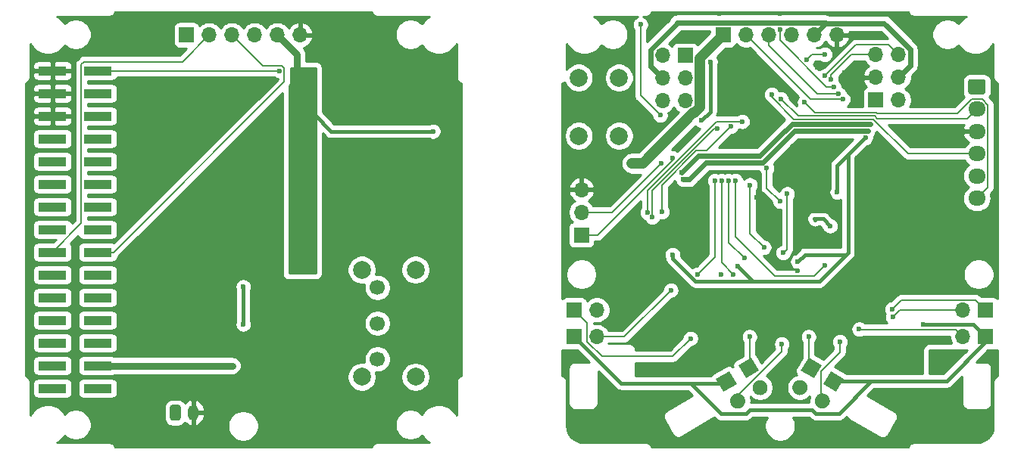
<source format=gbr>
%TF.GenerationSoftware,KiCad,Pcbnew,5.1.6-c6e7f7d~87~ubuntu18.04.1*%
%TF.CreationDate,2020-09-01T11:59:09+09:00*%
%TF.ProjectId,m5mouse,6d356d6f-7573-4652-9e6b-696361645f70,rev?*%
%TF.SameCoordinates,PX4c4b400PY8583b00*%
%TF.FileFunction,Copper,L1,Top*%
%TF.FilePolarity,Positive*%
%FSLAX46Y46*%
G04 Gerber Fmt 4.6, Leading zero omitted, Abs format (unit mm)*
G04 Created by KiCad (PCBNEW 5.1.6-c6e7f7d~87~ubuntu18.04.1) date 2020-09-01 11:59:09*
%MOMM*%
%LPD*%
G01*
G04 APERTURE LIST*
%TA.AperFunction,SMDPad,CuDef*%
%ADD10R,3.150000X1.000000*%
%TD*%
%TA.AperFunction,ComponentPad*%
%ADD11O,1.950000X1.700000*%
%TD*%
%TA.AperFunction,ComponentPad*%
%ADD12O,1.700000X1.700000*%
%TD*%
%TA.AperFunction,ComponentPad*%
%ADD13R,1.700000X1.700000*%
%TD*%
%TA.AperFunction,ComponentPad*%
%ADD14C,2.000000*%
%TD*%
%TA.AperFunction,ComponentPad*%
%ADD15C,1.700000*%
%TD*%
%TA.AperFunction,ComponentPad*%
%ADD16C,0.100000*%
%TD*%
%TA.AperFunction,ComponentPad*%
%ADD17O,1.200000X1.750000*%
%TD*%
%TA.AperFunction,ViaPad*%
%ADD18C,0.600000*%
%TD*%
%TA.AperFunction,Conductor*%
%ADD19C,1.200000*%
%TD*%
%TA.AperFunction,Conductor*%
%ADD20C,0.400000*%
%TD*%
%TA.AperFunction,Conductor*%
%ADD21C,0.600000*%
%TD*%
%TA.AperFunction,Conductor*%
%ADD22C,0.800000*%
%TD*%
%TA.AperFunction,Conductor*%
%ADD23C,0.200000*%
%TD*%
%TA.AperFunction,Conductor*%
%ADD24C,0.254000*%
%TD*%
G04 APERTURE END LIST*
D10*
%TO.P,J2,1*%
%TO.N,GND*%
X3675000Y42780000D03*
%TO.P,J2,2*%
%TO.N,ADC_BAT*%
X8725000Y42780000D03*
%TO.P,J2,3*%
%TO.N,GND*%
X3675000Y40240000D03*
%TO.P,J2,4*%
%TO.N,Net-(J2-Pad4)*%
X8725000Y40240000D03*
%TO.P,J2,5*%
%TO.N,GND*%
X3675000Y37700000D03*
%TO.P,J2,6*%
%TO.N,Net-(J2-Pad6)*%
X8725000Y37700000D03*
%TO.P,J2,7*%
%TO.N,Net-(J2-Pad7)*%
X3675000Y35160000D03*
%TO.P,J2,8*%
%TO.N,Net-(J2-Pad8)*%
X8725000Y35160000D03*
%TO.P,J2,9*%
%TO.N,Net-(J2-Pad9)*%
X3675000Y32620000D03*
%TO.P,J2,10*%
%TO.N,Net-(J2-Pad10)*%
X8725000Y32620000D03*
%TO.P,J2,11*%
%TO.N,Net-(J2-Pad11)*%
X3675000Y30080000D03*
%TO.P,J2,12*%
%TO.N,Net-(J2-Pad12)*%
X8725000Y30080000D03*
%TO.P,J2,13*%
%TO.N,Net-(J2-Pad13)*%
X3675000Y27540000D03*
%TO.P,J2,14*%
%TO.N,Net-(J2-Pad14)*%
X8725000Y27540000D03*
%TO.P,J2,15*%
%TO.N,Net-(J2-Pad15)*%
X3675000Y25000000D03*
%TO.P,J2,16*%
%TO.N,Net-(J2-Pad16)*%
X8725000Y25000000D03*
%TO.P,J2,17*%
%TO.N,M5_I2C1_SDA*%
X3675000Y22460000D03*
%TO.P,J2,18*%
%TO.N,M5_I2C1_SCL*%
X8725000Y22460000D03*
%TO.P,J2,19*%
%TO.N,Net-(J2-Pad19)*%
X3675000Y19920000D03*
%TO.P,J2,20*%
%TO.N,Net-(J2-Pad20)*%
X8725000Y19920000D03*
%TO.P,J2,21*%
%TO.N,Net-(J2-Pad21)*%
X3675000Y17380000D03*
%TO.P,J2,22*%
%TO.N,Net-(J2-Pad22)*%
X8725000Y17380000D03*
%TO.P,J2,23*%
%TO.N,Net-(J2-Pad23)*%
X3675000Y14840000D03*
%TO.P,J2,24*%
%TO.N,Net-(J2-Pad24)*%
X8725000Y14840000D03*
%TO.P,J2,25*%
%TO.N,Net-(J2-Pad25)*%
X3675000Y12300000D03*
%TO.P,J2,26*%
%TO.N,Net-(J2-Pad26)*%
X8725000Y12300000D03*
%TO.P,J2,27*%
%TO.N,Net-(J2-Pad27)*%
X3675000Y9760000D03*
%TO.P,J2,28*%
%TO.N,+5V*%
X8725000Y9760000D03*
%TO.P,J2,29*%
%TO.N,Net-(J2-Pad29)*%
X3675000Y7220000D03*
%TO.P,J2,30*%
%TO.N,Net-(J2-Pad30)*%
X8725000Y7220000D03*
%TD*%
%TO.P,J3,1*%
%TO.N,+3V3*%
%TA.AperFunction,ComponentPad*%
G36*
G01*
X106275000Y41850000D02*
X107725000Y41850000D01*
G75*
G02*
X107975000Y41600000I0J-250000D01*
G01*
X107975000Y40400000D01*
G75*
G02*
X107725000Y40150000I-250000J0D01*
G01*
X106275000Y40150000D01*
G75*
G02*
X106025000Y40400000I0J250000D01*
G01*
X106025000Y41600000D01*
G75*
G02*
X106275000Y41850000I250000J0D01*
G01*
G37*
%TD.AperFunction*%
D11*
%TO.P,J3,2*%
%TO.N,SWCLK*%
X107000000Y38500000D03*
%TO.P,J3,3*%
%TO.N,GND*%
X107000000Y36000000D03*
%TO.P,J3,4*%
%TO.N,SWDIO*%
X107000000Y33500000D03*
%TO.P,J3,5*%
%TO.N,NRST*%
X107000000Y31000000D03*
%TO.P,J3,6*%
%TO.N,SWO*%
X107000000Y28500000D03*
%TD*%
D12*
%TO.P,J4,6*%
%TO.N,TIM4_CH1*%
X98240000Y44580000D03*
%TO.P,J4,5*%
%TO.N,TIM4_CH2*%
X95700000Y44580000D03*
%TO.P,J4,4*%
%TO.N,+5V*%
X98240000Y42040000D03*
%TO.P,J4,3*%
%TO.N,GND*%
X95700000Y42040000D03*
%TO.P,J4,2*%
%TO.N,/Motor_Module/BOUT2*%
X98240000Y39500000D03*
D13*
%TO.P,J4,1*%
%TO.N,/Motor_Module/BOUT1*%
X95700000Y39500000D03*
%TD*%
%TO.P,J5,1*%
%TO.N,/Motor_Module/AOUT1*%
X74400000Y44500000D03*
D12*
%TO.P,J5,2*%
%TO.N,/Motor_Module/AOUT2*%
X71860000Y44500000D03*
%TO.P,J5,3*%
%TO.N,GND*%
X74400000Y41960000D03*
%TO.P,J5,4*%
%TO.N,+5V*%
X71860000Y41960000D03*
%TO.P,J5,5*%
%TO.N,TIM1_CH2*%
X74400000Y39420000D03*
%TO.P,J5,6*%
%TO.N,TIM1_CH1*%
X71860000Y39420000D03*
%TD*%
D13*
%TO.P,J6,1*%
%TO.N,USART3_RX*%
X62800000Y24400000D03*
D12*
%TO.P,J6,2*%
%TO.N,USART3_TX*%
X62800000Y26940000D03*
%TO.P,J6,3*%
%TO.N,GND*%
X62800000Y29480000D03*
%TD*%
D13*
%TO.P,J7,1*%
%TO.N,VIN*%
X18650000Y46800000D03*
D12*
%TO.P,J7,2*%
%TO.N,M5_I2C1_SDA*%
X21190000Y46800000D03*
%TO.P,J7,3*%
%TO.N,M5_I2C1_SCL*%
X23730000Y46800000D03*
%TO.P,J7,4*%
%TO.N,+3V3*%
X26270000Y46800000D03*
%TO.P,J7,5*%
%TO.N,+5V*%
X28810000Y46800000D03*
%TO.P,J7,6*%
%TO.N,GND*%
X31350000Y46800000D03*
%TD*%
D13*
%TO.P,J8,1*%
%TO.N,VIN*%
X78650000Y46800000D03*
D12*
%TO.P,J8,2*%
%TO.N,STM_I2C1_SDA*%
X81190000Y46800000D03*
%TO.P,J8,3*%
%TO.N,STM_I2C1_SCL*%
X83730000Y46800000D03*
%TO.P,J8,4*%
%TO.N,+3V3*%
X86270000Y46800000D03*
%TO.P,J8,5*%
%TO.N,+5V*%
X88810000Y46800000D03*
%TO.P,J8,6*%
%TO.N,GND*%
X91350000Y46800000D03*
%TD*%
D14*
%TO.P,SW1,*%
%TO.N,*%
X38250000Y20500000D03*
X38250000Y8500000D03*
X44250000Y8500000D03*
X44250000Y20500000D03*
D15*
%TO.P,SW1,1*%
%TO.N,EN*%
X40000000Y18500000D03*
%TO.P,SW1,2*%
%TO.N,VIN*%
X40000000Y14500000D03*
%TO.P,SW1,3*%
%TO.N,Net-(SW1-Pad3)*%
X40000000Y10500000D03*
%TD*%
D14*
%TO.P,SW2,2*%
%TO.N,BOOT*%
X62500000Y35500000D03*
%TO.P,SW2,1*%
%TO.N,+3V3*%
X67000000Y35500000D03*
%TO.P,SW2,2*%
%TO.N,BOOT*%
X62500000Y42000000D03*
%TO.P,SW2,1*%
%TO.N,+3V3*%
X67000000Y42000000D03*
%TD*%
D12*
%TO.P,D2,2*%
%TO.N,Net-(C19-Pad1)*%
X105460000Y16000000D03*
D13*
%TO.P,D2,1*%
%TO.N,Net-(D2-Pad1)*%
X108000000Y16000000D03*
%TD*%
%TA.AperFunction,ComponentPad*%
D16*
%TO.P,D3,1*%
%TO.N,Net-(D3-Pad1)*%
G36*
X89661122Y9811122D02*
G01*
X88811122Y8338878D01*
X87338878Y9188878D01*
X88188878Y10661122D01*
X89661122Y9811122D01*
G37*
%TD.AperFunction*%
%TO.P,D3,2*%
%TO.N,Net-(C19-Pad1)*%
%TA.AperFunction,ComponentPad*%
G36*
G01*
X87966122Y6875295D02*
X87966122Y6875295D01*
G75*
G02*
X86805000Y6564173I-736122J425000D01*
G01*
X86805000Y6564173D01*
G75*
G02*
X86493878Y7725295I425000J736122D01*
G01*
X86493878Y7725295D01*
G75*
G02*
X87655000Y8036417I736122J-425000D01*
G01*
X87655000Y8036417D01*
G75*
G02*
X87966122Y6875295I-425000J-736122D01*
G01*
G37*
%TD.AperFunction*%
%TD*%
%TO.P,D4,2*%
%TO.N,Net-(C19-Pad1)*%
%TA.AperFunction,ComponentPad*%
G36*
G01*
X83506122Y7725295D02*
X83506122Y7725295D01*
G75*
G02*
X83195000Y6564173I-736122J-425000D01*
G01*
X83195000Y6564173D01*
G75*
G02*
X82033878Y6875295I-425000J736122D01*
G01*
X82033878Y6875295D01*
G75*
G02*
X82345000Y8036417I736122J425000D01*
G01*
X82345000Y8036417D01*
G75*
G02*
X83506122Y7725295I425000J-736122D01*
G01*
G37*
%TD.AperFunction*%
%TA.AperFunction,ComponentPad*%
%TO.P,D4,1*%
%TO.N,Net-(D4-Pad1)*%
G36*
X81811122Y10661122D02*
G01*
X82661122Y9188878D01*
X81188878Y8338878D01*
X80338878Y9811122D01*
X81811122Y10661122D01*
G37*
%TD.AperFunction*%
%TD*%
D13*
%TO.P,D5,1*%
%TO.N,Net-(D5-Pad1)*%
X62000000Y16000000D03*
D12*
%TO.P,D5,2*%
%TO.N,Net-(C19-Pad1)*%
X64540000Y16000000D03*
%TD*%
D13*
%TO.P,Q2,1*%
%TO.N,+3.3VA*%
X108000000Y13000000D03*
D12*
%TO.P,Q2,2*%
%TO.N,ADC1_IN0*%
X105460000Y13000000D03*
%TD*%
%TO.P,Q4,2*%
%TO.N,ADC1_IN1*%
%TA.AperFunction,ComponentPad*%
G36*
G01*
X90466122Y5375295D02*
X90466122Y5375295D01*
G75*
G02*
X89305000Y5064173I-736122J425000D01*
G01*
X89305000Y5064173D01*
G75*
G02*
X88993878Y6225295I425000J736122D01*
G01*
X88993878Y6225295D01*
G75*
G02*
X90155000Y6536417I736122J-425000D01*
G01*
X90155000Y6536417D01*
G75*
G02*
X90466122Y5375295I-425000J-736122D01*
G01*
G37*
%TD.AperFunction*%
%TA.AperFunction,ComponentPad*%
D16*
%TO.P,Q4,1*%
%TO.N,+3.3VA*%
G36*
X92161122Y8311122D02*
G01*
X91311122Y6838878D01*
X89838878Y7688878D01*
X90688878Y9161122D01*
X92161122Y8311122D01*
G37*
%TD.AperFunction*%
%TD*%
%TA.AperFunction,ComponentPad*%
%TO.P,Q6,1*%
%TO.N,+3.3VA*%
G36*
X79311122Y9161122D02*
G01*
X80161122Y7688878D01*
X78688878Y6838878D01*
X77838878Y8311122D01*
X79311122Y9161122D01*
G37*
%TD.AperFunction*%
%TO.P,Q6,2*%
%TO.N,ADC1_IN2*%
%TA.AperFunction,ComponentPad*%
G36*
G01*
X81006122Y6225295D02*
X81006122Y6225295D01*
G75*
G02*
X80695000Y5064173I-736122J-425000D01*
G01*
X80695000Y5064173D01*
G75*
G02*
X79533878Y5375295I-425000J736122D01*
G01*
X79533878Y5375295D01*
G75*
G02*
X79845000Y6536417I736122J425000D01*
G01*
X79845000Y6536417D01*
G75*
G02*
X81006122Y6225295I425000J-736122D01*
G01*
G37*
%TD.AperFunction*%
%TD*%
D12*
%TO.P,Q8,2*%
%TO.N,ADC1_IN3*%
X64540000Y13000000D03*
D13*
%TO.P,Q8,1*%
%TO.N,+3.3VA*%
X62000000Y13000000D03*
%TD*%
%TO.P,J1,1*%
%TO.N,VIN*%
%TA.AperFunction,ComponentPad*%
G36*
G01*
X16800000Y3874999D02*
X16800000Y5125001D01*
G75*
G02*
X17049999Y5375000I249999J0D01*
G01*
X17750001Y5375000D01*
G75*
G02*
X18000000Y5125001I0J-249999D01*
G01*
X18000000Y3874999D01*
G75*
G02*
X17750001Y3625000I-249999J0D01*
G01*
X17049999Y3625000D01*
G75*
G02*
X16800000Y3874999I0J249999D01*
G01*
G37*
%TD.AperFunction*%
D17*
%TO.P,J1,2*%
%TO.N,GND*%
X19400000Y4500000D03*
%TD*%
D18*
%TO.N,GND*%
X49000000Y23600000D03*
X47600000Y12200000D03*
X39200000Y1800000D03*
X28600000Y1600000D03*
X21800000Y1400000D03*
X9800000Y1400000D03*
X1200000Y9000000D03*
X1200000Y18400000D03*
X1000000Y27200000D03*
X1000000Y36200000D03*
X38400000Y49000000D03*
X25200000Y49000000D03*
X12400000Y48800000D03*
X1400000Y44000000D03*
X78200000Y49200000D03*
X85000000Y49200000D03*
X91800000Y49200000D03*
X102400000Y43800000D03*
X102400000Y39400000D03*
X64800000Y38800000D03*
X61400000Y38800000D03*
X61400000Y31200000D03*
X61600000Y22200000D03*
X108600000Y25200000D03*
X109000000Y28800000D03*
X109000000Y39900000D03*
X107800000Y44200000D03*
X78400000Y20000000D03*
X97500000Y18200000D03*
X100200000Y28000000D03*
X94200000Y30000000D03*
X82600000Y25600000D03*
X76400000Y46600000D03*
X49000000Y39800000D03*
X49000000Y31000000D03*
X28000000Y27200000D03*
X13600000Y40400000D03*
X13600000Y29800000D03*
X21200000Y40800000D03*
X21000000Y35600000D03*
X26400000Y41400000D03*
X28200000Y36800000D03*
X21600000Y27200000D03*
X21600000Y22600000D03*
X13400000Y17600000D03*
X27800000Y17800000D03*
X30400000Y8200000D03*
X13600000Y7000000D03*
X35600000Y18000000D03*
X35400000Y24000000D03*
X39400000Y30800000D03*
X39600000Y38800000D03*
X6200000Y18600000D03*
X6200000Y12800000D03*
X6000000Y28800000D03*
X6000000Y36400000D03*
X68400000Y22400000D03*
X76800000Y9600000D03*
X91000000Y23600000D03*
X103400000Y20400000D03*
X103400000Y32000000D03*
X80200000Y42400000D03*
X101000000Y48200000D03*
X84800000Y15600000D03*
X78400000Y13200000D03*
X91000000Y15600000D03*
X67800000Y44000000D03*
X97000000Y24600000D03*
X87000000Y20352410D03*
X74400000Y24400000D03*
X82400000Y28600000D03*
X67600000Y33600000D03*
X84261920Y27295892D03*
X76000000Y30175745D03*
X89400000Y34800000D03*
X89200000Y43200000D03*
X71400000Y36400000D03*
X74000000Y34400000D03*
X92200000Y42600000D03*
X95504000Y9906000D03*
X86360000Y40386000D03*
X81534000Y34798000D03*
%TO.N,VIN*%
X68447590Y32417362D03*
%TO.N,Net-(C4-Pad1)*%
X25000000Y18600000D03*
X25000000Y14400000D03*
%TO.N,+5V*%
X32400000Y21200000D03*
X30800000Y21200000D03*
X23800000Y9800000D03*
X31000000Y35600000D03*
X30800000Y29800000D03*
X46200000Y36000000D03*
%TO.N,+3V3*%
X91400000Y29200000D03*
X87000000Y21400000D03*
X72995000Y22194996D03*
X94549554Y35295180D03*
X76200000Y37200000D03*
X77200000Y43800000D03*
X80300000Y20900000D03*
%TO.N,+3.3VA*%
X90600000Y25400000D03*
X101000000Y14400000D03*
%TO.N,Net-(C19-Pad1)*%
X97599998Y15200000D03*
%TO.N,Net-(D2-Pad1)*%
X97513727Y16094954D03*
%TO.N,Net-(D3-Pad1)*%
X88200000Y13000000D03*
%TO.N,Net-(D4-Pad1)*%
X81600000Y13000000D03*
%TO.N,Net-(D5-Pad1)*%
X75000000Y12800000D03*
%TO.N,GPIO10*%
X90000000Y44600000D03*
X88000000Y44000000D03*
%TO.N,GPIO1*%
X71600000Y37800000D03*
X69400000Y47952410D03*
%TO.N,ADC_BAT*%
X29019999Y42780001D03*
%TO.N,SWCLK*%
X85090000Y39624004D03*
%TO.N,SWDIO*%
X84074000Y40132000D03*
%TO.N,SWO*%
X87752410Y39254349D03*
%TO.N,TIM4_CH1*%
X90000000Y42199996D03*
%TO.N,TIM4_CH2*%
X90720595Y41770468D03*
%TO.N,/Motor_Module/BOUT2*%
X74200000Y30600000D03*
X94800000Y36047590D03*
%TO.N,/Motor_Module/BOUT1*%
X95111651Y36800007D03*
X74000000Y31399989D03*
%TO.N,USART3_RX*%
X73000000Y33000000D03*
%TO.N,USART3_TX*%
X71753034Y32446966D03*
%TO.N,STM_I2C1_SDA*%
X92031539Y39593826D03*
%TO.N,STM_I2C1_SCL*%
X91552410Y40173963D03*
%TO.N,GPIO2*%
X79800000Y20000000D03*
X78486000Y30480000D03*
%TO.N,ADC1_IN0*%
X93847839Y13847839D03*
%TO.N,GPIO3*%
X75800000Y20000000D03*
X77724000Y30480016D03*
%TO.N,ADC1_IN1*%
X91694000Y12446000D03*
%TO.N,GPIO4*%
X90000000Y21000000D03*
X80010000Y30480000D03*
%TO.N,ADC1_IN2*%
X85200000Y12200000D03*
%TO.N,GPIO5*%
X81000000Y21799990D03*
X79257587Y30480000D03*
%TO.N,ADC1_IN3*%
X72800000Y18200000D03*
%TO.N,BOOT*%
X91000000Y41000000D03*
X85000000Y47400000D03*
%TO.N,GPIO6*%
X70712957Y26395863D03*
X77978000Y36322004D03*
%TO.N,GPIO7*%
X71800000Y27000006D03*
X79502000Y36531590D03*
%TO.N,GPIO8*%
X70158456Y26904442D03*
X80772000Y37083996D03*
%TO.N,GPIO11*%
X83199992Y23000000D03*
X81629071Y29997970D03*
%TO.N,SPI1_SCK*%
X84982636Y28173956D03*
X83521590Y31864034D03*
%TO.N,SPI1_MOSI*%
X85352410Y22400000D03*
X85800000Y29000000D03*
%TO.N,GNDA*%
X61200000Y10800000D03*
X62400000Y2200000D03*
X69000000Y1800000D03*
X77200000Y1200000D03*
X92400000Y1400000D03*
X100400000Y1600000D03*
X108000000Y2000000D03*
X108800000Y10200000D03*
X103000000Y10400000D03*
%TD*%
D19*
%TO.N,VIN*%
X76047589Y44197589D02*
X76047589Y38647589D01*
X78650000Y46800000D02*
X76047589Y44197589D01*
X75294846Y38052402D02*
X69659806Y32417362D01*
X76047589Y38647589D02*
X75452402Y38052402D01*
X69659806Y32417362D02*
X68447590Y32417362D01*
X75452402Y38052402D02*
X75294846Y38052402D01*
D20*
%TO.N,Net-(C4-Pad1)*%
X25000000Y18600000D02*
X25000000Y14400000D01*
D21*
%TO.N,+5V*%
X99542401Y43342401D02*
X98240000Y42040000D01*
X99542401Y45205153D02*
X99542401Y43342401D01*
X96645153Y48102401D02*
X99542401Y45205153D01*
X90112401Y48102401D02*
X96645153Y48102401D01*
X88810000Y46800000D02*
X90112401Y48102401D01*
X70557599Y43262401D02*
X71860000Y41960000D01*
X70557599Y45125153D02*
X70557599Y43262401D01*
X73534847Y48102401D02*
X70557599Y45125153D01*
X90100000Y48200000D02*
X73522446Y48200000D01*
D22*
X8725000Y9760000D02*
X23760000Y9760000D01*
D21*
X23760000Y9760000D02*
X23800000Y9800000D01*
D22*
X31000000Y44610000D02*
X28810000Y46800000D01*
X31000000Y35600000D02*
X31000000Y37800000D01*
X31000000Y37800000D02*
X31000000Y44610000D01*
D20*
X45775736Y36000000D02*
X46200000Y36000000D01*
X34800000Y36000000D02*
X45775736Y36000000D01*
X31000000Y37800000D02*
X33000000Y37800000D01*
X33000000Y37800000D02*
X34800000Y36000000D01*
%TO.N,+3V3*%
X91400000Y32200000D02*
X91400000Y29200000D01*
X94400000Y35200000D02*
X91400000Y32200000D01*
X89400000Y19200000D02*
X82400000Y19200000D01*
X87800000Y22200000D02*
X87000000Y21400000D01*
X92400000Y22200000D02*
X87800000Y22200000D01*
X92400000Y22200000D02*
X89400000Y19200000D01*
X75565732Y19200000D02*
X72995000Y21770732D01*
X72995000Y21770732D02*
X72995000Y22194996D01*
X82400000Y19200000D02*
X75565732Y19200000D01*
X94495180Y35295180D02*
X94549554Y35295180D01*
X94400000Y35200000D02*
X94495180Y35295180D01*
X94400000Y35200000D02*
X92600000Y33400000D01*
X92600000Y22400000D02*
X92400000Y22200000D01*
X92600000Y33400000D02*
X92600000Y22400000D01*
X77200000Y38200000D02*
X77200000Y43800000D01*
X76200000Y37200000D02*
X77200000Y38200000D01*
X82000000Y19200000D02*
X80300000Y20900000D01*
X82400000Y19200000D02*
X82000000Y19200000D01*
%TO.N,+3.3VA*%
X108000000Y13000000D02*
X108000000Y12400000D01*
X108000000Y12400000D02*
X103600000Y8000000D01*
X103600000Y8000000D02*
X95200000Y8000000D01*
X95200000Y8000000D02*
X91000000Y8000000D01*
X67200000Y7800000D02*
X62000000Y13000000D01*
X75000000Y7800000D02*
X67200000Y7800000D01*
X78800000Y7800000D02*
X79000000Y8000000D01*
X75000000Y7800000D02*
X78800000Y7800000D01*
X88912500Y26096562D02*
X88809641Y26199421D01*
X90600000Y25400000D02*
X89800579Y26199421D01*
X89800579Y26199421D02*
X88809641Y26199421D01*
X89000000Y4400000D02*
X88600000Y4800000D01*
X95200000Y8000000D02*
X91600000Y4400000D01*
X78400000Y4400000D02*
X75000000Y7800000D01*
X81200000Y4400000D02*
X78400000Y4400000D01*
X91600000Y4400000D02*
X89000000Y4400000D01*
X88600000Y4800000D02*
X81600000Y4800000D01*
X81600000Y4800000D02*
X81200000Y4400000D01*
X106600000Y14400000D02*
X108000000Y13000000D01*
X106600000Y14400000D02*
X101000000Y14400000D01*
D23*
%TO.N,Net-(C19-Pad1)*%
X105460000Y16000000D02*
X98399998Y16000000D01*
X98399998Y16000000D02*
X97599998Y15200000D01*
%TO.N,Net-(D2-Pad1)*%
X106897599Y17102401D02*
X98521174Y17102401D01*
X98521174Y17102401D02*
X97513727Y16094954D01*
X108000000Y16000000D02*
X106897599Y17102401D01*
%TO.N,Net-(D3-Pad1)*%
X88200000Y9800000D02*
X88500000Y9500000D01*
X88200000Y13000000D02*
X88200000Y9800000D01*
%TO.N,Net-(D4-Pad1)*%
X81600000Y9600000D02*
X81500000Y9500000D01*
X81600000Y13000000D02*
X81600000Y9600000D01*
%TO.N,Net-(D5-Pad1)*%
X63437599Y12470847D02*
X65108446Y10800000D01*
X62000000Y16000000D02*
X63437599Y14562401D01*
X63437599Y14562401D02*
X63437599Y12470847D01*
X65108446Y10800000D02*
X73000000Y10800000D01*
X73000000Y10800000D02*
X75000000Y12800000D01*
%TO.N,GPIO10*%
X88600000Y44600000D02*
X88000000Y44000000D01*
X90000000Y44600000D02*
X88600000Y44600000D01*
%TO.N,GPIO1*%
X69400000Y40000000D02*
X69400000Y47952410D01*
X71600000Y37800000D02*
X69400000Y40000000D01*
%TO.N,ADC_BAT*%
X8725000Y42780000D02*
X10500001Y42780001D01*
X10500001Y42780001D02*
X29019999Y42780001D01*
%TO.N,M5_I2C1_SDA*%
X21190000Y46800000D02*
X18190000Y43800000D01*
X18190000Y43800000D02*
X7200000Y43800000D01*
X6897599Y25682599D02*
X3675000Y22460000D01*
X6897599Y43497599D02*
X6897599Y25682599D01*
X7200000Y43800000D02*
X6897599Y43497599D01*
%TO.N,M5_I2C1_SCL*%
X27197598Y43332402D02*
X29285152Y43332402D01*
X23730000Y46800000D02*
X27197598Y43332402D01*
X29572400Y43045154D02*
X29572400Y41532400D01*
X29572400Y41532400D02*
X10500000Y22460000D01*
X29285152Y43332402D02*
X29572400Y43045154D01*
X10500000Y22460000D02*
X8725000Y22460000D01*
%TO.N,SWCLK*%
X105950000Y37450000D02*
X95865940Y37450000D01*
X87009182Y37704822D02*
X85090000Y39624004D01*
X107000000Y38500000D02*
X105950000Y37450000D01*
X95611118Y37704822D02*
X87009182Y37704822D01*
X95865940Y37450000D02*
X95611118Y37704822D01*
%TO.N,SWDIO*%
X84074000Y39822444D02*
X84074000Y40132000D01*
X107000000Y33500000D02*
X99281227Y33500000D01*
X86544033Y37352411D02*
X84074000Y39822444D01*
X99281227Y33500000D02*
X95428816Y37352411D01*
X95428816Y37352411D02*
X86544033Y37352411D01*
%TO.N,SWO*%
X107597590Y39602410D02*
X106402410Y39602410D01*
X104800000Y38000000D02*
X95814324Y38000000D01*
X106402410Y39602410D02*
X104800000Y38000000D01*
X108227410Y29727410D02*
X108227410Y38972590D01*
X95757091Y38057233D02*
X88949526Y38057233D01*
X107000000Y28500000D02*
X108227410Y29727410D01*
X108227410Y38972590D02*
X107597590Y39602410D01*
X88949526Y38057233D02*
X87752410Y39254349D01*
X95814324Y38000000D02*
X95757091Y38057233D01*
%TO.N,TIM4_CH1*%
X98240000Y44580000D02*
X97137599Y45682401D01*
X93482405Y45682401D02*
X90000000Y42199996D01*
X97137599Y45682401D02*
X93482405Y45682401D01*
%TO.N,TIM4_CH2*%
X90720595Y42320595D02*
X90720595Y41770468D01*
X95700000Y44580000D02*
X92980000Y44580000D01*
X92980000Y44580000D02*
X90720595Y42320595D01*
D21*
%TO.N,/Motor_Module/BOUT2*%
X76741246Y32477178D02*
X83071242Y32477178D01*
X74200000Y30600000D02*
X74864068Y30600000D01*
X86660886Y36047590D02*
X94800000Y36047590D01*
X85884474Y35271178D02*
X86660886Y36047590D01*
X85865242Y35271178D02*
X85884474Y35271178D01*
X83071242Y32477178D02*
X85865242Y35271178D01*
X74864068Y30600000D02*
X76741246Y32477178D01*
%TO.N,/Motor_Module/BOUT1*%
X82759584Y33229589D02*
X75829600Y33229589D01*
X85553584Y36023589D02*
X82759584Y33229589D01*
X85572816Y36023589D02*
X85553584Y36023589D01*
X86349234Y36800007D02*
X85572816Y36023589D01*
X75829600Y33229589D02*
X74000000Y31399989D01*
X95111651Y36800007D02*
X86349234Y36800007D01*
D23*
%TO.N,USART3_RX*%
X64617554Y24400000D02*
X73000000Y32782446D01*
X73000000Y32782446D02*
X73000000Y33000000D01*
X62800000Y24400000D02*
X64617554Y24400000D01*
%TO.N,USART3_TX*%
X62800000Y26940000D02*
X66246068Y26940000D01*
X66246068Y26940000D02*
X71753034Y32446966D01*
%TO.N,STM_I2C1_SDA*%
X88396174Y39593826D02*
X92031539Y39593826D01*
X81190000Y46800000D02*
X88396174Y39593826D01*
%TO.N,STM_I2C1_SCL*%
X83730000Y46800000D02*
X83730000Y45597919D01*
X89153956Y40173963D02*
X91552410Y40173963D01*
X83730000Y45597919D02*
X89153956Y40173963D01*
%TO.N,GPIO2*%
X79800000Y20000000D02*
X78486000Y21314000D01*
X78486000Y21314000D02*
X78486000Y30480000D01*
%TO.N,ADC1_IN0*%
X104660000Y13800000D02*
X105460000Y13000000D01*
X93847839Y13847839D02*
X93895678Y13800000D01*
X93895678Y13800000D02*
X104660000Y13800000D01*
%TO.N,GPIO3*%
X77724000Y21924000D02*
X77724000Y30480016D01*
X75800000Y20000000D02*
X77724000Y21924000D01*
%TO.N,ADC1_IN1*%
X91694000Y11259736D02*
X91694000Y12446000D01*
X89586468Y5943827D02*
X89586468Y9152204D01*
X89730000Y5800295D02*
X89586468Y5943827D01*
X89586468Y9152204D02*
X91694000Y11259736D01*
%TO.N,GPIO4*%
X90000000Y21000000D02*
X88800000Y19800000D01*
X84400000Y19800000D02*
X80010000Y24190000D01*
X88800000Y19800000D02*
X84400000Y19800000D01*
X80010000Y24190000D02*
X80010000Y30480000D01*
%TO.N,ADC1_IN2*%
X80270000Y6440792D02*
X80270000Y5800295D01*
X85200000Y11370792D02*
X80270000Y6440792D01*
X85200000Y12200000D02*
X85200000Y11370792D01*
%TO.N,GPIO5*%
X81000000Y21799990D02*
X79257587Y23542403D01*
X79257587Y23542403D02*
X79257587Y30480000D01*
%TO.N,ADC1_IN3*%
X67600000Y13000000D02*
X72800000Y18200000D01*
X64540000Y13000000D02*
X67600000Y13000000D01*
%TO.N,BOOT*%
X85000000Y46200000D02*
X85000000Y47400000D01*
X91000000Y41000000D02*
X90200000Y41000000D01*
X90200000Y41000000D02*
X85000000Y46200000D01*
%TO.N,GPIO6*%
X70712957Y29397019D02*
X77637942Y36322004D01*
X77637942Y36322004D02*
X77978000Y36322004D01*
X70712957Y26395863D02*
X70712957Y29397019D01*
%TO.N,GPIO7*%
X71800000Y29985678D02*
X75653502Y33839180D01*
X76809590Y33839180D02*
X79502000Y36531590D01*
X75653502Y33839180D02*
X76809590Y33839180D01*
X71800000Y27000006D02*
X71800000Y29985678D01*
%TO.N,GPIO8*%
X70158456Y26904442D02*
X70158456Y29340902D01*
X77901550Y37083996D02*
X80772000Y37083996D01*
X70158456Y29340902D02*
X77901550Y37083996D01*
%TO.N,GPIO11*%
X81629071Y24570921D02*
X81629071Y29997970D01*
X83199992Y23000000D02*
X81629071Y24570921D01*
%TO.N,SPI1_SCK*%
X84982636Y28173956D02*
X83521590Y29635002D01*
X83521590Y29635002D02*
X83521590Y31864034D01*
%TO.N,SPI1_MOSI*%
X85800000Y22800000D02*
X85800000Y29000000D01*
X85600000Y22600000D02*
X85800000Y22800000D01*
X85352410Y22400000D02*
X85552410Y22600000D01*
X85552410Y22600000D02*
X85600000Y22600000D01*
%TD*%
D24*
%TO.N,GND*%
G36*
X39387290Y49246207D02*
G01*
X39448575Y49131550D01*
X39491126Y49079702D01*
X39531052Y49031052D01*
X39631550Y48948575D01*
X39746207Y48887290D01*
X39870617Y48849550D01*
X40000000Y48836807D01*
X40032419Y48840000D01*
X45813950Y48840000D01*
X45791331Y48830631D01*
X45425271Y48586038D01*
X45113962Y48274729D01*
X44959741Y48043920D01*
X44805998Y48197663D01*
X44521831Y48387537D01*
X44206081Y48518325D01*
X43870883Y48585000D01*
X43529117Y48585000D01*
X43193919Y48518325D01*
X42878169Y48387537D01*
X42594002Y48197663D01*
X42352337Y47955998D01*
X42162463Y47671831D01*
X42031675Y47356081D01*
X41965000Y47020883D01*
X41965000Y46679117D01*
X42031675Y46343919D01*
X42162463Y46028169D01*
X42352337Y45744002D01*
X42594002Y45502337D01*
X42878169Y45312463D01*
X43193919Y45181675D01*
X43529117Y45115000D01*
X43870883Y45115000D01*
X44206081Y45181675D01*
X44521831Y45312463D01*
X44805998Y45502337D01*
X44959741Y45656080D01*
X45113962Y45425271D01*
X45425271Y45113962D01*
X45791331Y44869369D01*
X46198075Y44700890D01*
X46629872Y44615000D01*
X47070128Y44615000D01*
X47501925Y44700890D01*
X47908669Y44869369D01*
X48274729Y45113962D01*
X48586038Y45425271D01*
X48830631Y45791331D01*
X48840000Y45813950D01*
X48840001Y42032429D01*
X48836807Y42000000D01*
X48849550Y41870617D01*
X48887290Y41746207D01*
X48948575Y41631550D01*
X49031052Y41531052D01*
X49131550Y41448575D01*
X49246207Y41387290D01*
X49340000Y41358838D01*
X49340001Y8641163D01*
X49246207Y8612710D01*
X49131550Y8551425D01*
X49031052Y8468948D01*
X48948575Y8368450D01*
X48887290Y8253793D01*
X48849550Y8129383D01*
X48836807Y8000000D01*
X48840001Y7967571D01*
X48840000Y4186050D01*
X48830631Y4208669D01*
X48586038Y4574729D01*
X48274729Y4886038D01*
X47908669Y5130631D01*
X47501925Y5299110D01*
X47070128Y5385000D01*
X46629872Y5385000D01*
X46198075Y5299110D01*
X45791331Y5130631D01*
X45425271Y4886038D01*
X45113962Y4574729D01*
X44959741Y4343920D01*
X44805998Y4497663D01*
X44521831Y4687537D01*
X44206081Y4818325D01*
X43870883Y4885000D01*
X43529117Y4885000D01*
X43193919Y4818325D01*
X42878169Y4687537D01*
X42594002Y4497663D01*
X42352337Y4255998D01*
X42162463Y3971831D01*
X42031675Y3656081D01*
X41965000Y3320883D01*
X41965000Y2979117D01*
X42031675Y2643919D01*
X42162463Y2328169D01*
X42352337Y2044002D01*
X42594002Y1802337D01*
X42878169Y1612463D01*
X43193919Y1481675D01*
X43529117Y1415000D01*
X43870883Y1415000D01*
X44206081Y1481675D01*
X44521831Y1612463D01*
X44805998Y1802337D01*
X44959741Y1956080D01*
X45113962Y1725271D01*
X45425271Y1413962D01*
X45791331Y1169369D01*
X45813950Y1160000D01*
X40032419Y1160000D01*
X40000000Y1163193D01*
X39967581Y1160000D01*
X39870617Y1150450D01*
X39746207Y1112710D01*
X39631550Y1051425D01*
X39531052Y968948D01*
X39448575Y868450D01*
X39387290Y753793D01*
X39358838Y660000D01*
X10641162Y660000D01*
X10612710Y753793D01*
X10551425Y868450D01*
X10468948Y968948D01*
X10368450Y1051425D01*
X10253793Y1112710D01*
X10129383Y1150450D01*
X10032419Y1160000D01*
X10000000Y1163193D01*
X9967581Y1160000D01*
X4186050Y1160000D01*
X4208669Y1169369D01*
X4574729Y1413962D01*
X4886038Y1725271D01*
X5040259Y1956080D01*
X5194002Y1802337D01*
X5478169Y1612463D01*
X5793919Y1481675D01*
X6129117Y1415000D01*
X6470883Y1415000D01*
X6806081Y1481675D01*
X7121831Y1612463D01*
X7405998Y1802337D01*
X7647663Y2044002D01*
X7837537Y2328169D01*
X7968325Y2643919D01*
X8035000Y2979117D01*
X8035000Y3320883D01*
X7968325Y3656081D01*
X7837537Y3971831D01*
X7647663Y4255998D01*
X7405998Y4497663D01*
X7121831Y4687537D01*
X6806081Y4818325D01*
X6470883Y4885000D01*
X6129117Y4885000D01*
X5793919Y4818325D01*
X5478169Y4687537D01*
X5194002Y4497663D01*
X5040259Y4343920D01*
X4886038Y4574729D01*
X4574729Y4886038D01*
X4217095Y5125001D01*
X16161928Y5125001D01*
X16161928Y3874999D01*
X16178992Y3701745D01*
X16229528Y3535149D01*
X16311595Y3381613D01*
X16422038Y3247038D01*
X16556613Y3136595D01*
X16710149Y3054528D01*
X16876745Y3003992D01*
X17049999Y2986928D01*
X17750001Y2986928D01*
X17923255Y3003992D01*
X18089851Y3054528D01*
X18243387Y3136595D01*
X18377962Y3247038D01*
X18488405Y3381613D01*
X18490967Y3386406D01*
X18616526Y3261922D01*
X18819467Y3127579D01*
X19044718Y3035409D01*
X19082391Y3031538D01*
X19273000Y3156269D01*
X19273000Y4373000D01*
X19527000Y4373000D01*
X19527000Y3156269D01*
X19717609Y3031538D01*
X19755282Y3035409D01*
X19980533Y3127579D01*
X20045948Y3170883D01*
X23265000Y3170883D01*
X23265000Y2829117D01*
X23331675Y2493919D01*
X23462463Y2178169D01*
X23652337Y1894002D01*
X23894002Y1652337D01*
X24178169Y1462463D01*
X24493919Y1331675D01*
X24829117Y1265000D01*
X25170883Y1265000D01*
X25506081Y1331675D01*
X25821831Y1462463D01*
X26105998Y1652337D01*
X26347663Y1894002D01*
X26537537Y2178169D01*
X26668325Y2493919D01*
X26735000Y2829117D01*
X26735000Y3170883D01*
X26668325Y3506081D01*
X26537537Y3821831D01*
X26347663Y4105998D01*
X26105998Y4347663D01*
X25821831Y4537537D01*
X25506081Y4668325D01*
X25170883Y4735000D01*
X24829117Y4735000D01*
X24493919Y4668325D01*
X24178169Y4537537D01*
X23894002Y4347663D01*
X23652337Y4105998D01*
X23462463Y3821831D01*
X23331675Y3506081D01*
X23265000Y3170883D01*
X20045948Y3170883D01*
X20183474Y3261922D01*
X20356307Y3433275D01*
X20492390Y3635054D01*
X20586493Y3859504D01*
X20635000Y4098000D01*
X20635000Y4373000D01*
X19527000Y4373000D01*
X19273000Y4373000D01*
X19253000Y4373000D01*
X19253000Y4627000D01*
X19273000Y4627000D01*
X19273000Y5843731D01*
X19527000Y5843731D01*
X19527000Y4627000D01*
X20635000Y4627000D01*
X20635000Y4902000D01*
X20586493Y5140496D01*
X20492390Y5364946D01*
X20356307Y5566725D01*
X20183474Y5738078D01*
X19980533Y5872421D01*
X19755282Y5964591D01*
X19717609Y5968462D01*
X19527000Y5843731D01*
X19273000Y5843731D01*
X19082391Y5968462D01*
X19044718Y5964591D01*
X18819467Y5872421D01*
X18616526Y5738078D01*
X18490967Y5613594D01*
X18488405Y5618387D01*
X18377962Y5752962D01*
X18243387Y5863405D01*
X18089851Y5945472D01*
X17923255Y5996008D01*
X17750001Y6013072D01*
X17049999Y6013072D01*
X16876745Y5996008D01*
X16710149Y5945472D01*
X16556613Y5863405D01*
X16422038Y5752962D01*
X16311595Y5618387D01*
X16229528Y5464851D01*
X16178992Y5298255D01*
X16161928Y5125001D01*
X4217095Y5125001D01*
X4208669Y5130631D01*
X3801925Y5299110D01*
X3370128Y5385000D01*
X2929872Y5385000D01*
X2498075Y5299110D01*
X2091331Y5130631D01*
X1725271Y4886038D01*
X1413962Y4574729D01*
X1169369Y4208669D01*
X1160000Y4186050D01*
X1160000Y7720000D01*
X1461928Y7720000D01*
X1461928Y6720000D01*
X1474188Y6595518D01*
X1510498Y6475820D01*
X1569463Y6365506D01*
X1648815Y6268815D01*
X1745506Y6189463D01*
X1855820Y6130498D01*
X1975518Y6094188D01*
X2100000Y6081928D01*
X5250000Y6081928D01*
X5374482Y6094188D01*
X5494180Y6130498D01*
X5604494Y6189463D01*
X5701185Y6268815D01*
X5780537Y6365506D01*
X5839502Y6475820D01*
X5875812Y6595518D01*
X5888072Y6720000D01*
X5888072Y7720000D01*
X6511928Y7720000D01*
X6511928Y6720000D01*
X6524188Y6595518D01*
X6560498Y6475820D01*
X6619463Y6365506D01*
X6698815Y6268815D01*
X6795506Y6189463D01*
X6905820Y6130498D01*
X7025518Y6094188D01*
X7150000Y6081928D01*
X10300000Y6081928D01*
X10424482Y6094188D01*
X10544180Y6130498D01*
X10654494Y6189463D01*
X10751185Y6268815D01*
X10830537Y6365506D01*
X10889502Y6475820D01*
X10925812Y6595518D01*
X10938072Y6720000D01*
X10938072Y7720000D01*
X10925812Y7844482D01*
X10889502Y7964180D01*
X10830537Y8074494D01*
X10751185Y8171185D01*
X10654494Y8250537D01*
X10544180Y8309502D01*
X10424482Y8345812D01*
X10300000Y8358072D01*
X7150000Y8358072D01*
X7025518Y8345812D01*
X6905820Y8309502D01*
X6795506Y8250537D01*
X6698815Y8171185D01*
X6619463Y8074494D01*
X6560498Y7964180D01*
X6524188Y7844482D01*
X6511928Y7720000D01*
X5888072Y7720000D01*
X5875812Y7844482D01*
X5839502Y7964180D01*
X5780537Y8074494D01*
X5701185Y8171185D01*
X5604494Y8250537D01*
X5494180Y8309502D01*
X5374482Y8345812D01*
X5250000Y8358072D01*
X2100000Y8358072D01*
X1975518Y8345812D01*
X1855820Y8309502D01*
X1745506Y8250537D01*
X1648815Y8171185D01*
X1569463Y8074494D01*
X1510498Y7964180D01*
X1474188Y7844482D01*
X1461928Y7720000D01*
X1160000Y7720000D01*
X1160000Y7967582D01*
X1163193Y8000000D01*
X1150450Y8129383D01*
X1112710Y8253793D01*
X1051425Y8368450D01*
X968948Y8468948D01*
X868450Y8551425D01*
X753793Y8612710D01*
X660000Y8641162D01*
X660000Y10260000D01*
X1461928Y10260000D01*
X1461928Y9260000D01*
X1474188Y9135518D01*
X1510498Y9015820D01*
X1569463Y8905506D01*
X1648815Y8808815D01*
X1745506Y8729463D01*
X1855820Y8670498D01*
X1975518Y8634188D01*
X2100000Y8621928D01*
X5250000Y8621928D01*
X5374482Y8634188D01*
X5494180Y8670498D01*
X5604494Y8729463D01*
X5701185Y8808815D01*
X5780537Y8905506D01*
X5839502Y9015820D01*
X5875812Y9135518D01*
X5888072Y9260000D01*
X5888072Y10260000D01*
X6511928Y10260000D01*
X6511928Y9260000D01*
X6524188Y9135518D01*
X6560498Y9015820D01*
X6619463Y8905506D01*
X6698815Y8808815D01*
X6795506Y8729463D01*
X6905820Y8670498D01*
X7025518Y8634188D01*
X7150000Y8621928D01*
X10300000Y8621928D01*
X10424482Y8634188D01*
X10512978Y8661033D01*
X36615000Y8661033D01*
X36615000Y8338967D01*
X36677832Y8023088D01*
X36801082Y7725537D01*
X36980013Y7457748D01*
X37207748Y7230013D01*
X37475537Y7051082D01*
X37773088Y6927832D01*
X38088967Y6865000D01*
X38411033Y6865000D01*
X38726912Y6927832D01*
X39024463Y7051082D01*
X39292252Y7230013D01*
X39519987Y7457748D01*
X39698918Y7725537D01*
X39822168Y8023088D01*
X39885000Y8338967D01*
X39885000Y8661033D01*
X42615000Y8661033D01*
X42615000Y8338967D01*
X42677832Y8023088D01*
X42801082Y7725537D01*
X42980013Y7457748D01*
X43207748Y7230013D01*
X43475537Y7051082D01*
X43773088Y6927832D01*
X44088967Y6865000D01*
X44411033Y6865000D01*
X44726912Y6927832D01*
X45024463Y7051082D01*
X45292252Y7230013D01*
X45519987Y7457748D01*
X45698918Y7725537D01*
X45822168Y8023088D01*
X45885000Y8338967D01*
X45885000Y8661033D01*
X45822168Y8976912D01*
X45698918Y9274463D01*
X45519987Y9542252D01*
X45292252Y9769987D01*
X45024463Y9948918D01*
X44726912Y10072168D01*
X44411033Y10135000D01*
X44088967Y10135000D01*
X43773088Y10072168D01*
X43475537Y9948918D01*
X43207748Y9769987D01*
X42980013Y9542252D01*
X42801082Y9274463D01*
X42677832Y8976912D01*
X42615000Y8661033D01*
X39885000Y8661033D01*
X39822168Y8976912D01*
X39802140Y9025264D01*
X39853740Y9015000D01*
X40146260Y9015000D01*
X40433158Y9072068D01*
X40703411Y9184010D01*
X40946632Y9346525D01*
X41153475Y9553368D01*
X41315990Y9796589D01*
X41427932Y10066842D01*
X41485000Y10353740D01*
X41485000Y10646260D01*
X41427932Y10933158D01*
X41315990Y11203411D01*
X41153475Y11446632D01*
X40946632Y11653475D01*
X40703411Y11815990D01*
X40433158Y11927932D01*
X40146260Y11985000D01*
X39853740Y11985000D01*
X39566842Y11927932D01*
X39296589Y11815990D01*
X39053368Y11653475D01*
X38846525Y11446632D01*
X38684010Y11203411D01*
X38572068Y10933158D01*
X38515000Y10646260D01*
X38515000Y10353740D01*
X38564586Y10104457D01*
X38411033Y10135000D01*
X38088967Y10135000D01*
X37773088Y10072168D01*
X37475537Y9948918D01*
X37207748Y9769987D01*
X36980013Y9542252D01*
X36801082Y9274463D01*
X36677832Y8976912D01*
X36615000Y8661033D01*
X10512978Y8661033D01*
X10544180Y8670498D01*
X10646144Y8725000D01*
X23810838Y8725000D01*
X23962895Y8739976D01*
X24157993Y8799159D01*
X24337797Y8895266D01*
X24495396Y9024604D01*
X24624734Y9182203D01*
X24720841Y9362007D01*
X24780024Y9557105D01*
X24800007Y9760000D01*
X24780024Y9962895D01*
X24720841Y10157993D01*
X24624734Y10337797D01*
X24495396Y10495396D01*
X24337797Y10624734D01*
X24157993Y10720841D01*
X23962895Y10780024D01*
X23810838Y10795000D01*
X10646144Y10795000D01*
X10544180Y10849502D01*
X10424482Y10885812D01*
X10300000Y10898072D01*
X7150000Y10898072D01*
X7025518Y10885812D01*
X6905820Y10849502D01*
X6795506Y10790537D01*
X6698815Y10711185D01*
X6619463Y10614494D01*
X6560498Y10504180D01*
X6524188Y10384482D01*
X6511928Y10260000D01*
X5888072Y10260000D01*
X5875812Y10384482D01*
X5839502Y10504180D01*
X5780537Y10614494D01*
X5701185Y10711185D01*
X5604494Y10790537D01*
X5494180Y10849502D01*
X5374482Y10885812D01*
X5250000Y10898072D01*
X2100000Y10898072D01*
X1975518Y10885812D01*
X1855820Y10849502D01*
X1745506Y10790537D01*
X1648815Y10711185D01*
X1569463Y10614494D01*
X1510498Y10504180D01*
X1474188Y10384482D01*
X1461928Y10260000D01*
X660000Y10260000D01*
X660000Y12800000D01*
X1461928Y12800000D01*
X1461928Y11800000D01*
X1474188Y11675518D01*
X1510498Y11555820D01*
X1569463Y11445506D01*
X1648815Y11348815D01*
X1745506Y11269463D01*
X1855820Y11210498D01*
X1975518Y11174188D01*
X2100000Y11161928D01*
X5250000Y11161928D01*
X5374482Y11174188D01*
X5494180Y11210498D01*
X5604494Y11269463D01*
X5701185Y11348815D01*
X5780537Y11445506D01*
X5839502Y11555820D01*
X5875812Y11675518D01*
X5888072Y11800000D01*
X5888072Y12800000D01*
X6511928Y12800000D01*
X6511928Y11800000D01*
X6524188Y11675518D01*
X6560498Y11555820D01*
X6619463Y11445506D01*
X6698815Y11348815D01*
X6795506Y11269463D01*
X6905820Y11210498D01*
X7025518Y11174188D01*
X7150000Y11161928D01*
X10300000Y11161928D01*
X10424482Y11174188D01*
X10544180Y11210498D01*
X10654494Y11269463D01*
X10751185Y11348815D01*
X10830537Y11445506D01*
X10889502Y11555820D01*
X10925812Y11675518D01*
X10938072Y11800000D01*
X10938072Y12800000D01*
X10925812Y12924482D01*
X10889502Y13044180D01*
X10830537Y13154494D01*
X10751185Y13251185D01*
X10654494Y13330537D01*
X10544180Y13389502D01*
X10424482Y13425812D01*
X10300000Y13438072D01*
X7150000Y13438072D01*
X7025518Y13425812D01*
X6905820Y13389502D01*
X6795506Y13330537D01*
X6698815Y13251185D01*
X6619463Y13154494D01*
X6560498Y13044180D01*
X6524188Y12924482D01*
X6511928Y12800000D01*
X5888072Y12800000D01*
X5875812Y12924482D01*
X5839502Y13044180D01*
X5780537Y13154494D01*
X5701185Y13251185D01*
X5604494Y13330537D01*
X5494180Y13389502D01*
X5374482Y13425812D01*
X5250000Y13438072D01*
X2100000Y13438072D01*
X1975518Y13425812D01*
X1855820Y13389502D01*
X1745506Y13330537D01*
X1648815Y13251185D01*
X1569463Y13154494D01*
X1510498Y13044180D01*
X1474188Y12924482D01*
X1461928Y12800000D01*
X660000Y12800000D01*
X660000Y15340000D01*
X1461928Y15340000D01*
X1461928Y14340000D01*
X1474188Y14215518D01*
X1510498Y14095820D01*
X1569463Y13985506D01*
X1648815Y13888815D01*
X1745506Y13809463D01*
X1855820Y13750498D01*
X1975518Y13714188D01*
X2100000Y13701928D01*
X5250000Y13701928D01*
X5374482Y13714188D01*
X5494180Y13750498D01*
X5604494Y13809463D01*
X5701185Y13888815D01*
X5780537Y13985506D01*
X5839502Y14095820D01*
X5875812Y14215518D01*
X5888072Y14340000D01*
X5888072Y15340000D01*
X6511928Y15340000D01*
X6511928Y14340000D01*
X6524188Y14215518D01*
X6560498Y14095820D01*
X6619463Y13985506D01*
X6698815Y13888815D01*
X6795506Y13809463D01*
X6905820Y13750498D01*
X7025518Y13714188D01*
X7150000Y13701928D01*
X10300000Y13701928D01*
X10424482Y13714188D01*
X10544180Y13750498D01*
X10654494Y13809463D01*
X10751185Y13888815D01*
X10830537Y13985506D01*
X10889502Y14095820D01*
X10925812Y14215518D01*
X10938072Y14340000D01*
X10938072Y15340000D01*
X10925812Y15464482D01*
X10889502Y15584180D01*
X10830537Y15694494D01*
X10751185Y15791185D01*
X10654494Y15870537D01*
X10544180Y15929502D01*
X10424482Y15965812D01*
X10300000Y15978072D01*
X7150000Y15978072D01*
X7025518Y15965812D01*
X6905820Y15929502D01*
X6795506Y15870537D01*
X6698815Y15791185D01*
X6619463Y15694494D01*
X6560498Y15584180D01*
X6524188Y15464482D01*
X6511928Y15340000D01*
X5888072Y15340000D01*
X5875812Y15464482D01*
X5839502Y15584180D01*
X5780537Y15694494D01*
X5701185Y15791185D01*
X5604494Y15870537D01*
X5494180Y15929502D01*
X5374482Y15965812D01*
X5250000Y15978072D01*
X2100000Y15978072D01*
X1975518Y15965812D01*
X1855820Y15929502D01*
X1745506Y15870537D01*
X1648815Y15791185D01*
X1569463Y15694494D01*
X1510498Y15584180D01*
X1474188Y15464482D01*
X1461928Y15340000D01*
X660000Y15340000D01*
X660000Y17880000D01*
X1461928Y17880000D01*
X1461928Y16880000D01*
X1474188Y16755518D01*
X1510498Y16635820D01*
X1569463Y16525506D01*
X1648815Y16428815D01*
X1745506Y16349463D01*
X1855820Y16290498D01*
X1975518Y16254188D01*
X2100000Y16241928D01*
X5250000Y16241928D01*
X5374482Y16254188D01*
X5494180Y16290498D01*
X5604494Y16349463D01*
X5701185Y16428815D01*
X5780537Y16525506D01*
X5839502Y16635820D01*
X5875812Y16755518D01*
X5888072Y16880000D01*
X5888072Y17880000D01*
X6511928Y17880000D01*
X6511928Y16880000D01*
X6524188Y16755518D01*
X6560498Y16635820D01*
X6619463Y16525506D01*
X6698815Y16428815D01*
X6795506Y16349463D01*
X6905820Y16290498D01*
X7025518Y16254188D01*
X7150000Y16241928D01*
X10300000Y16241928D01*
X10424482Y16254188D01*
X10544180Y16290498D01*
X10654494Y16349463D01*
X10751185Y16428815D01*
X10830537Y16525506D01*
X10889502Y16635820D01*
X10925812Y16755518D01*
X10938072Y16880000D01*
X10938072Y17880000D01*
X10925812Y18004482D01*
X10889502Y18124180D01*
X10830537Y18234494D01*
X10751185Y18331185D01*
X10654494Y18410537D01*
X10544180Y18469502D01*
X10424482Y18505812D01*
X10300000Y18518072D01*
X7150000Y18518072D01*
X7025518Y18505812D01*
X6905820Y18469502D01*
X6795506Y18410537D01*
X6698815Y18331185D01*
X6619463Y18234494D01*
X6560498Y18124180D01*
X6524188Y18004482D01*
X6511928Y17880000D01*
X5888072Y17880000D01*
X5875812Y18004482D01*
X5839502Y18124180D01*
X5780537Y18234494D01*
X5701185Y18331185D01*
X5604494Y18410537D01*
X5494180Y18469502D01*
X5374482Y18505812D01*
X5250000Y18518072D01*
X2100000Y18518072D01*
X1975518Y18505812D01*
X1855820Y18469502D01*
X1745506Y18410537D01*
X1648815Y18331185D01*
X1569463Y18234494D01*
X1510498Y18124180D01*
X1474188Y18004482D01*
X1461928Y17880000D01*
X660000Y17880000D01*
X660000Y18692089D01*
X24065000Y18692089D01*
X24065000Y18507911D01*
X24100932Y18327271D01*
X24165000Y18172596D01*
X24165001Y14827406D01*
X24100932Y14672729D01*
X24065000Y14492089D01*
X24065000Y14307911D01*
X24100932Y14127271D01*
X24171414Y13957111D01*
X24273738Y13803972D01*
X24403972Y13673738D01*
X24557111Y13571414D01*
X24727271Y13500932D01*
X24907911Y13465000D01*
X25092089Y13465000D01*
X25272729Y13500932D01*
X25442889Y13571414D01*
X25596028Y13673738D01*
X25726262Y13803972D01*
X25828586Y13957111D01*
X25899068Y14127271D01*
X25935000Y14307911D01*
X25935000Y14492089D01*
X25904334Y14646260D01*
X38515000Y14646260D01*
X38515000Y14353740D01*
X38572068Y14066842D01*
X38684010Y13796589D01*
X38846525Y13553368D01*
X39053368Y13346525D01*
X39296589Y13184010D01*
X39566842Y13072068D01*
X39853740Y13015000D01*
X40146260Y13015000D01*
X40433158Y13072068D01*
X40703411Y13184010D01*
X40946632Y13346525D01*
X41153475Y13553368D01*
X41315990Y13796589D01*
X41427932Y14066842D01*
X41485000Y14353740D01*
X41485000Y14646260D01*
X41427932Y14933158D01*
X41315990Y15203411D01*
X41153475Y15446632D01*
X40946632Y15653475D01*
X40703411Y15815990D01*
X40433158Y15927932D01*
X40146260Y15985000D01*
X39853740Y15985000D01*
X39566842Y15927932D01*
X39296589Y15815990D01*
X39053368Y15653475D01*
X38846525Y15446632D01*
X38684010Y15203411D01*
X38572068Y14933158D01*
X38515000Y14646260D01*
X25904334Y14646260D01*
X25899068Y14672729D01*
X25835000Y14827404D01*
X25835000Y18172596D01*
X25899068Y18327271D01*
X25935000Y18507911D01*
X25935000Y18692089D01*
X25899068Y18872729D01*
X25828586Y19042889D01*
X25726262Y19196028D01*
X25596028Y19326262D01*
X25442889Y19428586D01*
X25272729Y19499068D01*
X25092089Y19535000D01*
X24907911Y19535000D01*
X24727271Y19499068D01*
X24557111Y19428586D01*
X24403972Y19326262D01*
X24273738Y19196028D01*
X24171414Y19042889D01*
X24100932Y18872729D01*
X24065000Y18692089D01*
X660000Y18692089D01*
X660000Y20420000D01*
X1461928Y20420000D01*
X1461928Y19420000D01*
X1474188Y19295518D01*
X1510498Y19175820D01*
X1569463Y19065506D01*
X1648815Y18968815D01*
X1745506Y18889463D01*
X1855820Y18830498D01*
X1975518Y18794188D01*
X2100000Y18781928D01*
X5250000Y18781928D01*
X5374482Y18794188D01*
X5494180Y18830498D01*
X5604494Y18889463D01*
X5701185Y18968815D01*
X5780537Y19065506D01*
X5839502Y19175820D01*
X5875812Y19295518D01*
X5888072Y19420000D01*
X5888072Y20420000D01*
X6511928Y20420000D01*
X6511928Y19420000D01*
X6524188Y19295518D01*
X6560498Y19175820D01*
X6619463Y19065506D01*
X6698815Y18968815D01*
X6795506Y18889463D01*
X6905820Y18830498D01*
X7025518Y18794188D01*
X7150000Y18781928D01*
X10300000Y18781928D01*
X10424482Y18794188D01*
X10544180Y18830498D01*
X10654494Y18889463D01*
X10751185Y18968815D01*
X10830537Y19065506D01*
X10889502Y19175820D01*
X10925812Y19295518D01*
X10938072Y19420000D01*
X10938072Y20420000D01*
X10925812Y20544482D01*
X10889502Y20664180D01*
X10830537Y20774494D01*
X10751185Y20871185D01*
X10654494Y20950537D01*
X10544180Y21009502D01*
X10424482Y21045812D01*
X10300000Y21058072D01*
X7150000Y21058072D01*
X7025518Y21045812D01*
X6905820Y21009502D01*
X6795506Y20950537D01*
X6698815Y20871185D01*
X6619463Y20774494D01*
X6560498Y20664180D01*
X6524188Y20544482D01*
X6511928Y20420000D01*
X5888072Y20420000D01*
X5875812Y20544482D01*
X5839502Y20664180D01*
X5780537Y20774494D01*
X5701185Y20871185D01*
X5604494Y20950537D01*
X5494180Y21009502D01*
X5374482Y21045812D01*
X5250000Y21058072D01*
X2100000Y21058072D01*
X1975518Y21045812D01*
X1855820Y21009502D01*
X1745506Y20950537D01*
X1648815Y20871185D01*
X1569463Y20774494D01*
X1510498Y20664180D01*
X1474188Y20544482D01*
X1461928Y20420000D01*
X660000Y20420000D01*
X660000Y25500000D01*
X1461928Y25500000D01*
X1461928Y24500000D01*
X1474188Y24375518D01*
X1510498Y24255820D01*
X1569463Y24145506D01*
X1648815Y24048815D01*
X1745506Y23969463D01*
X1855820Y23910498D01*
X1975518Y23874188D01*
X2100000Y23861928D01*
X4037482Y23861928D01*
X3773626Y23598072D01*
X2100000Y23598072D01*
X1975518Y23585812D01*
X1855820Y23549502D01*
X1745506Y23490537D01*
X1648815Y23411185D01*
X1569463Y23314494D01*
X1510498Y23204180D01*
X1474188Y23084482D01*
X1461928Y22960000D01*
X1461928Y21960000D01*
X1474188Y21835518D01*
X1510498Y21715820D01*
X1569463Y21605506D01*
X1648815Y21508815D01*
X1745506Y21429463D01*
X1855820Y21370498D01*
X1975518Y21334188D01*
X2100000Y21321928D01*
X5250000Y21321928D01*
X5374482Y21334188D01*
X5494180Y21370498D01*
X5604494Y21429463D01*
X5701185Y21508815D01*
X5780537Y21605506D01*
X5839502Y21715820D01*
X5875812Y21835518D01*
X5888072Y21960000D01*
X5888072Y22960000D01*
X5875812Y23084482D01*
X5839502Y23204180D01*
X5780537Y23314494D01*
X5701185Y23411185D01*
X5681657Y23427211D01*
X6548807Y24294360D01*
X6560498Y24255820D01*
X6619463Y24145506D01*
X6698815Y24048815D01*
X6795506Y23969463D01*
X6905820Y23910498D01*
X7025518Y23874188D01*
X7150000Y23861928D01*
X10300000Y23861928D01*
X10424482Y23874188D01*
X10544180Y23910498D01*
X10654494Y23969463D01*
X10751185Y24048815D01*
X10830537Y24145506D01*
X10889502Y24255820D01*
X10925812Y24375518D01*
X10938072Y24500000D01*
X10938072Y25500000D01*
X10925812Y25624482D01*
X10889502Y25744180D01*
X10830537Y25854494D01*
X10751185Y25951185D01*
X10654494Y26030537D01*
X10544180Y26089502D01*
X10424482Y26125812D01*
X10300000Y26138072D01*
X7632599Y26138072D01*
X7632599Y26401928D01*
X10300000Y26401928D01*
X10424482Y26414188D01*
X10544180Y26450498D01*
X10654494Y26509463D01*
X10751185Y26588815D01*
X10830537Y26685506D01*
X10889502Y26795820D01*
X10925812Y26915518D01*
X10938072Y27040000D01*
X10938072Y28040000D01*
X10925812Y28164482D01*
X10889502Y28284180D01*
X10830537Y28394494D01*
X10751185Y28491185D01*
X10654494Y28570537D01*
X10544180Y28629502D01*
X10424482Y28665812D01*
X10300000Y28678072D01*
X7632599Y28678072D01*
X7632599Y28941928D01*
X10300000Y28941928D01*
X10424482Y28954188D01*
X10544180Y28990498D01*
X10654494Y29049463D01*
X10751185Y29128815D01*
X10830537Y29225506D01*
X10889502Y29335820D01*
X10925812Y29455518D01*
X10938072Y29580000D01*
X10938072Y30580000D01*
X10925812Y30704482D01*
X10889502Y30824180D01*
X10830537Y30934494D01*
X10751185Y31031185D01*
X10654494Y31110537D01*
X10544180Y31169502D01*
X10424482Y31205812D01*
X10300000Y31218072D01*
X7632599Y31218072D01*
X7632599Y31481928D01*
X10300000Y31481928D01*
X10424482Y31494188D01*
X10544180Y31530498D01*
X10654494Y31589463D01*
X10751185Y31668815D01*
X10830537Y31765506D01*
X10889502Y31875820D01*
X10925812Y31995518D01*
X10938072Y32120000D01*
X10938072Y33120000D01*
X10925812Y33244482D01*
X10889502Y33364180D01*
X10830537Y33474494D01*
X10751185Y33571185D01*
X10654494Y33650537D01*
X10544180Y33709502D01*
X10424482Y33745812D01*
X10300000Y33758072D01*
X7632599Y33758072D01*
X7632599Y34021928D01*
X10300000Y34021928D01*
X10424482Y34034188D01*
X10544180Y34070498D01*
X10654494Y34129463D01*
X10751185Y34208815D01*
X10830537Y34305506D01*
X10889502Y34415820D01*
X10925812Y34535518D01*
X10938072Y34660000D01*
X10938072Y35660000D01*
X10925812Y35784482D01*
X10889502Y35904180D01*
X10830537Y36014494D01*
X10751185Y36111185D01*
X10654494Y36190537D01*
X10544180Y36249502D01*
X10424482Y36285812D01*
X10300000Y36298072D01*
X7632599Y36298072D01*
X7632599Y36561928D01*
X10300000Y36561928D01*
X10424482Y36574188D01*
X10544180Y36610498D01*
X10654494Y36669463D01*
X10751185Y36748815D01*
X10830537Y36845506D01*
X10889502Y36955820D01*
X10925812Y37075518D01*
X10938072Y37200000D01*
X10938072Y38200000D01*
X10925812Y38324482D01*
X10889502Y38444180D01*
X10830537Y38554494D01*
X10751185Y38651185D01*
X10654494Y38730537D01*
X10544180Y38789502D01*
X10424482Y38825812D01*
X10300000Y38838072D01*
X7632599Y38838072D01*
X7632599Y39101928D01*
X10300000Y39101928D01*
X10424482Y39114188D01*
X10544180Y39150498D01*
X10654494Y39209463D01*
X10751185Y39288815D01*
X10830537Y39385506D01*
X10889502Y39495820D01*
X10925812Y39615518D01*
X10938072Y39740000D01*
X10938072Y40740000D01*
X10925812Y40864482D01*
X10889502Y40984180D01*
X10830537Y41094494D01*
X10751185Y41191185D01*
X10654494Y41270537D01*
X10544180Y41329502D01*
X10424482Y41365812D01*
X10300000Y41378072D01*
X7632599Y41378072D01*
X7632599Y41641928D01*
X10300000Y41641928D01*
X10424482Y41654188D01*
X10544180Y41690498D01*
X10654494Y41749463D01*
X10751185Y41828815D01*
X10830537Y41925506D01*
X10889502Y42035820D01*
X10892287Y42045001D01*
X28437048Y42045001D01*
X28577110Y41951415D01*
X28747270Y41880933D01*
X28837401Y41863005D01*
X28837401Y41836848D01*
X10548009Y23547455D01*
X10544180Y23549502D01*
X10424482Y23585812D01*
X10300000Y23598072D01*
X7150000Y23598072D01*
X7025518Y23585812D01*
X6905820Y23549502D01*
X6795506Y23490537D01*
X6698815Y23411185D01*
X6619463Y23314494D01*
X6560498Y23204180D01*
X6524188Y23084482D01*
X6511928Y22960000D01*
X6511928Y21960000D01*
X6524188Y21835518D01*
X6560498Y21715820D01*
X6619463Y21605506D01*
X6698815Y21508815D01*
X6795506Y21429463D01*
X6905820Y21370498D01*
X7025518Y21334188D01*
X7150000Y21321928D01*
X10300000Y21321928D01*
X10424482Y21334188D01*
X10544180Y21370498D01*
X10654494Y21429463D01*
X10751185Y21508815D01*
X10830537Y21605506D01*
X10889502Y21715820D01*
X10925812Y21835518D01*
X10928288Y21860659D01*
X11022238Y21937762D01*
X11045259Y21965813D01*
X29365000Y40285553D01*
X29365000Y20000000D01*
X29377201Y19876118D01*
X29413336Y19756996D01*
X29472017Y19647213D01*
X29550987Y19550987D01*
X29647213Y19472017D01*
X29756996Y19413336D01*
X29876118Y19377201D01*
X30000000Y19365000D01*
X33200000Y19365000D01*
X33323882Y19377201D01*
X33443004Y19413336D01*
X33552787Y19472017D01*
X33649013Y19550987D01*
X33727983Y19647213D01*
X33786664Y19756996D01*
X33822799Y19876118D01*
X33835000Y20000000D01*
X33835000Y20661033D01*
X36615000Y20661033D01*
X36615000Y20338967D01*
X36677832Y20023088D01*
X36801082Y19725537D01*
X36980013Y19457748D01*
X37207748Y19230013D01*
X37475537Y19051082D01*
X37773088Y18927832D01*
X38088967Y18865000D01*
X38411033Y18865000D01*
X38564586Y18895543D01*
X38515000Y18646260D01*
X38515000Y18353740D01*
X38572068Y18066842D01*
X38684010Y17796589D01*
X38846525Y17553368D01*
X39053368Y17346525D01*
X39296589Y17184010D01*
X39566842Y17072068D01*
X39853740Y17015000D01*
X40146260Y17015000D01*
X40433158Y17072068D01*
X40703411Y17184010D01*
X40946632Y17346525D01*
X41153475Y17553368D01*
X41315990Y17796589D01*
X41427932Y18066842D01*
X41485000Y18353740D01*
X41485000Y18646260D01*
X41427932Y18933158D01*
X41315990Y19203411D01*
X41153475Y19446632D01*
X40946632Y19653475D01*
X40703411Y19815990D01*
X40433158Y19927932D01*
X40146260Y19985000D01*
X39853740Y19985000D01*
X39802140Y19974736D01*
X39822168Y20023088D01*
X39885000Y20338967D01*
X39885000Y20661033D01*
X42615000Y20661033D01*
X42615000Y20338967D01*
X42677832Y20023088D01*
X42801082Y19725537D01*
X42980013Y19457748D01*
X43207748Y19230013D01*
X43475537Y19051082D01*
X43773088Y18927832D01*
X44088967Y18865000D01*
X44411033Y18865000D01*
X44726912Y18927832D01*
X45024463Y19051082D01*
X45292252Y19230013D01*
X45519987Y19457748D01*
X45698918Y19725537D01*
X45822168Y20023088D01*
X45885000Y20338967D01*
X45885000Y20661033D01*
X45822168Y20976912D01*
X45698918Y21274463D01*
X45519987Y21542252D01*
X45292252Y21769987D01*
X45024463Y21948918D01*
X44726912Y22072168D01*
X44411033Y22135000D01*
X44088967Y22135000D01*
X43773088Y22072168D01*
X43475537Y21948918D01*
X43207748Y21769987D01*
X42980013Y21542252D01*
X42801082Y21274463D01*
X42677832Y20976912D01*
X42615000Y20661033D01*
X39885000Y20661033D01*
X39822168Y20976912D01*
X39698918Y21274463D01*
X39519987Y21542252D01*
X39292252Y21769987D01*
X39024463Y21948918D01*
X38726912Y22072168D01*
X38411033Y22135000D01*
X38088967Y22135000D01*
X37773088Y22072168D01*
X37475537Y21948918D01*
X37207748Y21769987D01*
X36980013Y21542252D01*
X36801082Y21274463D01*
X36677832Y20976912D01*
X36615000Y20661033D01*
X33835000Y20661033D01*
X33835000Y35784132D01*
X34180559Y35438573D01*
X34206709Y35406709D01*
X34333854Y35302364D01*
X34478913Y35224828D01*
X34636311Y35177082D01*
X34758981Y35165000D01*
X34758991Y35165000D01*
X34799999Y35160961D01*
X34841007Y35165000D01*
X45772596Y35165000D01*
X45927271Y35100932D01*
X46107911Y35065000D01*
X46292089Y35065000D01*
X46472729Y35100932D01*
X46642889Y35171414D01*
X46796028Y35273738D01*
X46926262Y35403972D01*
X47028586Y35557111D01*
X47099068Y35727271D01*
X47135000Y35907911D01*
X47135000Y36092089D01*
X47099068Y36272729D01*
X47028586Y36442889D01*
X46926262Y36596028D01*
X46796028Y36726262D01*
X46642889Y36828586D01*
X46472729Y36899068D01*
X46292089Y36935000D01*
X46107911Y36935000D01*
X45927271Y36899068D01*
X45772596Y36835000D01*
X35145868Y36835000D01*
X33835000Y38145867D01*
X33835000Y43200000D01*
X33822799Y43323882D01*
X33786664Y43443004D01*
X33727983Y43552787D01*
X33649013Y43649013D01*
X33552787Y43727983D01*
X33443004Y43786664D01*
X33323882Y43822799D01*
X33200000Y43835000D01*
X32035000Y43835000D01*
X32035000Y44559165D01*
X32040007Y44610000D01*
X32031055Y44700890D01*
X32020024Y44812895D01*
X31960841Y45007993D01*
X31903645Y45115000D01*
X31864734Y45187798D01*
X31767803Y45305908D01*
X31735396Y45345396D01*
X31716024Y45361294D01*
X31854099Y45403175D01*
X32116920Y45528359D01*
X32350269Y45702412D01*
X32545178Y45918645D01*
X32694157Y46168748D01*
X32791481Y46443109D01*
X32670814Y46673000D01*
X31477000Y46673000D01*
X31477000Y46653000D01*
X31223000Y46653000D01*
X31223000Y46673000D01*
X31203000Y46673000D01*
X31203000Y46927000D01*
X31223000Y46927000D01*
X31223000Y48120155D01*
X31477000Y48120155D01*
X31477000Y46927000D01*
X32670814Y46927000D01*
X32791481Y47156891D01*
X32694157Y47431252D01*
X32545178Y47681355D01*
X32350269Y47897588D01*
X32116920Y48071641D01*
X31854099Y48196825D01*
X31706890Y48241476D01*
X31477000Y48120155D01*
X31223000Y48120155D01*
X30993110Y48241476D01*
X30845901Y48196825D01*
X30583080Y48071641D01*
X30349731Y47897588D01*
X30154822Y47681355D01*
X30085195Y47564466D01*
X29963475Y47746632D01*
X29756632Y47953475D01*
X29513411Y48115990D01*
X29243158Y48227932D01*
X28956260Y48285000D01*
X28663740Y48285000D01*
X28376842Y48227932D01*
X28106589Y48115990D01*
X27863368Y47953475D01*
X27656525Y47746632D01*
X27540000Y47572240D01*
X27423475Y47746632D01*
X27216632Y47953475D01*
X26973411Y48115990D01*
X26703158Y48227932D01*
X26416260Y48285000D01*
X26123740Y48285000D01*
X25836842Y48227932D01*
X25566589Y48115990D01*
X25323368Y47953475D01*
X25116525Y47746632D01*
X25000000Y47572240D01*
X24883475Y47746632D01*
X24676632Y47953475D01*
X24433411Y48115990D01*
X24163158Y48227932D01*
X23876260Y48285000D01*
X23583740Y48285000D01*
X23296842Y48227932D01*
X23026589Y48115990D01*
X22783368Y47953475D01*
X22576525Y47746632D01*
X22460000Y47572240D01*
X22343475Y47746632D01*
X22136632Y47953475D01*
X21893411Y48115990D01*
X21623158Y48227932D01*
X21336260Y48285000D01*
X21043740Y48285000D01*
X20756842Y48227932D01*
X20486589Y48115990D01*
X20243368Y47953475D01*
X20111513Y47821620D01*
X20089502Y47894180D01*
X20030537Y48004494D01*
X19951185Y48101185D01*
X19854494Y48180537D01*
X19744180Y48239502D01*
X19624482Y48275812D01*
X19500000Y48288072D01*
X17800000Y48288072D01*
X17675518Y48275812D01*
X17555820Y48239502D01*
X17445506Y48180537D01*
X17348815Y48101185D01*
X17269463Y48004494D01*
X17210498Y47894180D01*
X17174188Y47774482D01*
X17161928Y47650000D01*
X17161928Y45950000D01*
X17174188Y45825518D01*
X17210498Y45705820D01*
X17269463Y45595506D01*
X17348815Y45498815D01*
X17445506Y45419463D01*
X17555820Y45360498D01*
X17675518Y45324188D01*
X17800000Y45311928D01*
X18662482Y45311928D01*
X17885554Y44535000D01*
X7236105Y44535000D01*
X7200000Y44538556D01*
X7055915Y44524365D01*
X6917366Y44482337D01*
X6789680Y44414087D01*
X6677762Y44322238D01*
X6654741Y44294187D01*
X6403407Y44042853D01*
X6375361Y44019836D01*
X6283512Y43907918D01*
X6215262Y43780231D01*
X6200384Y43731185D01*
X6173234Y43641684D01*
X6159043Y43497599D01*
X6162599Y43461494D01*
X6162600Y25987047D01*
X5858175Y25682622D01*
X5839502Y25744180D01*
X5780537Y25854494D01*
X5701185Y25951185D01*
X5604494Y26030537D01*
X5494180Y26089502D01*
X5374482Y26125812D01*
X5250000Y26138072D01*
X2100000Y26138072D01*
X1975518Y26125812D01*
X1855820Y26089502D01*
X1745506Y26030537D01*
X1648815Y25951185D01*
X1569463Y25854494D01*
X1510498Y25744180D01*
X1474188Y25624482D01*
X1461928Y25500000D01*
X660000Y25500000D01*
X660000Y28040000D01*
X1461928Y28040000D01*
X1461928Y27040000D01*
X1474188Y26915518D01*
X1510498Y26795820D01*
X1569463Y26685506D01*
X1648815Y26588815D01*
X1745506Y26509463D01*
X1855820Y26450498D01*
X1975518Y26414188D01*
X2100000Y26401928D01*
X5250000Y26401928D01*
X5374482Y26414188D01*
X5494180Y26450498D01*
X5604494Y26509463D01*
X5701185Y26588815D01*
X5780537Y26685506D01*
X5839502Y26795820D01*
X5875812Y26915518D01*
X5888072Y27040000D01*
X5888072Y28040000D01*
X5875812Y28164482D01*
X5839502Y28284180D01*
X5780537Y28394494D01*
X5701185Y28491185D01*
X5604494Y28570537D01*
X5494180Y28629502D01*
X5374482Y28665812D01*
X5250000Y28678072D01*
X2100000Y28678072D01*
X1975518Y28665812D01*
X1855820Y28629502D01*
X1745506Y28570537D01*
X1648815Y28491185D01*
X1569463Y28394494D01*
X1510498Y28284180D01*
X1474188Y28164482D01*
X1461928Y28040000D01*
X660000Y28040000D01*
X660000Y30580000D01*
X1461928Y30580000D01*
X1461928Y29580000D01*
X1474188Y29455518D01*
X1510498Y29335820D01*
X1569463Y29225506D01*
X1648815Y29128815D01*
X1745506Y29049463D01*
X1855820Y28990498D01*
X1975518Y28954188D01*
X2100000Y28941928D01*
X5250000Y28941928D01*
X5374482Y28954188D01*
X5494180Y28990498D01*
X5604494Y29049463D01*
X5701185Y29128815D01*
X5780537Y29225506D01*
X5839502Y29335820D01*
X5875812Y29455518D01*
X5888072Y29580000D01*
X5888072Y30580000D01*
X5875812Y30704482D01*
X5839502Y30824180D01*
X5780537Y30934494D01*
X5701185Y31031185D01*
X5604494Y31110537D01*
X5494180Y31169502D01*
X5374482Y31205812D01*
X5250000Y31218072D01*
X2100000Y31218072D01*
X1975518Y31205812D01*
X1855820Y31169502D01*
X1745506Y31110537D01*
X1648815Y31031185D01*
X1569463Y30934494D01*
X1510498Y30824180D01*
X1474188Y30704482D01*
X1461928Y30580000D01*
X660000Y30580000D01*
X660000Y33120000D01*
X1461928Y33120000D01*
X1461928Y32120000D01*
X1474188Y31995518D01*
X1510498Y31875820D01*
X1569463Y31765506D01*
X1648815Y31668815D01*
X1745506Y31589463D01*
X1855820Y31530498D01*
X1975518Y31494188D01*
X2100000Y31481928D01*
X5250000Y31481928D01*
X5374482Y31494188D01*
X5494180Y31530498D01*
X5604494Y31589463D01*
X5701185Y31668815D01*
X5780537Y31765506D01*
X5839502Y31875820D01*
X5875812Y31995518D01*
X5888072Y32120000D01*
X5888072Y33120000D01*
X5875812Y33244482D01*
X5839502Y33364180D01*
X5780537Y33474494D01*
X5701185Y33571185D01*
X5604494Y33650537D01*
X5494180Y33709502D01*
X5374482Y33745812D01*
X5250000Y33758072D01*
X2100000Y33758072D01*
X1975518Y33745812D01*
X1855820Y33709502D01*
X1745506Y33650537D01*
X1648815Y33571185D01*
X1569463Y33474494D01*
X1510498Y33364180D01*
X1474188Y33244482D01*
X1461928Y33120000D01*
X660000Y33120000D01*
X660000Y35660000D01*
X1461928Y35660000D01*
X1461928Y34660000D01*
X1474188Y34535518D01*
X1510498Y34415820D01*
X1569463Y34305506D01*
X1648815Y34208815D01*
X1745506Y34129463D01*
X1855820Y34070498D01*
X1975518Y34034188D01*
X2100000Y34021928D01*
X5250000Y34021928D01*
X5374482Y34034188D01*
X5494180Y34070498D01*
X5604494Y34129463D01*
X5701185Y34208815D01*
X5780537Y34305506D01*
X5839502Y34415820D01*
X5875812Y34535518D01*
X5888072Y34660000D01*
X5888072Y35660000D01*
X5875812Y35784482D01*
X5839502Y35904180D01*
X5780537Y36014494D01*
X5701185Y36111185D01*
X5604494Y36190537D01*
X5494180Y36249502D01*
X5374482Y36285812D01*
X5250000Y36298072D01*
X2100000Y36298072D01*
X1975518Y36285812D01*
X1855820Y36249502D01*
X1745506Y36190537D01*
X1648815Y36111185D01*
X1569463Y36014494D01*
X1510498Y35904180D01*
X1474188Y35784482D01*
X1461928Y35660000D01*
X660000Y35660000D01*
X660000Y37200000D01*
X1461928Y37200000D01*
X1474188Y37075518D01*
X1510498Y36955820D01*
X1569463Y36845506D01*
X1648815Y36748815D01*
X1745506Y36669463D01*
X1855820Y36610498D01*
X1975518Y36574188D01*
X2100000Y36561928D01*
X3389250Y36565000D01*
X3548000Y36723750D01*
X3548000Y37573000D01*
X3802000Y37573000D01*
X3802000Y36723750D01*
X3960750Y36565000D01*
X5250000Y36561928D01*
X5374482Y36574188D01*
X5494180Y36610498D01*
X5604494Y36669463D01*
X5701185Y36748815D01*
X5780537Y36845506D01*
X5839502Y36955820D01*
X5875812Y37075518D01*
X5888072Y37200000D01*
X5885000Y37414250D01*
X5726250Y37573000D01*
X3802000Y37573000D01*
X3548000Y37573000D01*
X1623750Y37573000D01*
X1465000Y37414250D01*
X1461928Y37200000D01*
X660000Y37200000D01*
X660000Y38200000D01*
X1461928Y38200000D01*
X1465000Y37985750D01*
X1623750Y37827000D01*
X3548000Y37827000D01*
X3548000Y38676250D01*
X3802000Y38676250D01*
X3802000Y37827000D01*
X5726250Y37827000D01*
X5885000Y37985750D01*
X5888072Y38200000D01*
X5875812Y38324482D01*
X5839502Y38444180D01*
X5780537Y38554494D01*
X5701185Y38651185D01*
X5604494Y38730537D01*
X5494180Y38789502D01*
X5374482Y38825812D01*
X5250000Y38838072D01*
X3960750Y38835000D01*
X3802000Y38676250D01*
X3548000Y38676250D01*
X3389250Y38835000D01*
X2100000Y38838072D01*
X1975518Y38825812D01*
X1855820Y38789502D01*
X1745506Y38730537D01*
X1648815Y38651185D01*
X1569463Y38554494D01*
X1510498Y38444180D01*
X1474188Y38324482D01*
X1461928Y38200000D01*
X660000Y38200000D01*
X660000Y39740000D01*
X1461928Y39740000D01*
X1474188Y39615518D01*
X1510498Y39495820D01*
X1569463Y39385506D01*
X1648815Y39288815D01*
X1745506Y39209463D01*
X1855820Y39150498D01*
X1975518Y39114188D01*
X2100000Y39101928D01*
X3389250Y39105000D01*
X3548000Y39263750D01*
X3548000Y40113000D01*
X3802000Y40113000D01*
X3802000Y39263750D01*
X3960750Y39105000D01*
X5250000Y39101928D01*
X5374482Y39114188D01*
X5494180Y39150498D01*
X5604494Y39209463D01*
X5701185Y39288815D01*
X5780537Y39385506D01*
X5839502Y39495820D01*
X5875812Y39615518D01*
X5888072Y39740000D01*
X5885000Y39954250D01*
X5726250Y40113000D01*
X3802000Y40113000D01*
X3548000Y40113000D01*
X1623750Y40113000D01*
X1465000Y39954250D01*
X1461928Y39740000D01*
X660000Y39740000D01*
X660000Y40740000D01*
X1461928Y40740000D01*
X1465000Y40525750D01*
X1623750Y40367000D01*
X3548000Y40367000D01*
X3548000Y41216250D01*
X3802000Y41216250D01*
X3802000Y40367000D01*
X5726250Y40367000D01*
X5885000Y40525750D01*
X5888072Y40740000D01*
X5875812Y40864482D01*
X5839502Y40984180D01*
X5780537Y41094494D01*
X5701185Y41191185D01*
X5604494Y41270537D01*
X5494180Y41329502D01*
X5374482Y41365812D01*
X5250000Y41378072D01*
X3960750Y41375000D01*
X3802000Y41216250D01*
X3548000Y41216250D01*
X3389250Y41375000D01*
X2100000Y41378072D01*
X1975518Y41365812D01*
X1855820Y41329502D01*
X1745506Y41270537D01*
X1648815Y41191185D01*
X1569463Y41094494D01*
X1510498Y40984180D01*
X1474188Y40864482D01*
X1461928Y40740000D01*
X660000Y40740000D01*
X660000Y41358838D01*
X753793Y41387290D01*
X868450Y41448575D01*
X968948Y41531052D01*
X1051425Y41631550D01*
X1112710Y41746207D01*
X1150450Y41870617D01*
X1163193Y42000000D01*
X1160000Y42032419D01*
X1160000Y42280000D01*
X1461928Y42280000D01*
X1474188Y42155518D01*
X1510498Y42035820D01*
X1569463Y41925506D01*
X1648815Y41828815D01*
X1745506Y41749463D01*
X1855820Y41690498D01*
X1975518Y41654188D01*
X2100000Y41641928D01*
X3389250Y41645000D01*
X3548000Y41803750D01*
X3548000Y42653000D01*
X3802000Y42653000D01*
X3802000Y41803750D01*
X3960750Y41645000D01*
X5250000Y41641928D01*
X5374482Y41654188D01*
X5494180Y41690498D01*
X5604494Y41749463D01*
X5701185Y41828815D01*
X5780537Y41925506D01*
X5839502Y42035820D01*
X5875812Y42155518D01*
X5888072Y42280000D01*
X5885000Y42494250D01*
X5726250Y42653000D01*
X3802000Y42653000D01*
X3548000Y42653000D01*
X1623750Y42653000D01*
X1465000Y42494250D01*
X1461928Y42280000D01*
X1160000Y42280000D01*
X1160000Y43280000D01*
X1461928Y43280000D01*
X1465000Y43065750D01*
X1623750Y42907000D01*
X3548000Y42907000D01*
X3548000Y43756250D01*
X3802000Y43756250D01*
X3802000Y42907000D01*
X5726250Y42907000D01*
X5885000Y43065750D01*
X5888072Y43280000D01*
X5875812Y43404482D01*
X5839502Y43524180D01*
X5780537Y43634494D01*
X5701185Y43731185D01*
X5604494Y43810537D01*
X5494180Y43869502D01*
X5374482Y43905812D01*
X5250000Y43918072D01*
X3960750Y43915000D01*
X3802000Y43756250D01*
X3548000Y43756250D01*
X3389250Y43915000D01*
X2100000Y43918072D01*
X1975518Y43905812D01*
X1855820Y43869502D01*
X1745506Y43810537D01*
X1648815Y43731185D01*
X1569463Y43634494D01*
X1510498Y43524180D01*
X1474188Y43404482D01*
X1461928Y43280000D01*
X1160000Y43280000D01*
X1160000Y45813950D01*
X1169369Y45791331D01*
X1413962Y45425271D01*
X1725271Y45113962D01*
X2091331Y44869369D01*
X2498075Y44700890D01*
X2929872Y44615000D01*
X3370128Y44615000D01*
X3801925Y44700890D01*
X4208669Y44869369D01*
X4574729Y45113962D01*
X4886038Y45425271D01*
X5040259Y45656080D01*
X5194002Y45502337D01*
X5478169Y45312463D01*
X5793919Y45181675D01*
X6129117Y45115000D01*
X6470883Y45115000D01*
X6806081Y45181675D01*
X7121831Y45312463D01*
X7405998Y45502337D01*
X7647663Y45744002D01*
X7837537Y46028169D01*
X7968325Y46343919D01*
X8035000Y46679117D01*
X8035000Y47020883D01*
X7968325Y47356081D01*
X7837537Y47671831D01*
X7647663Y47955998D01*
X7405998Y48197663D01*
X7121831Y48387537D01*
X6806081Y48518325D01*
X6470883Y48585000D01*
X6129117Y48585000D01*
X5793919Y48518325D01*
X5478169Y48387537D01*
X5194002Y48197663D01*
X5040259Y48043920D01*
X4886038Y48274729D01*
X4574729Y48586038D01*
X4208669Y48830631D01*
X4186050Y48840000D01*
X9967581Y48840000D01*
X10000000Y48836807D01*
X10032419Y48840000D01*
X10129383Y48849550D01*
X10253793Y48887290D01*
X10368450Y48948575D01*
X10468948Y49031052D01*
X10551425Y49131550D01*
X10612710Y49246207D01*
X10641162Y49340000D01*
X39358838Y49340000D01*
X39387290Y49246207D01*
G37*
X39387290Y49246207D02*
X39448575Y49131550D01*
X39491126Y49079702D01*
X39531052Y49031052D01*
X39631550Y48948575D01*
X39746207Y48887290D01*
X39870617Y48849550D01*
X40000000Y48836807D01*
X40032419Y48840000D01*
X45813950Y48840000D01*
X45791331Y48830631D01*
X45425271Y48586038D01*
X45113962Y48274729D01*
X44959741Y48043920D01*
X44805998Y48197663D01*
X44521831Y48387537D01*
X44206081Y48518325D01*
X43870883Y48585000D01*
X43529117Y48585000D01*
X43193919Y48518325D01*
X42878169Y48387537D01*
X42594002Y48197663D01*
X42352337Y47955998D01*
X42162463Y47671831D01*
X42031675Y47356081D01*
X41965000Y47020883D01*
X41965000Y46679117D01*
X42031675Y46343919D01*
X42162463Y46028169D01*
X42352337Y45744002D01*
X42594002Y45502337D01*
X42878169Y45312463D01*
X43193919Y45181675D01*
X43529117Y45115000D01*
X43870883Y45115000D01*
X44206081Y45181675D01*
X44521831Y45312463D01*
X44805998Y45502337D01*
X44959741Y45656080D01*
X45113962Y45425271D01*
X45425271Y45113962D01*
X45791331Y44869369D01*
X46198075Y44700890D01*
X46629872Y44615000D01*
X47070128Y44615000D01*
X47501925Y44700890D01*
X47908669Y44869369D01*
X48274729Y45113962D01*
X48586038Y45425271D01*
X48830631Y45791331D01*
X48840000Y45813950D01*
X48840001Y42032429D01*
X48836807Y42000000D01*
X48849550Y41870617D01*
X48887290Y41746207D01*
X48948575Y41631550D01*
X49031052Y41531052D01*
X49131550Y41448575D01*
X49246207Y41387290D01*
X49340000Y41358838D01*
X49340001Y8641163D01*
X49246207Y8612710D01*
X49131550Y8551425D01*
X49031052Y8468948D01*
X48948575Y8368450D01*
X48887290Y8253793D01*
X48849550Y8129383D01*
X48836807Y8000000D01*
X48840001Y7967571D01*
X48840000Y4186050D01*
X48830631Y4208669D01*
X48586038Y4574729D01*
X48274729Y4886038D01*
X47908669Y5130631D01*
X47501925Y5299110D01*
X47070128Y5385000D01*
X46629872Y5385000D01*
X46198075Y5299110D01*
X45791331Y5130631D01*
X45425271Y4886038D01*
X45113962Y4574729D01*
X44959741Y4343920D01*
X44805998Y4497663D01*
X44521831Y4687537D01*
X44206081Y4818325D01*
X43870883Y4885000D01*
X43529117Y4885000D01*
X43193919Y4818325D01*
X42878169Y4687537D01*
X42594002Y4497663D01*
X42352337Y4255998D01*
X42162463Y3971831D01*
X42031675Y3656081D01*
X41965000Y3320883D01*
X41965000Y2979117D01*
X42031675Y2643919D01*
X42162463Y2328169D01*
X42352337Y2044002D01*
X42594002Y1802337D01*
X42878169Y1612463D01*
X43193919Y1481675D01*
X43529117Y1415000D01*
X43870883Y1415000D01*
X44206081Y1481675D01*
X44521831Y1612463D01*
X44805998Y1802337D01*
X44959741Y1956080D01*
X45113962Y1725271D01*
X45425271Y1413962D01*
X45791331Y1169369D01*
X45813950Y1160000D01*
X40032419Y1160000D01*
X40000000Y1163193D01*
X39967581Y1160000D01*
X39870617Y1150450D01*
X39746207Y1112710D01*
X39631550Y1051425D01*
X39531052Y968948D01*
X39448575Y868450D01*
X39387290Y753793D01*
X39358838Y660000D01*
X10641162Y660000D01*
X10612710Y753793D01*
X10551425Y868450D01*
X10468948Y968948D01*
X10368450Y1051425D01*
X10253793Y1112710D01*
X10129383Y1150450D01*
X10032419Y1160000D01*
X10000000Y1163193D01*
X9967581Y1160000D01*
X4186050Y1160000D01*
X4208669Y1169369D01*
X4574729Y1413962D01*
X4886038Y1725271D01*
X5040259Y1956080D01*
X5194002Y1802337D01*
X5478169Y1612463D01*
X5793919Y1481675D01*
X6129117Y1415000D01*
X6470883Y1415000D01*
X6806081Y1481675D01*
X7121831Y1612463D01*
X7405998Y1802337D01*
X7647663Y2044002D01*
X7837537Y2328169D01*
X7968325Y2643919D01*
X8035000Y2979117D01*
X8035000Y3320883D01*
X7968325Y3656081D01*
X7837537Y3971831D01*
X7647663Y4255998D01*
X7405998Y4497663D01*
X7121831Y4687537D01*
X6806081Y4818325D01*
X6470883Y4885000D01*
X6129117Y4885000D01*
X5793919Y4818325D01*
X5478169Y4687537D01*
X5194002Y4497663D01*
X5040259Y4343920D01*
X4886038Y4574729D01*
X4574729Y4886038D01*
X4217095Y5125001D01*
X16161928Y5125001D01*
X16161928Y3874999D01*
X16178992Y3701745D01*
X16229528Y3535149D01*
X16311595Y3381613D01*
X16422038Y3247038D01*
X16556613Y3136595D01*
X16710149Y3054528D01*
X16876745Y3003992D01*
X17049999Y2986928D01*
X17750001Y2986928D01*
X17923255Y3003992D01*
X18089851Y3054528D01*
X18243387Y3136595D01*
X18377962Y3247038D01*
X18488405Y3381613D01*
X18490967Y3386406D01*
X18616526Y3261922D01*
X18819467Y3127579D01*
X19044718Y3035409D01*
X19082391Y3031538D01*
X19273000Y3156269D01*
X19273000Y4373000D01*
X19527000Y4373000D01*
X19527000Y3156269D01*
X19717609Y3031538D01*
X19755282Y3035409D01*
X19980533Y3127579D01*
X20045948Y3170883D01*
X23265000Y3170883D01*
X23265000Y2829117D01*
X23331675Y2493919D01*
X23462463Y2178169D01*
X23652337Y1894002D01*
X23894002Y1652337D01*
X24178169Y1462463D01*
X24493919Y1331675D01*
X24829117Y1265000D01*
X25170883Y1265000D01*
X25506081Y1331675D01*
X25821831Y1462463D01*
X26105998Y1652337D01*
X26347663Y1894002D01*
X26537537Y2178169D01*
X26668325Y2493919D01*
X26735000Y2829117D01*
X26735000Y3170883D01*
X26668325Y3506081D01*
X26537537Y3821831D01*
X26347663Y4105998D01*
X26105998Y4347663D01*
X25821831Y4537537D01*
X25506081Y4668325D01*
X25170883Y4735000D01*
X24829117Y4735000D01*
X24493919Y4668325D01*
X24178169Y4537537D01*
X23894002Y4347663D01*
X23652337Y4105998D01*
X23462463Y3821831D01*
X23331675Y3506081D01*
X23265000Y3170883D01*
X20045948Y3170883D01*
X20183474Y3261922D01*
X20356307Y3433275D01*
X20492390Y3635054D01*
X20586493Y3859504D01*
X20635000Y4098000D01*
X20635000Y4373000D01*
X19527000Y4373000D01*
X19273000Y4373000D01*
X19253000Y4373000D01*
X19253000Y4627000D01*
X19273000Y4627000D01*
X19273000Y5843731D01*
X19527000Y5843731D01*
X19527000Y4627000D01*
X20635000Y4627000D01*
X20635000Y4902000D01*
X20586493Y5140496D01*
X20492390Y5364946D01*
X20356307Y5566725D01*
X20183474Y5738078D01*
X19980533Y5872421D01*
X19755282Y5964591D01*
X19717609Y5968462D01*
X19527000Y5843731D01*
X19273000Y5843731D01*
X19082391Y5968462D01*
X19044718Y5964591D01*
X18819467Y5872421D01*
X18616526Y5738078D01*
X18490967Y5613594D01*
X18488405Y5618387D01*
X18377962Y5752962D01*
X18243387Y5863405D01*
X18089851Y5945472D01*
X17923255Y5996008D01*
X17750001Y6013072D01*
X17049999Y6013072D01*
X16876745Y5996008D01*
X16710149Y5945472D01*
X16556613Y5863405D01*
X16422038Y5752962D01*
X16311595Y5618387D01*
X16229528Y5464851D01*
X16178992Y5298255D01*
X16161928Y5125001D01*
X4217095Y5125001D01*
X4208669Y5130631D01*
X3801925Y5299110D01*
X3370128Y5385000D01*
X2929872Y5385000D01*
X2498075Y5299110D01*
X2091331Y5130631D01*
X1725271Y4886038D01*
X1413962Y4574729D01*
X1169369Y4208669D01*
X1160000Y4186050D01*
X1160000Y7720000D01*
X1461928Y7720000D01*
X1461928Y6720000D01*
X1474188Y6595518D01*
X1510498Y6475820D01*
X1569463Y6365506D01*
X1648815Y6268815D01*
X1745506Y6189463D01*
X1855820Y6130498D01*
X1975518Y6094188D01*
X2100000Y6081928D01*
X5250000Y6081928D01*
X5374482Y6094188D01*
X5494180Y6130498D01*
X5604494Y6189463D01*
X5701185Y6268815D01*
X5780537Y6365506D01*
X5839502Y6475820D01*
X5875812Y6595518D01*
X5888072Y6720000D01*
X5888072Y7720000D01*
X6511928Y7720000D01*
X6511928Y6720000D01*
X6524188Y6595518D01*
X6560498Y6475820D01*
X6619463Y6365506D01*
X6698815Y6268815D01*
X6795506Y6189463D01*
X6905820Y6130498D01*
X7025518Y6094188D01*
X7150000Y6081928D01*
X10300000Y6081928D01*
X10424482Y6094188D01*
X10544180Y6130498D01*
X10654494Y6189463D01*
X10751185Y6268815D01*
X10830537Y6365506D01*
X10889502Y6475820D01*
X10925812Y6595518D01*
X10938072Y6720000D01*
X10938072Y7720000D01*
X10925812Y7844482D01*
X10889502Y7964180D01*
X10830537Y8074494D01*
X10751185Y8171185D01*
X10654494Y8250537D01*
X10544180Y8309502D01*
X10424482Y8345812D01*
X10300000Y8358072D01*
X7150000Y8358072D01*
X7025518Y8345812D01*
X6905820Y8309502D01*
X6795506Y8250537D01*
X6698815Y8171185D01*
X6619463Y8074494D01*
X6560498Y7964180D01*
X6524188Y7844482D01*
X6511928Y7720000D01*
X5888072Y7720000D01*
X5875812Y7844482D01*
X5839502Y7964180D01*
X5780537Y8074494D01*
X5701185Y8171185D01*
X5604494Y8250537D01*
X5494180Y8309502D01*
X5374482Y8345812D01*
X5250000Y8358072D01*
X2100000Y8358072D01*
X1975518Y8345812D01*
X1855820Y8309502D01*
X1745506Y8250537D01*
X1648815Y8171185D01*
X1569463Y8074494D01*
X1510498Y7964180D01*
X1474188Y7844482D01*
X1461928Y7720000D01*
X1160000Y7720000D01*
X1160000Y7967582D01*
X1163193Y8000000D01*
X1150450Y8129383D01*
X1112710Y8253793D01*
X1051425Y8368450D01*
X968948Y8468948D01*
X868450Y8551425D01*
X753793Y8612710D01*
X660000Y8641162D01*
X660000Y10260000D01*
X1461928Y10260000D01*
X1461928Y9260000D01*
X1474188Y9135518D01*
X1510498Y9015820D01*
X1569463Y8905506D01*
X1648815Y8808815D01*
X1745506Y8729463D01*
X1855820Y8670498D01*
X1975518Y8634188D01*
X2100000Y8621928D01*
X5250000Y8621928D01*
X5374482Y8634188D01*
X5494180Y8670498D01*
X5604494Y8729463D01*
X5701185Y8808815D01*
X5780537Y8905506D01*
X5839502Y9015820D01*
X5875812Y9135518D01*
X5888072Y9260000D01*
X5888072Y10260000D01*
X6511928Y10260000D01*
X6511928Y9260000D01*
X6524188Y9135518D01*
X6560498Y9015820D01*
X6619463Y8905506D01*
X6698815Y8808815D01*
X6795506Y8729463D01*
X6905820Y8670498D01*
X7025518Y8634188D01*
X7150000Y8621928D01*
X10300000Y8621928D01*
X10424482Y8634188D01*
X10512978Y8661033D01*
X36615000Y8661033D01*
X36615000Y8338967D01*
X36677832Y8023088D01*
X36801082Y7725537D01*
X36980013Y7457748D01*
X37207748Y7230013D01*
X37475537Y7051082D01*
X37773088Y6927832D01*
X38088967Y6865000D01*
X38411033Y6865000D01*
X38726912Y6927832D01*
X39024463Y7051082D01*
X39292252Y7230013D01*
X39519987Y7457748D01*
X39698918Y7725537D01*
X39822168Y8023088D01*
X39885000Y8338967D01*
X39885000Y8661033D01*
X42615000Y8661033D01*
X42615000Y8338967D01*
X42677832Y8023088D01*
X42801082Y7725537D01*
X42980013Y7457748D01*
X43207748Y7230013D01*
X43475537Y7051082D01*
X43773088Y6927832D01*
X44088967Y6865000D01*
X44411033Y6865000D01*
X44726912Y6927832D01*
X45024463Y7051082D01*
X45292252Y7230013D01*
X45519987Y7457748D01*
X45698918Y7725537D01*
X45822168Y8023088D01*
X45885000Y8338967D01*
X45885000Y8661033D01*
X45822168Y8976912D01*
X45698918Y9274463D01*
X45519987Y9542252D01*
X45292252Y9769987D01*
X45024463Y9948918D01*
X44726912Y10072168D01*
X44411033Y10135000D01*
X44088967Y10135000D01*
X43773088Y10072168D01*
X43475537Y9948918D01*
X43207748Y9769987D01*
X42980013Y9542252D01*
X42801082Y9274463D01*
X42677832Y8976912D01*
X42615000Y8661033D01*
X39885000Y8661033D01*
X39822168Y8976912D01*
X39802140Y9025264D01*
X39853740Y9015000D01*
X40146260Y9015000D01*
X40433158Y9072068D01*
X40703411Y9184010D01*
X40946632Y9346525D01*
X41153475Y9553368D01*
X41315990Y9796589D01*
X41427932Y10066842D01*
X41485000Y10353740D01*
X41485000Y10646260D01*
X41427932Y10933158D01*
X41315990Y11203411D01*
X41153475Y11446632D01*
X40946632Y11653475D01*
X40703411Y11815990D01*
X40433158Y11927932D01*
X40146260Y11985000D01*
X39853740Y11985000D01*
X39566842Y11927932D01*
X39296589Y11815990D01*
X39053368Y11653475D01*
X38846525Y11446632D01*
X38684010Y11203411D01*
X38572068Y10933158D01*
X38515000Y10646260D01*
X38515000Y10353740D01*
X38564586Y10104457D01*
X38411033Y10135000D01*
X38088967Y10135000D01*
X37773088Y10072168D01*
X37475537Y9948918D01*
X37207748Y9769987D01*
X36980013Y9542252D01*
X36801082Y9274463D01*
X36677832Y8976912D01*
X36615000Y8661033D01*
X10512978Y8661033D01*
X10544180Y8670498D01*
X10646144Y8725000D01*
X23810838Y8725000D01*
X23962895Y8739976D01*
X24157993Y8799159D01*
X24337797Y8895266D01*
X24495396Y9024604D01*
X24624734Y9182203D01*
X24720841Y9362007D01*
X24780024Y9557105D01*
X24800007Y9760000D01*
X24780024Y9962895D01*
X24720841Y10157993D01*
X24624734Y10337797D01*
X24495396Y10495396D01*
X24337797Y10624734D01*
X24157993Y10720841D01*
X23962895Y10780024D01*
X23810838Y10795000D01*
X10646144Y10795000D01*
X10544180Y10849502D01*
X10424482Y10885812D01*
X10300000Y10898072D01*
X7150000Y10898072D01*
X7025518Y10885812D01*
X6905820Y10849502D01*
X6795506Y10790537D01*
X6698815Y10711185D01*
X6619463Y10614494D01*
X6560498Y10504180D01*
X6524188Y10384482D01*
X6511928Y10260000D01*
X5888072Y10260000D01*
X5875812Y10384482D01*
X5839502Y10504180D01*
X5780537Y10614494D01*
X5701185Y10711185D01*
X5604494Y10790537D01*
X5494180Y10849502D01*
X5374482Y10885812D01*
X5250000Y10898072D01*
X2100000Y10898072D01*
X1975518Y10885812D01*
X1855820Y10849502D01*
X1745506Y10790537D01*
X1648815Y10711185D01*
X1569463Y10614494D01*
X1510498Y10504180D01*
X1474188Y10384482D01*
X1461928Y10260000D01*
X660000Y10260000D01*
X660000Y12800000D01*
X1461928Y12800000D01*
X1461928Y11800000D01*
X1474188Y11675518D01*
X1510498Y11555820D01*
X1569463Y11445506D01*
X1648815Y11348815D01*
X1745506Y11269463D01*
X1855820Y11210498D01*
X1975518Y11174188D01*
X2100000Y11161928D01*
X5250000Y11161928D01*
X5374482Y11174188D01*
X5494180Y11210498D01*
X5604494Y11269463D01*
X5701185Y11348815D01*
X5780537Y11445506D01*
X5839502Y11555820D01*
X5875812Y11675518D01*
X5888072Y11800000D01*
X5888072Y12800000D01*
X6511928Y12800000D01*
X6511928Y11800000D01*
X6524188Y11675518D01*
X6560498Y11555820D01*
X6619463Y11445506D01*
X6698815Y11348815D01*
X6795506Y11269463D01*
X6905820Y11210498D01*
X7025518Y11174188D01*
X7150000Y11161928D01*
X10300000Y11161928D01*
X10424482Y11174188D01*
X10544180Y11210498D01*
X10654494Y11269463D01*
X10751185Y11348815D01*
X10830537Y11445506D01*
X10889502Y11555820D01*
X10925812Y11675518D01*
X10938072Y11800000D01*
X10938072Y12800000D01*
X10925812Y12924482D01*
X10889502Y13044180D01*
X10830537Y13154494D01*
X10751185Y13251185D01*
X10654494Y13330537D01*
X10544180Y13389502D01*
X10424482Y13425812D01*
X10300000Y13438072D01*
X7150000Y13438072D01*
X7025518Y13425812D01*
X6905820Y13389502D01*
X6795506Y13330537D01*
X6698815Y13251185D01*
X6619463Y13154494D01*
X6560498Y13044180D01*
X6524188Y12924482D01*
X6511928Y12800000D01*
X5888072Y12800000D01*
X5875812Y12924482D01*
X5839502Y13044180D01*
X5780537Y13154494D01*
X5701185Y13251185D01*
X5604494Y13330537D01*
X5494180Y13389502D01*
X5374482Y13425812D01*
X5250000Y13438072D01*
X2100000Y13438072D01*
X1975518Y13425812D01*
X1855820Y13389502D01*
X1745506Y13330537D01*
X1648815Y13251185D01*
X1569463Y13154494D01*
X1510498Y13044180D01*
X1474188Y12924482D01*
X1461928Y12800000D01*
X660000Y12800000D01*
X660000Y15340000D01*
X1461928Y15340000D01*
X1461928Y14340000D01*
X1474188Y14215518D01*
X1510498Y14095820D01*
X1569463Y13985506D01*
X1648815Y13888815D01*
X1745506Y13809463D01*
X1855820Y13750498D01*
X1975518Y13714188D01*
X2100000Y13701928D01*
X5250000Y13701928D01*
X5374482Y13714188D01*
X5494180Y13750498D01*
X5604494Y13809463D01*
X5701185Y13888815D01*
X5780537Y13985506D01*
X5839502Y14095820D01*
X5875812Y14215518D01*
X5888072Y14340000D01*
X5888072Y15340000D01*
X6511928Y15340000D01*
X6511928Y14340000D01*
X6524188Y14215518D01*
X6560498Y14095820D01*
X6619463Y13985506D01*
X6698815Y13888815D01*
X6795506Y13809463D01*
X6905820Y13750498D01*
X7025518Y13714188D01*
X7150000Y13701928D01*
X10300000Y13701928D01*
X10424482Y13714188D01*
X10544180Y13750498D01*
X10654494Y13809463D01*
X10751185Y13888815D01*
X10830537Y13985506D01*
X10889502Y14095820D01*
X10925812Y14215518D01*
X10938072Y14340000D01*
X10938072Y15340000D01*
X10925812Y15464482D01*
X10889502Y15584180D01*
X10830537Y15694494D01*
X10751185Y15791185D01*
X10654494Y15870537D01*
X10544180Y15929502D01*
X10424482Y15965812D01*
X10300000Y15978072D01*
X7150000Y15978072D01*
X7025518Y15965812D01*
X6905820Y15929502D01*
X6795506Y15870537D01*
X6698815Y15791185D01*
X6619463Y15694494D01*
X6560498Y15584180D01*
X6524188Y15464482D01*
X6511928Y15340000D01*
X5888072Y15340000D01*
X5875812Y15464482D01*
X5839502Y15584180D01*
X5780537Y15694494D01*
X5701185Y15791185D01*
X5604494Y15870537D01*
X5494180Y15929502D01*
X5374482Y15965812D01*
X5250000Y15978072D01*
X2100000Y15978072D01*
X1975518Y15965812D01*
X1855820Y15929502D01*
X1745506Y15870537D01*
X1648815Y15791185D01*
X1569463Y15694494D01*
X1510498Y15584180D01*
X1474188Y15464482D01*
X1461928Y15340000D01*
X660000Y15340000D01*
X660000Y17880000D01*
X1461928Y17880000D01*
X1461928Y16880000D01*
X1474188Y16755518D01*
X1510498Y16635820D01*
X1569463Y16525506D01*
X1648815Y16428815D01*
X1745506Y16349463D01*
X1855820Y16290498D01*
X1975518Y16254188D01*
X2100000Y16241928D01*
X5250000Y16241928D01*
X5374482Y16254188D01*
X5494180Y16290498D01*
X5604494Y16349463D01*
X5701185Y16428815D01*
X5780537Y16525506D01*
X5839502Y16635820D01*
X5875812Y16755518D01*
X5888072Y16880000D01*
X5888072Y17880000D01*
X6511928Y17880000D01*
X6511928Y16880000D01*
X6524188Y16755518D01*
X6560498Y16635820D01*
X6619463Y16525506D01*
X6698815Y16428815D01*
X6795506Y16349463D01*
X6905820Y16290498D01*
X7025518Y16254188D01*
X7150000Y16241928D01*
X10300000Y16241928D01*
X10424482Y16254188D01*
X10544180Y16290498D01*
X10654494Y16349463D01*
X10751185Y16428815D01*
X10830537Y16525506D01*
X10889502Y16635820D01*
X10925812Y16755518D01*
X10938072Y16880000D01*
X10938072Y17880000D01*
X10925812Y18004482D01*
X10889502Y18124180D01*
X10830537Y18234494D01*
X10751185Y18331185D01*
X10654494Y18410537D01*
X10544180Y18469502D01*
X10424482Y18505812D01*
X10300000Y18518072D01*
X7150000Y18518072D01*
X7025518Y18505812D01*
X6905820Y18469502D01*
X6795506Y18410537D01*
X6698815Y18331185D01*
X6619463Y18234494D01*
X6560498Y18124180D01*
X6524188Y18004482D01*
X6511928Y17880000D01*
X5888072Y17880000D01*
X5875812Y18004482D01*
X5839502Y18124180D01*
X5780537Y18234494D01*
X5701185Y18331185D01*
X5604494Y18410537D01*
X5494180Y18469502D01*
X5374482Y18505812D01*
X5250000Y18518072D01*
X2100000Y18518072D01*
X1975518Y18505812D01*
X1855820Y18469502D01*
X1745506Y18410537D01*
X1648815Y18331185D01*
X1569463Y18234494D01*
X1510498Y18124180D01*
X1474188Y18004482D01*
X1461928Y17880000D01*
X660000Y17880000D01*
X660000Y18692089D01*
X24065000Y18692089D01*
X24065000Y18507911D01*
X24100932Y18327271D01*
X24165000Y18172596D01*
X24165001Y14827406D01*
X24100932Y14672729D01*
X24065000Y14492089D01*
X24065000Y14307911D01*
X24100932Y14127271D01*
X24171414Y13957111D01*
X24273738Y13803972D01*
X24403972Y13673738D01*
X24557111Y13571414D01*
X24727271Y13500932D01*
X24907911Y13465000D01*
X25092089Y13465000D01*
X25272729Y13500932D01*
X25442889Y13571414D01*
X25596028Y13673738D01*
X25726262Y13803972D01*
X25828586Y13957111D01*
X25899068Y14127271D01*
X25935000Y14307911D01*
X25935000Y14492089D01*
X25904334Y14646260D01*
X38515000Y14646260D01*
X38515000Y14353740D01*
X38572068Y14066842D01*
X38684010Y13796589D01*
X38846525Y13553368D01*
X39053368Y13346525D01*
X39296589Y13184010D01*
X39566842Y13072068D01*
X39853740Y13015000D01*
X40146260Y13015000D01*
X40433158Y13072068D01*
X40703411Y13184010D01*
X40946632Y13346525D01*
X41153475Y13553368D01*
X41315990Y13796589D01*
X41427932Y14066842D01*
X41485000Y14353740D01*
X41485000Y14646260D01*
X41427932Y14933158D01*
X41315990Y15203411D01*
X41153475Y15446632D01*
X40946632Y15653475D01*
X40703411Y15815990D01*
X40433158Y15927932D01*
X40146260Y15985000D01*
X39853740Y15985000D01*
X39566842Y15927932D01*
X39296589Y15815990D01*
X39053368Y15653475D01*
X38846525Y15446632D01*
X38684010Y15203411D01*
X38572068Y14933158D01*
X38515000Y14646260D01*
X25904334Y14646260D01*
X25899068Y14672729D01*
X25835000Y14827404D01*
X25835000Y18172596D01*
X25899068Y18327271D01*
X25935000Y18507911D01*
X25935000Y18692089D01*
X25899068Y18872729D01*
X25828586Y19042889D01*
X25726262Y19196028D01*
X25596028Y19326262D01*
X25442889Y19428586D01*
X25272729Y19499068D01*
X25092089Y19535000D01*
X24907911Y19535000D01*
X24727271Y19499068D01*
X24557111Y19428586D01*
X24403972Y19326262D01*
X24273738Y19196028D01*
X24171414Y19042889D01*
X24100932Y18872729D01*
X24065000Y18692089D01*
X660000Y18692089D01*
X660000Y20420000D01*
X1461928Y20420000D01*
X1461928Y19420000D01*
X1474188Y19295518D01*
X1510498Y19175820D01*
X1569463Y19065506D01*
X1648815Y18968815D01*
X1745506Y18889463D01*
X1855820Y18830498D01*
X1975518Y18794188D01*
X2100000Y18781928D01*
X5250000Y18781928D01*
X5374482Y18794188D01*
X5494180Y18830498D01*
X5604494Y18889463D01*
X5701185Y18968815D01*
X5780537Y19065506D01*
X5839502Y19175820D01*
X5875812Y19295518D01*
X5888072Y19420000D01*
X5888072Y20420000D01*
X6511928Y20420000D01*
X6511928Y19420000D01*
X6524188Y19295518D01*
X6560498Y19175820D01*
X6619463Y19065506D01*
X6698815Y18968815D01*
X6795506Y18889463D01*
X6905820Y18830498D01*
X7025518Y18794188D01*
X7150000Y18781928D01*
X10300000Y18781928D01*
X10424482Y18794188D01*
X10544180Y18830498D01*
X10654494Y18889463D01*
X10751185Y18968815D01*
X10830537Y19065506D01*
X10889502Y19175820D01*
X10925812Y19295518D01*
X10938072Y19420000D01*
X10938072Y20420000D01*
X10925812Y20544482D01*
X10889502Y20664180D01*
X10830537Y20774494D01*
X10751185Y20871185D01*
X10654494Y20950537D01*
X10544180Y21009502D01*
X10424482Y21045812D01*
X10300000Y21058072D01*
X7150000Y21058072D01*
X7025518Y21045812D01*
X6905820Y21009502D01*
X6795506Y20950537D01*
X6698815Y20871185D01*
X6619463Y20774494D01*
X6560498Y20664180D01*
X6524188Y20544482D01*
X6511928Y20420000D01*
X5888072Y20420000D01*
X5875812Y20544482D01*
X5839502Y20664180D01*
X5780537Y20774494D01*
X5701185Y20871185D01*
X5604494Y20950537D01*
X5494180Y21009502D01*
X5374482Y21045812D01*
X5250000Y21058072D01*
X2100000Y21058072D01*
X1975518Y21045812D01*
X1855820Y21009502D01*
X1745506Y20950537D01*
X1648815Y20871185D01*
X1569463Y20774494D01*
X1510498Y20664180D01*
X1474188Y20544482D01*
X1461928Y20420000D01*
X660000Y20420000D01*
X660000Y25500000D01*
X1461928Y25500000D01*
X1461928Y24500000D01*
X1474188Y24375518D01*
X1510498Y24255820D01*
X1569463Y24145506D01*
X1648815Y24048815D01*
X1745506Y23969463D01*
X1855820Y23910498D01*
X1975518Y23874188D01*
X2100000Y23861928D01*
X4037482Y23861928D01*
X3773626Y23598072D01*
X2100000Y23598072D01*
X1975518Y23585812D01*
X1855820Y23549502D01*
X1745506Y23490537D01*
X1648815Y23411185D01*
X1569463Y23314494D01*
X1510498Y23204180D01*
X1474188Y23084482D01*
X1461928Y22960000D01*
X1461928Y21960000D01*
X1474188Y21835518D01*
X1510498Y21715820D01*
X1569463Y21605506D01*
X1648815Y21508815D01*
X1745506Y21429463D01*
X1855820Y21370498D01*
X1975518Y21334188D01*
X2100000Y21321928D01*
X5250000Y21321928D01*
X5374482Y21334188D01*
X5494180Y21370498D01*
X5604494Y21429463D01*
X5701185Y21508815D01*
X5780537Y21605506D01*
X5839502Y21715820D01*
X5875812Y21835518D01*
X5888072Y21960000D01*
X5888072Y22960000D01*
X5875812Y23084482D01*
X5839502Y23204180D01*
X5780537Y23314494D01*
X5701185Y23411185D01*
X5681657Y23427211D01*
X6548807Y24294360D01*
X6560498Y24255820D01*
X6619463Y24145506D01*
X6698815Y24048815D01*
X6795506Y23969463D01*
X6905820Y23910498D01*
X7025518Y23874188D01*
X7150000Y23861928D01*
X10300000Y23861928D01*
X10424482Y23874188D01*
X10544180Y23910498D01*
X10654494Y23969463D01*
X10751185Y24048815D01*
X10830537Y24145506D01*
X10889502Y24255820D01*
X10925812Y24375518D01*
X10938072Y24500000D01*
X10938072Y25500000D01*
X10925812Y25624482D01*
X10889502Y25744180D01*
X10830537Y25854494D01*
X10751185Y25951185D01*
X10654494Y26030537D01*
X10544180Y26089502D01*
X10424482Y26125812D01*
X10300000Y26138072D01*
X7632599Y26138072D01*
X7632599Y26401928D01*
X10300000Y26401928D01*
X10424482Y26414188D01*
X10544180Y26450498D01*
X10654494Y26509463D01*
X10751185Y26588815D01*
X10830537Y26685506D01*
X10889502Y26795820D01*
X10925812Y26915518D01*
X10938072Y27040000D01*
X10938072Y28040000D01*
X10925812Y28164482D01*
X10889502Y28284180D01*
X10830537Y28394494D01*
X10751185Y28491185D01*
X10654494Y28570537D01*
X10544180Y28629502D01*
X10424482Y28665812D01*
X10300000Y28678072D01*
X7632599Y28678072D01*
X7632599Y28941928D01*
X10300000Y28941928D01*
X10424482Y28954188D01*
X10544180Y28990498D01*
X10654494Y29049463D01*
X10751185Y29128815D01*
X10830537Y29225506D01*
X10889502Y29335820D01*
X10925812Y29455518D01*
X10938072Y29580000D01*
X10938072Y30580000D01*
X10925812Y30704482D01*
X10889502Y30824180D01*
X10830537Y30934494D01*
X10751185Y31031185D01*
X10654494Y31110537D01*
X10544180Y31169502D01*
X10424482Y31205812D01*
X10300000Y31218072D01*
X7632599Y31218072D01*
X7632599Y31481928D01*
X10300000Y31481928D01*
X10424482Y31494188D01*
X10544180Y31530498D01*
X10654494Y31589463D01*
X10751185Y31668815D01*
X10830537Y31765506D01*
X10889502Y31875820D01*
X10925812Y31995518D01*
X10938072Y32120000D01*
X10938072Y33120000D01*
X10925812Y33244482D01*
X10889502Y33364180D01*
X10830537Y33474494D01*
X10751185Y33571185D01*
X10654494Y33650537D01*
X10544180Y33709502D01*
X10424482Y33745812D01*
X10300000Y33758072D01*
X7632599Y33758072D01*
X7632599Y34021928D01*
X10300000Y34021928D01*
X10424482Y34034188D01*
X10544180Y34070498D01*
X10654494Y34129463D01*
X10751185Y34208815D01*
X10830537Y34305506D01*
X10889502Y34415820D01*
X10925812Y34535518D01*
X10938072Y34660000D01*
X10938072Y35660000D01*
X10925812Y35784482D01*
X10889502Y35904180D01*
X10830537Y36014494D01*
X10751185Y36111185D01*
X10654494Y36190537D01*
X10544180Y36249502D01*
X10424482Y36285812D01*
X10300000Y36298072D01*
X7632599Y36298072D01*
X7632599Y36561928D01*
X10300000Y36561928D01*
X10424482Y36574188D01*
X10544180Y36610498D01*
X10654494Y36669463D01*
X10751185Y36748815D01*
X10830537Y36845506D01*
X10889502Y36955820D01*
X10925812Y37075518D01*
X10938072Y37200000D01*
X10938072Y38200000D01*
X10925812Y38324482D01*
X10889502Y38444180D01*
X10830537Y38554494D01*
X10751185Y38651185D01*
X10654494Y38730537D01*
X10544180Y38789502D01*
X10424482Y38825812D01*
X10300000Y38838072D01*
X7632599Y38838072D01*
X7632599Y39101928D01*
X10300000Y39101928D01*
X10424482Y39114188D01*
X10544180Y39150498D01*
X10654494Y39209463D01*
X10751185Y39288815D01*
X10830537Y39385506D01*
X10889502Y39495820D01*
X10925812Y39615518D01*
X10938072Y39740000D01*
X10938072Y40740000D01*
X10925812Y40864482D01*
X10889502Y40984180D01*
X10830537Y41094494D01*
X10751185Y41191185D01*
X10654494Y41270537D01*
X10544180Y41329502D01*
X10424482Y41365812D01*
X10300000Y41378072D01*
X7632599Y41378072D01*
X7632599Y41641928D01*
X10300000Y41641928D01*
X10424482Y41654188D01*
X10544180Y41690498D01*
X10654494Y41749463D01*
X10751185Y41828815D01*
X10830537Y41925506D01*
X10889502Y42035820D01*
X10892287Y42045001D01*
X28437048Y42045001D01*
X28577110Y41951415D01*
X28747270Y41880933D01*
X28837401Y41863005D01*
X28837401Y41836848D01*
X10548009Y23547455D01*
X10544180Y23549502D01*
X10424482Y23585812D01*
X10300000Y23598072D01*
X7150000Y23598072D01*
X7025518Y23585812D01*
X6905820Y23549502D01*
X6795506Y23490537D01*
X6698815Y23411185D01*
X6619463Y23314494D01*
X6560498Y23204180D01*
X6524188Y23084482D01*
X6511928Y22960000D01*
X6511928Y21960000D01*
X6524188Y21835518D01*
X6560498Y21715820D01*
X6619463Y21605506D01*
X6698815Y21508815D01*
X6795506Y21429463D01*
X6905820Y21370498D01*
X7025518Y21334188D01*
X7150000Y21321928D01*
X10300000Y21321928D01*
X10424482Y21334188D01*
X10544180Y21370498D01*
X10654494Y21429463D01*
X10751185Y21508815D01*
X10830537Y21605506D01*
X10889502Y21715820D01*
X10925812Y21835518D01*
X10928288Y21860659D01*
X11022238Y21937762D01*
X11045259Y21965813D01*
X29365000Y40285553D01*
X29365000Y20000000D01*
X29377201Y19876118D01*
X29413336Y19756996D01*
X29472017Y19647213D01*
X29550987Y19550987D01*
X29647213Y19472017D01*
X29756996Y19413336D01*
X29876118Y19377201D01*
X30000000Y19365000D01*
X33200000Y19365000D01*
X33323882Y19377201D01*
X33443004Y19413336D01*
X33552787Y19472017D01*
X33649013Y19550987D01*
X33727983Y19647213D01*
X33786664Y19756996D01*
X33822799Y19876118D01*
X33835000Y20000000D01*
X33835000Y20661033D01*
X36615000Y20661033D01*
X36615000Y20338967D01*
X36677832Y20023088D01*
X36801082Y19725537D01*
X36980013Y19457748D01*
X37207748Y19230013D01*
X37475537Y19051082D01*
X37773088Y18927832D01*
X38088967Y18865000D01*
X38411033Y18865000D01*
X38564586Y18895543D01*
X38515000Y18646260D01*
X38515000Y18353740D01*
X38572068Y18066842D01*
X38684010Y17796589D01*
X38846525Y17553368D01*
X39053368Y17346525D01*
X39296589Y17184010D01*
X39566842Y17072068D01*
X39853740Y17015000D01*
X40146260Y17015000D01*
X40433158Y17072068D01*
X40703411Y17184010D01*
X40946632Y17346525D01*
X41153475Y17553368D01*
X41315990Y17796589D01*
X41427932Y18066842D01*
X41485000Y18353740D01*
X41485000Y18646260D01*
X41427932Y18933158D01*
X41315990Y19203411D01*
X41153475Y19446632D01*
X40946632Y19653475D01*
X40703411Y19815990D01*
X40433158Y19927932D01*
X40146260Y19985000D01*
X39853740Y19985000D01*
X39802140Y19974736D01*
X39822168Y20023088D01*
X39885000Y20338967D01*
X39885000Y20661033D01*
X42615000Y20661033D01*
X42615000Y20338967D01*
X42677832Y20023088D01*
X42801082Y19725537D01*
X42980013Y19457748D01*
X43207748Y19230013D01*
X43475537Y19051082D01*
X43773088Y18927832D01*
X44088967Y18865000D01*
X44411033Y18865000D01*
X44726912Y18927832D01*
X45024463Y19051082D01*
X45292252Y19230013D01*
X45519987Y19457748D01*
X45698918Y19725537D01*
X45822168Y20023088D01*
X45885000Y20338967D01*
X45885000Y20661033D01*
X45822168Y20976912D01*
X45698918Y21274463D01*
X45519987Y21542252D01*
X45292252Y21769987D01*
X45024463Y21948918D01*
X44726912Y22072168D01*
X44411033Y22135000D01*
X44088967Y22135000D01*
X43773088Y22072168D01*
X43475537Y21948918D01*
X43207748Y21769987D01*
X42980013Y21542252D01*
X42801082Y21274463D01*
X42677832Y20976912D01*
X42615000Y20661033D01*
X39885000Y20661033D01*
X39822168Y20976912D01*
X39698918Y21274463D01*
X39519987Y21542252D01*
X39292252Y21769987D01*
X39024463Y21948918D01*
X38726912Y22072168D01*
X38411033Y22135000D01*
X38088967Y22135000D01*
X37773088Y22072168D01*
X37475537Y21948918D01*
X37207748Y21769987D01*
X36980013Y21542252D01*
X36801082Y21274463D01*
X36677832Y20976912D01*
X36615000Y20661033D01*
X33835000Y20661033D01*
X33835000Y35784132D01*
X34180559Y35438573D01*
X34206709Y35406709D01*
X34333854Y35302364D01*
X34478913Y35224828D01*
X34636311Y35177082D01*
X34758981Y35165000D01*
X34758991Y35165000D01*
X34799999Y35160961D01*
X34841007Y35165000D01*
X45772596Y35165000D01*
X45927271Y35100932D01*
X46107911Y35065000D01*
X46292089Y35065000D01*
X46472729Y35100932D01*
X46642889Y35171414D01*
X46796028Y35273738D01*
X46926262Y35403972D01*
X47028586Y35557111D01*
X47099068Y35727271D01*
X47135000Y35907911D01*
X47135000Y36092089D01*
X47099068Y36272729D01*
X47028586Y36442889D01*
X46926262Y36596028D01*
X46796028Y36726262D01*
X46642889Y36828586D01*
X46472729Y36899068D01*
X46292089Y36935000D01*
X46107911Y36935000D01*
X45927271Y36899068D01*
X45772596Y36835000D01*
X35145868Y36835000D01*
X33835000Y38145867D01*
X33835000Y43200000D01*
X33822799Y43323882D01*
X33786664Y43443004D01*
X33727983Y43552787D01*
X33649013Y43649013D01*
X33552787Y43727983D01*
X33443004Y43786664D01*
X33323882Y43822799D01*
X33200000Y43835000D01*
X32035000Y43835000D01*
X32035000Y44559165D01*
X32040007Y44610000D01*
X32031055Y44700890D01*
X32020024Y44812895D01*
X31960841Y45007993D01*
X31903645Y45115000D01*
X31864734Y45187798D01*
X31767803Y45305908D01*
X31735396Y45345396D01*
X31716024Y45361294D01*
X31854099Y45403175D01*
X32116920Y45528359D01*
X32350269Y45702412D01*
X32545178Y45918645D01*
X32694157Y46168748D01*
X32791481Y46443109D01*
X32670814Y46673000D01*
X31477000Y46673000D01*
X31477000Y46653000D01*
X31223000Y46653000D01*
X31223000Y46673000D01*
X31203000Y46673000D01*
X31203000Y46927000D01*
X31223000Y46927000D01*
X31223000Y48120155D01*
X31477000Y48120155D01*
X31477000Y46927000D01*
X32670814Y46927000D01*
X32791481Y47156891D01*
X32694157Y47431252D01*
X32545178Y47681355D01*
X32350269Y47897588D01*
X32116920Y48071641D01*
X31854099Y48196825D01*
X31706890Y48241476D01*
X31477000Y48120155D01*
X31223000Y48120155D01*
X30993110Y48241476D01*
X30845901Y48196825D01*
X30583080Y48071641D01*
X30349731Y47897588D01*
X30154822Y47681355D01*
X30085195Y47564466D01*
X29963475Y47746632D01*
X29756632Y47953475D01*
X29513411Y48115990D01*
X29243158Y48227932D01*
X28956260Y48285000D01*
X28663740Y48285000D01*
X28376842Y48227932D01*
X28106589Y48115990D01*
X27863368Y47953475D01*
X27656525Y47746632D01*
X27540000Y47572240D01*
X27423475Y47746632D01*
X27216632Y47953475D01*
X26973411Y48115990D01*
X26703158Y48227932D01*
X26416260Y48285000D01*
X26123740Y48285000D01*
X25836842Y48227932D01*
X25566589Y48115990D01*
X25323368Y47953475D01*
X25116525Y47746632D01*
X25000000Y47572240D01*
X24883475Y47746632D01*
X24676632Y47953475D01*
X24433411Y48115990D01*
X24163158Y48227932D01*
X23876260Y48285000D01*
X23583740Y48285000D01*
X23296842Y48227932D01*
X23026589Y48115990D01*
X22783368Y47953475D01*
X22576525Y47746632D01*
X22460000Y47572240D01*
X22343475Y47746632D01*
X22136632Y47953475D01*
X21893411Y48115990D01*
X21623158Y48227932D01*
X21336260Y48285000D01*
X21043740Y48285000D01*
X20756842Y48227932D01*
X20486589Y48115990D01*
X20243368Y47953475D01*
X20111513Y47821620D01*
X20089502Y47894180D01*
X20030537Y48004494D01*
X19951185Y48101185D01*
X19854494Y48180537D01*
X19744180Y48239502D01*
X19624482Y48275812D01*
X19500000Y48288072D01*
X17800000Y48288072D01*
X17675518Y48275812D01*
X17555820Y48239502D01*
X17445506Y48180537D01*
X17348815Y48101185D01*
X17269463Y48004494D01*
X17210498Y47894180D01*
X17174188Y47774482D01*
X17161928Y47650000D01*
X17161928Y45950000D01*
X17174188Y45825518D01*
X17210498Y45705820D01*
X17269463Y45595506D01*
X17348815Y45498815D01*
X17445506Y45419463D01*
X17555820Y45360498D01*
X17675518Y45324188D01*
X17800000Y45311928D01*
X18662482Y45311928D01*
X17885554Y44535000D01*
X7236105Y44535000D01*
X7200000Y44538556D01*
X7055915Y44524365D01*
X6917366Y44482337D01*
X6789680Y44414087D01*
X6677762Y44322238D01*
X6654741Y44294187D01*
X6403407Y44042853D01*
X6375361Y44019836D01*
X6283512Y43907918D01*
X6215262Y43780231D01*
X6200384Y43731185D01*
X6173234Y43641684D01*
X6159043Y43497599D01*
X6162599Y43461494D01*
X6162600Y25987047D01*
X5858175Y25682622D01*
X5839502Y25744180D01*
X5780537Y25854494D01*
X5701185Y25951185D01*
X5604494Y26030537D01*
X5494180Y26089502D01*
X5374482Y26125812D01*
X5250000Y26138072D01*
X2100000Y26138072D01*
X1975518Y26125812D01*
X1855820Y26089502D01*
X1745506Y26030537D01*
X1648815Y25951185D01*
X1569463Y25854494D01*
X1510498Y25744180D01*
X1474188Y25624482D01*
X1461928Y25500000D01*
X660000Y25500000D01*
X660000Y28040000D01*
X1461928Y28040000D01*
X1461928Y27040000D01*
X1474188Y26915518D01*
X1510498Y26795820D01*
X1569463Y26685506D01*
X1648815Y26588815D01*
X1745506Y26509463D01*
X1855820Y26450498D01*
X1975518Y26414188D01*
X2100000Y26401928D01*
X5250000Y26401928D01*
X5374482Y26414188D01*
X5494180Y26450498D01*
X5604494Y26509463D01*
X5701185Y26588815D01*
X5780537Y26685506D01*
X5839502Y26795820D01*
X5875812Y26915518D01*
X5888072Y27040000D01*
X5888072Y28040000D01*
X5875812Y28164482D01*
X5839502Y28284180D01*
X5780537Y28394494D01*
X5701185Y28491185D01*
X5604494Y28570537D01*
X5494180Y28629502D01*
X5374482Y28665812D01*
X5250000Y28678072D01*
X2100000Y28678072D01*
X1975518Y28665812D01*
X1855820Y28629502D01*
X1745506Y28570537D01*
X1648815Y28491185D01*
X1569463Y28394494D01*
X1510498Y28284180D01*
X1474188Y28164482D01*
X1461928Y28040000D01*
X660000Y28040000D01*
X660000Y30580000D01*
X1461928Y30580000D01*
X1461928Y29580000D01*
X1474188Y29455518D01*
X1510498Y29335820D01*
X1569463Y29225506D01*
X1648815Y29128815D01*
X1745506Y29049463D01*
X1855820Y28990498D01*
X1975518Y28954188D01*
X2100000Y28941928D01*
X5250000Y28941928D01*
X5374482Y28954188D01*
X5494180Y28990498D01*
X5604494Y29049463D01*
X5701185Y29128815D01*
X5780537Y29225506D01*
X5839502Y29335820D01*
X5875812Y29455518D01*
X5888072Y29580000D01*
X5888072Y30580000D01*
X5875812Y30704482D01*
X5839502Y30824180D01*
X5780537Y30934494D01*
X5701185Y31031185D01*
X5604494Y31110537D01*
X5494180Y31169502D01*
X5374482Y31205812D01*
X5250000Y31218072D01*
X2100000Y31218072D01*
X1975518Y31205812D01*
X1855820Y31169502D01*
X1745506Y31110537D01*
X1648815Y31031185D01*
X1569463Y30934494D01*
X1510498Y30824180D01*
X1474188Y30704482D01*
X1461928Y30580000D01*
X660000Y30580000D01*
X660000Y33120000D01*
X1461928Y33120000D01*
X1461928Y32120000D01*
X1474188Y31995518D01*
X1510498Y31875820D01*
X1569463Y31765506D01*
X1648815Y31668815D01*
X1745506Y31589463D01*
X1855820Y31530498D01*
X1975518Y31494188D01*
X2100000Y31481928D01*
X5250000Y31481928D01*
X5374482Y31494188D01*
X5494180Y31530498D01*
X5604494Y31589463D01*
X5701185Y31668815D01*
X5780537Y31765506D01*
X5839502Y31875820D01*
X5875812Y31995518D01*
X5888072Y32120000D01*
X5888072Y33120000D01*
X5875812Y33244482D01*
X5839502Y33364180D01*
X5780537Y33474494D01*
X5701185Y33571185D01*
X5604494Y33650537D01*
X5494180Y33709502D01*
X5374482Y33745812D01*
X5250000Y33758072D01*
X2100000Y33758072D01*
X1975518Y33745812D01*
X1855820Y33709502D01*
X1745506Y33650537D01*
X1648815Y33571185D01*
X1569463Y33474494D01*
X1510498Y33364180D01*
X1474188Y33244482D01*
X1461928Y33120000D01*
X660000Y33120000D01*
X660000Y35660000D01*
X1461928Y35660000D01*
X1461928Y34660000D01*
X1474188Y34535518D01*
X1510498Y34415820D01*
X1569463Y34305506D01*
X1648815Y34208815D01*
X1745506Y34129463D01*
X1855820Y34070498D01*
X1975518Y34034188D01*
X2100000Y34021928D01*
X5250000Y34021928D01*
X5374482Y34034188D01*
X5494180Y34070498D01*
X5604494Y34129463D01*
X5701185Y34208815D01*
X5780537Y34305506D01*
X5839502Y34415820D01*
X5875812Y34535518D01*
X5888072Y34660000D01*
X5888072Y35660000D01*
X5875812Y35784482D01*
X5839502Y35904180D01*
X5780537Y36014494D01*
X5701185Y36111185D01*
X5604494Y36190537D01*
X5494180Y36249502D01*
X5374482Y36285812D01*
X5250000Y36298072D01*
X2100000Y36298072D01*
X1975518Y36285812D01*
X1855820Y36249502D01*
X1745506Y36190537D01*
X1648815Y36111185D01*
X1569463Y36014494D01*
X1510498Y35904180D01*
X1474188Y35784482D01*
X1461928Y35660000D01*
X660000Y35660000D01*
X660000Y37200000D01*
X1461928Y37200000D01*
X1474188Y37075518D01*
X1510498Y36955820D01*
X1569463Y36845506D01*
X1648815Y36748815D01*
X1745506Y36669463D01*
X1855820Y36610498D01*
X1975518Y36574188D01*
X2100000Y36561928D01*
X3389250Y36565000D01*
X3548000Y36723750D01*
X3548000Y37573000D01*
X3802000Y37573000D01*
X3802000Y36723750D01*
X3960750Y36565000D01*
X5250000Y36561928D01*
X5374482Y36574188D01*
X5494180Y36610498D01*
X5604494Y36669463D01*
X5701185Y36748815D01*
X5780537Y36845506D01*
X5839502Y36955820D01*
X5875812Y37075518D01*
X5888072Y37200000D01*
X5885000Y37414250D01*
X5726250Y37573000D01*
X3802000Y37573000D01*
X3548000Y37573000D01*
X1623750Y37573000D01*
X1465000Y37414250D01*
X1461928Y37200000D01*
X660000Y37200000D01*
X660000Y38200000D01*
X1461928Y38200000D01*
X1465000Y37985750D01*
X1623750Y37827000D01*
X3548000Y37827000D01*
X3548000Y38676250D01*
X3802000Y38676250D01*
X3802000Y37827000D01*
X5726250Y37827000D01*
X5885000Y37985750D01*
X5888072Y38200000D01*
X5875812Y38324482D01*
X5839502Y38444180D01*
X5780537Y38554494D01*
X5701185Y38651185D01*
X5604494Y38730537D01*
X5494180Y38789502D01*
X5374482Y38825812D01*
X5250000Y38838072D01*
X3960750Y38835000D01*
X3802000Y38676250D01*
X3548000Y38676250D01*
X3389250Y38835000D01*
X2100000Y38838072D01*
X1975518Y38825812D01*
X1855820Y38789502D01*
X1745506Y38730537D01*
X1648815Y38651185D01*
X1569463Y38554494D01*
X1510498Y38444180D01*
X1474188Y38324482D01*
X1461928Y38200000D01*
X660000Y38200000D01*
X660000Y39740000D01*
X1461928Y39740000D01*
X1474188Y39615518D01*
X1510498Y39495820D01*
X1569463Y39385506D01*
X1648815Y39288815D01*
X1745506Y39209463D01*
X1855820Y39150498D01*
X1975518Y39114188D01*
X2100000Y39101928D01*
X3389250Y39105000D01*
X3548000Y39263750D01*
X3548000Y40113000D01*
X3802000Y40113000D01*
X3802000Y39263750D01*
X3960750Y39105000D01*
X5250000Y39101928D01*
X5374482Y39114188D01*
X5494180Y39150498D01*
X5604494Y39209463D01*
X5701185Y39288815D01*
X5780537Y39385506D01*
X5839502Y39495820D01*
X5875812Y39615518D01*
X5888072Y39740000D01*
X5885000Y39954250D01*
X5726250Y40113000D01*
X3802000Y40113000D01*
X3548000Y40113000D01*
X1623750Y40113000D01*
X1465000Y39954250D01*
X1461928Y39740000D01*
X660000Y39740000D01*
X660000Y40740000D01*
X1461928Y40740000D01*
X1465000Y40525750D01*
X1623750Y40367000D01*
X3548000Y40367000D01*
X3548000Y41216250D01*
X3802000Y41216250D01*
X3802000Y40367000D01*
X5726250Y40367000D01*
X5885000Y40525750D01*
X5888072Y40740000D01*
X5875812Y40864482D01*
X5839502Y40984180D01*
X5780537Y41094494D01*
X5701185Y41191185D01*
X5604494Y41270537D01*
X5494180Y41329502D01*
X5374482Y41365812D01*
X5250000Y41378072D01*
X3960750Y41375000D01*
X3802000Y41216250D01*
X3548000Y41216250D01*
X3389250Y41375000D01*
X2100000Y41378072D01*
X1975518Y41365812D01*
X1855820Y41329502D01*
X1745506Y41270537D01*
X1648815Y41191185D01*
X1569463Y41094494D01*
X1510498Y40984180D01*
X1474188Y40864482D01*
X1461928Y40740000D01*
X660000Y40740000D01*
X660000Y41358838D01*
X753793Y41387290D01*
X868450Y41448575D01*
X968948Y41531052D01*
X1051425Y41631550D01*
X1112710Y41746207D01*
X1150450Y41870617D01*
X1163193Y42000000D01*
X1160000Y42032419D01*
X1160000Y42280000D01*
X1461928Y42280000D01*
X1474188Y42155518D01*
X1510498Y42035820D01*
X1569463Y41925506D01*
X1648815Y41828815D01*
X1745506Y41749463D01*
X1855820Y41690498D01*
X1975518Y41654188D01*
X2100000Y41641928D01*
X3389250Y41645000D01*
X3548000Y41803750D01*
X3548000Y42653000D01*
X3802000Y42653000D01*
X3802000Y41803750D01*
X3960750Y41645000D01*
X5250000Y41641928D01*
X5374482Y41654188D01*
X5494180Y41690498D01*
X5604494Y41749463D01*
X5701185Y41828815D01*
X5780537Y41925506D01*
X5839502Y42035820D01*
X5875812Y42155518D01*
X5888072Y42280000D01*
X5885000Y42494250D01*
X5726250Y42653000D01*
X3802000Y42653000D01*
X3548000Y42653000D01*
X1623750Y42653000D01*
X1465000Y42494250D01*
X1461928Y42280000D01*
X1160000Y42280000D01*
X1160000Y43280000D01*
X1461928Y43280000D01*
X1465000Y43065750D01*
X1623750Y42907000D01*
X3548000Y42907000D01*
X3548000Y43756250D01*
X3802000Y43756250D01*
X3802000Y42907000D01*
X5726250Y42907000D01*
X5885000Y43065750D01*
X5888072Y43280000D01*
X5875812Y43404482D01*
X5839502Y43524180D01*
X5780537Y43634494D01*
X5701185Y43731185D01*
X5604494Y43810537D01*
X5494180Y43869502D01*
X5374482Y43905812D01*
X5250000Y43918072D01*
X3960750Y43915000D01*
X3802000Y43756250D01*
X3548000Y43756250D01*
X3389250Y43915000D01*
X2100000Y43918072D01*
X1975518Y43905812D01*
X1855820Y43869502D01*
X1745506Y43810537D01*
X1648815Y43731185D01*
X1569463Y43634494D01*
X1510498Y43524180D01*
X1474188Y43404482D01*
X1461928Y43280000D01*
X1160000Y43280000D01*
X1160000Y45813950D01*
X1169369Y45791331D01*
X1413962Y45425271D01*
X1725271Y45113962D01*
X2091331Y44869369D01*
X2498075Y44700890D01*
X2929872Y44615000D01*
X3370128Y44615000D01*
X3801925Y44700890D01*
X4208669Y44869369D01*
X4574729Y45113962D01*
X4886038Y45425271D01*
X5040259Y45656080D01*
X5194002Y45502337D01*
X5478169Y45312463D01*
X5793919Y45181675D01*
X6129117Y45115000D01*
X6470883Y45115000D01*
X6806081Y45181675D01*
X7121831Y45312463D01*
X7405998Y45502337D01*
X7647663Y45744002D01*
X7837537Y46028169D01*
X7968325Y46343919D01*
X8035000Y46679117D01*
X8035000Y47020883D01*
X7968325Y47356081D01*
X7837537Y47671831D01*
X7647663Y47955998D01*
X7405998Y48197663D01*
X7121831Y48387537D01*
X6806081Y48518325D01*
X6470883Y48585000D01*
X6129117Y48585000D01*
X5793919Y48518325D01*
X5478169Y48387537D01*
X5194002Y48197663D01*
X5040259Y48043920D01*
X4886038Y48274729D01*
X4574729Y48586038D01*
X4208669Y48830631D01*
X4186050Y48840000D01*
X9967581Y48840000D01*
X10000000Y48836807D01*
X10032419Y48840000D01*
X10129383Y48849550D01*
X10253793Y48887290D01*
X10368450Y48948575D01*
X10468948Y49031052D01*
X10551425Y49131550D01*
X10612710Y49246207D01*
X10641162Y49340000D01*
X39358838Y49340000D01*
X39387290Y49246207D01*
G36*
X99387290Y49246207D02*
G01*
X99448575Y49131550D01*
X99526568Y49036516D01*
X99531052Y49031052D01*
X99631550Y48948575D01*
X99746207Y48887290D01*
X99870617Y48849550D01*
X100000000Y48836807D01*
X100032419Y48840000D01*
X105813950Y48840000D01*
X105791331Y48830631D01*
X105425271Y48586038D01*
X105113962Y48274729D01*
X104959741Y48043920D01*
X104805998Y48197663D01*
X104521831Y48387537D01*
X104206081Y48518325D01*
X103870883Y48585000D01*
X103529117Y48585000D01*
X103193919Y48518325D01*
X102878169Y48387537D01*
X102594002Y48197663D01*
X102352337Y47955998D01*
X102162463Y47671831D01*
X102031675Y47356081D01*
X101965000Y47020883D01*
X101965000Y46679117D01*
X102031675Y46343919D01*
X102162463Y46028169D01*
X102352337Y45744002D01*
X102594002Y45502337D01*
X102878169Y45312463D01*
X103193919Y45181675D01*
X103529117Y45115000D01*
X103870883Y45115000D01*
X104206081Y45181675D01*
X104521831Y45312463D01*
X104805998Y45502337D01*
X104959741Y45656080D01*
X105113962Y45425271D01*
X105425271Y45113962D01*
X105791331Y44869369D01*
X106198075Y44700890D01*
X106629872Y44615000D01*
X107070128Y44615000D01*
X107501925Y44700890D01*
X107908669Y44869369D01*
X108274729Y45113962D01*
X108586038Y45425271D01*
X108830631Y45791331D01*
X108840000Y45813950D01*
X108840001Y42032429D01*
X108836807Y42000000D01*
X108849550Y41870617D01*
X108887290Y41746207D01*
X108948575Y41631550D01*
X109031052Y41531052D01*
X109131550Y41448575D01*
X109246207Y41387290D01*
X109340000Y41358838D01*
X109340001Y17253888D01*
X109301185Y17301185D01*
X109204494Y17380537D01*
X109094180Y17439502D01*
X108974482Y17475812D01*
X108850000Y17488072D01*
X107551374Y17488072D01*
X107442857Y17596589D01*
X107419837Y17624639D01*
X107307919Y17716488D01*
X107180232Y17784738D01*
X107041684Y17826766D01*
X106933704Y17837401D01*
X106897599Y17840957D01*
X106861494Y17837401D01*
X98557268Y17837401D01*
X98521173Y17840956D01*
X98485078Y17837401D01*
X98485069Y17837401D01*
X98377089Y17826766D01*
X98238541Y17784738D01*
X98110854Y17716488D01*
X97998936Y17624639D01*
X97975920Y17596594D01*
X97406212Y17026886D01*
X97240998Y16994022D01*
X97070838Y16923540D01*
X96917699Y16821216D01*
X96787465Y16690982D01*
X96685141Y16537843D01*
X96614659Y16367683D01*
X96578727Y16187043D01*
X96578727Y16002865D01*
X96614659Y15822225D01*
X96685141Y15652065D01*
X96740744Y15568849D01*
X96700930Y15472729D01*
X96664998Y15292089D01*
X96664998Y15107911D01*
X96700930Y14927271D01*
X96771412Y14757111D01*
X96873736Y14603972D01*
X96942708Y14535000D01*
X94482968Y14535000D01*
X94443867Y14574101D01*
X94290728Y14676425D01*
X94120568Y14746907D01*
X93939928Y14782839D01*
X93755750Y14782839D01*
X93575110Y14746907D01*
X93404950Y14676425D01*
X93251811Y14574101D01*
X93121577Y14443867D01*
X93019253Y14290728D01*
X92948771Y14120568D01*
X92912839Y13939928D01*
X92912839Y13755750D01*
X92948771Y13575110D01*
X93019253Y13404950D01*
X93121577Y13251811D01*
X93251811Y13121577D01*
X93404950Y13019253D01*
X93575110Y12948771D01*
X93755750Y12912839D01*
X93939928Y12912839D01*
X94120568Y12948771D01*
X94290728Y13019253D01*
X94359193Y13065000D01*
X103975000Y13065000D01*
X103975000Y12853740D01*
X104032068Y12566842D01*
X104144010Y12296589D01*
X104185162Y12235000D01*
X101600000Y12235000D01*
X101476118Y12222799D01*
X101356996Y12186664D01*
X101247213Y12127983D01*
X101150987Y12049013D01*
X101072017Y11952787D01*
X101013336Y11843004D01*
X100977201Y11723882D01*
X100965000Y11600000D01*
X100965000Y8835000D01*
X95241018Y8835000D01*
X95200000Y8839040D01*
X95158981Y8835000D01*
X92520221Y8835000D01*
X92480158Y8863709D01*
X91121716Y9648005D01*
X92188197Y10714486D01*
X92216237Y10737498D01*
X92239250Y10765539D01*
X92239253Y10765542D01*
X92302730Y10842889D01*
X92308087Y10849416D01*
X92376337Y10977103D01*
X92418365Y11115651D01*
X92429000Y11223631D01*
X92429000Y11223640D01*
X92432555Y11259735D01*
X92429000Y11295830D01*
X92429000Y11863049D01*
X92522586Y12003111D01*
X92593068Y12173271D01*
X92629000Y12353911D01*
X92629000Y12538089D01*
X92593068Y12718729D01*
X92522586Y12888889D01*
X92420262Y13042028D01*
X92290028Y13172262D01*
X92136889Y13274586D01*
X91966729Y13345068D01*
X91786089Y13381000D01*
X91601911Y13381000D01*
X91421271Y13345068D01*
X91251111Y13274586D01*
X91097972Y13172262D01*
X90967738Y13042028D01*
X90865414Y12888889D01*
X90794932Y12718729D01*
X90759000Y12538089D01*
X90759000Y12353911D01*
X90794932Y12173271D01*
X90865414Y12003111D01*
X90959001Y11863049D01*
X90959000Y11564183D01*
X89839649Y10444832D01*
X88935000Y10967131D01*
X88935000Y12417049D01*
X89028586Y12557111D01*
X89099068Y12727271D01*
X89135000Y12907911D01*
X89135000Y13092089D01*
X89099068Y13272729D01*
X89028586Y13442889D01*
X88926262Y13596028D01*
X88796028Y13726262D01*
X88642889Y13828586D01*
X88472729Y13899068D01*
X88292089Y13935000D01*
X88107911Y13935000D01*
X87927271Y13899068D01*
X87757111Y13828586D01*
X87603972Y13726262D01*
X87473738Y13596028D01*
X87371414Y13442889D01*
X87300932Y13272729D01*
X87265000Y13092089D01*
X87265000Y12907911D01*
X87300932Y12727271D01*
X87371414Y12557111D01*
X87465000Y12417049D01*
X87465001Y10683474D01*
X86786291Y9507914D01*
X86734668Y9393979D01*
X86706265Y9272163D01*
X86702172Y9147146D01*
X86722548Y9023733D01*
X86766609Y8906666D01*
X86832662Y8800444D01*
X86884053Y8745574D01*
X86796842Y8728227D01*
X86526589Y8616285D01*
X86283368Y8453770D01*
X86076525Y8246927D01*
X85914010Y8003706D01*
X85802068Y7733453D01*
X85745000Y7446555D01*
X85745000Y7154035D01*
X85802068Y6867137D01*
X85914010Y6596884D01*
X86076525Y6353663D01*
X86283368Y6146820D01*
X86526589Y5984305D01*
X86796842Y5872363D01*
X87083740Y5815295D01*
X87376260Y5815295D01*
X87663158Y5872363D01*
X87933411Y5984305D01*
X88176632Y6146820D01*
X88329506Y6299694D01*
X88302068Y6233453D01*
X88245000Y5946555D01*
X88245000Y5654035D01*
X88248786Y5635000D01*
X81751214Y5635000D01*
X81755000Y5654035D01*
X81755000Y5946555D01*
X81697932Y6233453D01*
X81670494Y6299694D01*
X81823368Y6146820D01*
X82066589Y5984305D01*
X82336842Y5872363D01*
X82623740Y5815295D01*
X82916260Y5815295D01*
X83203158Y5872363D01*
X83473411Y5984305D01*
X83716632Y6146820D01*
X83923475Y6353663D01*
X84085990Y6596884D01*
X84197932Y6867137D01*
X84255000Y7154035D01*
X84255000Y7446555D01*
X84197932Y7733453D01*
X84085990Y8003706D01*
X83923475Y8246927D01*
X83716632Y8453770D01*
X83480322Y8611667D01*
X85694193Y10825538D01*
X85722238Y10848554D01*
X85814087Y10960472D01*
X85882337Y11088159D01*
X85924365Y11226707D01*
X85935000Y11334687D01*
X85938556Y11370792D01*
X85935000Y11406897D01*
X85935000Y11617049D01*
X86028586Y11757111D01*
X86099068Y11927271D01*
X86135000Y12107911D01*
X86135000Y12292089D01*
X86099068Y12472729D01*
X86028586Y12642889D01*
X85926262Y12796028D01*
X85796028Y12926262D01*
X85642889Y13028586D01*
X85472729Y13099068D01*
X85292089Y13135000D01*
X85107911Y13135000D01*
X84927271Y13099068D01*
X84757111Y13028586D01*
X84603972Y12926262D01*
X84473738Y12796028D01*
X84371414Y12642889D01*
X84300932Y12472729D01*
X84265000Y12292089D01*
X84265000Y12107911D01*
X84300932Y11927271D01*
X84371414Y11757111D01*
X84441693Y11651931D01*
X82878418Y10088656D01*
X82363709Y10980158D01*
X82335000Y11020221D01*
X82335000Y12417049D01*
X82428586Y12557111D01*
X82499068Y12727271D01*
X82535000Y12907911D01*
X82535000Y13092089D01*
X82499068Y13272729D01*
X82428586Y13442889D01*
X82326262Y13596028D01*
X82196028Y13726262D01*
X82042889Y13828586D01*
X81872729Y13899068D01*
X81692089Y13935000D01*
X81507911Y13935000D01*
X81327271Y13899068D01*
X81157111Y13828586D01*
X81003972Y13726262D01*
X80873738Y13596028D01*
X80771414Y13442889D01*
X80700932Y13272729D01*
X80665000Y13092089D01*
X80665000Y12907911D01*
X80700932Y12727271D01*
X80771414Y12557111D01*
X80865000Y12417049D01*
X80865001Y10851661D01*
X80019842Y10363709D01*
X79918168Y10290850D01*
X79832662Y10199556D01*
X79766609Y10093334D01*
X79722548Y9976267D01*
X79702172Y9852854D01*
X79706265Y9727837D01*
X79726187Y9642396D01*
X79699556Y9667338D01*
X79593334Y9733391D01*
X79476267Y9777452D01*
X79352854Y9797828D01*
X79227837Y9793735D01*
X79106021Y9765332D01*
X78992086Y9713709D01*
X77519842Y8863709D01*
X77418168Y8790850D01*
X77332662Y8699556D01*
X77292519Y8635000D01*
X75041018Y8635000D01*
X75000000Y8639040D01*
X74958982Y8635000D01*
X68835000Y8635000D01*
X68835000Y10065000D01*
X72963895Y10065000D01*
X73000000Y10061444D01*
X73036105Y10065000D01*
X73144085Y10075635D01*
X73282633Y10117663D01*
X73410320Y10185913D01*
X73522238Y10277762D01*
X73545258Y10305812D01*
X75107515Y11868069D01*
X75272729Y11900932D01*
X75442889Y11971414D01*
X75596028Y12073738D01*
X75726262Y12203972D01*
X75828586Y12357111D01*
X75899068Y12527271D01*
X75935000Y12707911D01*
X75935000Y12892089D01*
X75899068Y13072729D01*
X75828586Y13242889D01*
X75726262Y13396028D01*
X75596028Y13526262D01*
X75442889Y13628586D01*
X75272729Y13699068D01*
X75092089Y13735000D01*
X74907911Y13735000D01*
X74727271Y13699068D01*
X74557111Y13628586D01*
X74403972Y13526262D01*
X74273738Y13396028D01*
X74171414Y13242889D01*
X74100932Y13072729D01*
X74068069Y12907515D01*
X72695554Y11535000D01*
X68835000Y11535000D01*
X68835000Y11600000D01*
X68822799Y11723882D01*
X68786664Y11843004D01*
X68727983Y11952787D01*
X68649013Y12049013D01*
X68552787Y12127983D01*
X68443004Y12186664D01*
X68323882Y12222799D01*
X68200000Y12235000D01*
X65814838Y12235000D01*
X65834883Y12265000D01*
X67563895Y12265000D01*
X67600000Y12261444D01*
X67636105Y12265000D01*
X67744085Y12275635D01*
X67882633Y12317663D01*
X68010320Y12385913D01*
X68122238Y12477762D01*
X68145259Y12505813D01*
X72907515Y17268069D01*
X73072729Y17300932D01*
X73242889Y17371414D01*
X73396028Y17473738D01*
X73526262Y17603972D01*
X73628586Y17757111D01*
X73699068Y17927271D01*
X73735000Y18107911D01*
X73735000Y18292089D01*
X73699068Y18472729D01*
X73628586Y18642889D01*
X73526262Y18796028D01*
X73396028Y18926262D01*
X73242889Y19028586D01*
X73072729Y19099068D01*
X72892089Y19135000D01*
X72707911Y19135000D01*
X72527271Y19099068D01*
X72357111Y19028586D01*
X72203972Y18926262D01*
X72073738Y18796028D01*
X71971414Y18642889D01*
X71900932Y18472729D01*
X71868069Y18307515D01*
X67295554Y13735000D01*
X65834883Y13735000D01*
X65693475Y13946632D01*
X65486632Y14153475D01*
X65243411Y14315990D01*
X64973158Y14427932D01*
X64686260Y14485000D01*
X64393740Y14485000D01*
X64172599Y14441012D01*
X64172599Y14526297D01*
X64175757Y14558360D01*
X64393740Y14515000D01*
X64686260Y14515000D01*
X64973158Y14572068D01*
X65243411Y14684010D01*
X65486632Y14846525D01*
X65693475Y15053368D01*
X65855990Y15296589D01*
X65967932Y15566842D01*
X66025000Y15853740D01*
X66025000Y16146260D01*
X65967932Y16433158D01*
X65855990Y16703411D01*
X65693475Y16946632D01*
X65486632Y17153475D01*
X65243411Y17315990D01*
X64973158Y17427932D01*
X64686260Y17485000D01*
X64393740Y17485000D01*
X64106842Y17427932D01*
X63836589Y17315990D01*
X63593368Y17153475D01*
X63461513Y17021620D01*
X63439502Y17094180D01*
X63380537Y17204494D01*
X63301185Y17301185D01*
X63204494Y17380537D01*
X63094180Y17439502D01*
X62974482Y17475812D01*
X62850000Y17488072D01*
X61150000Y17488072D01*
X61025518Y17475812D01*
X60905820Y17439502D01*
X60795506Y17380537D01*
X60698815Y17301185D01*
X60660000Y17253889D01*
X60660000Y20170883D01*
X61065000Y20170883D01*
X61065000Y19829117D01*
X61131675Y19493919D01*
X61262463Y19178169D01*
X61452337Y18894002D01*
X61694002Y18652337D01*
X61978169Y18462463D01*
X62293919Y18331675D01*
X62629117Y18265000D01*
X62970883Y18265000D01*
X63306081Y18331675D01*
X63621831Y18462463D01*
X63905998Y18652337D01*
X64147663Y18894002D01*
X64337537Y19178169D01*
X64468325Y19493919D01*
X64535000Y19829117D01*
X64535000Y20170883D01*
X64468325Y20506081D01*
X64337537Y20821831D01*
X64147663Y21105998D01*
X63905998Y21347663D01*
X63621831Y21537537D01*
X63306081Y21668325D01*
X62970883Y21735000D01*
X62629117Y21735000D01*
X62293919Y21668325D01*
X61978169Y21537537D01*
X61694002Y21347663D01*
X61452337Y21105998D01*
X61262463Y20821831D01*
X61131675Y20506081D01*
X61065000Y20170883D01*
X60660000Y20170883D01*
X60660000Y29836890D01*
X61358524Y29836890D01*
X61479845Y29607000D01*
X62673000Y29607000D01*
X62673000Y30800814D01*
X62927000Y30800814D01*
X62927000Y29607000D01*
X64120155Y29607000D01*
X64241476Y29836890D01*
X64196825Y29984099D01*
X64071641Y30246920D01*
X63897588Y30480269D01*
X63681355Y30675178D01*
X63431252Y30824157D01*
X63156891Y30921481D01*
X62927000Y30800814D01*
X62673000Y30800814D01*
X62443109Y30921481D01*
X62168748Y30824157D01*
X61918645Y30675178D01*
X61702412Y30480269D01*
X61528359Y30246920D01*
X61403175Y29984099D01*
X61358524Y29836890D01*
X60660000Y29836890D01*
X60660000Y35661033D01*
X60865000Y35661033D01*
X60865000Y35338967D01*
X60927832Y35023088D01*
X61051082Y34725537D01*
X61230013Y34457748D01*
X61457748Y34230013D01*
X61725537Y34051082D01*
X62023088Y33927832D01*
X62338967Y33865000D01*
X62661033Y33865000D01*
X62976912Y33927832D01*
X63274463Y34051082D01*
X63542252Y34230013D01*
X63769987Y34457748D01*
X63948918Y34725537D01*
X64072168Y35023088D01*
X64135000Y35338967D01*
X64135000Y35661033D01*
X65365000Y35661033D01*
X65365000Y35338967D01*
X65427832Y35023088D01*
X65551082Y34725537D01*
X65730013Y34457748D01*
X65957748Y34230013D01*
X66225537Y34051082D01*
X66523088Y33927832D01*
X66838967Y33865000D01*
X67161033Y33865000D01*
X67476912Y33927832D01*
X67774463Y34051082D01*
X68042252Y34230013D01*
X68269987Y34457748D01*
X68448918Y34725537D01*
X68572168Y35023088D01*
X68635000Y35338967D01*
X68635000Y35661033D01*
X68572168Y35976912D01*
X68448918Y36274463D01*
X68269987Y36542252D01*
X68042252Y36769987D01*
X67774463Y36948918D01*
X67476912Y37072168D01*
X67161033Y37135000D01*
X66838967Y37135000D01*
X66523088Y37072168D01*
X66225537Y36948918D01*
X65957748Y36769987D01*
X65730013Y36542252D01*
X65551082Y36274463D01*
X65427832Y35976912D01*
X65365000Y35661033D01*
X64135000Y35661033D01*
X64072168Y35976912D01*
X63948918Y36274463D01*
X63769987Y36542252D01*
X63542252Y36769987D01*
X63274463Y36948918D01*
X62976912Y37072168D01*
X62661033Y37135000D01*
X62338967Y37135000D01*
X62023088Y37072168D01*
X61725537Y36948918D01*
X61457748Y36769987D01*
X61230013Y36542252D01*
X61051082Y36274463D01*
X60927832Y35976912D01*
X60865000Y35661033D01*
X60660000Y35661033D01*
X60660000Y41358838D01*
X60753793Y41387290D01*
X60868450Y41448575D01*
X60935801Y41503849D01*
X61051082Y41225537D01*
X61230013Y40957748D01*
X61457748Y40730013D01*
X61725537Y40551082D01*
X62023088Y40427832D01*
X62338967Y40365000D01*
X62661033Y40365000D01*
X62976912Y40427832D01*
X63274463Y40551082D01*
X63542252Y40730013D01*
X63769987Y40957748D01*
X63948918Y41225537D01*
X64072168Y41523088D01*
X64135000Y41838967D01*
X64135000Y42161033D01*
X65365000Y42161033D01*
X65365000Y41838967D01*
X65427832Y41523088D01*
X65551082Y41225537D01*
X65730013Y40957748D01*
X65957748Y40730013D01*
X66225537Y40551082D01*
X66523088Y40427832D01*
X66838967Y40365000D01*
X67161033Y40365000D01*
X67476912Y40427832D01*
X67774463Y40551082D01*
X68042252Y40730013D01*
X68269987Y40957748D01*
X68448918Y41225537D01*
X68572168Y41523088D01*
X68635000Y41838967D01*
X68635000Y42161033D01*
X68572168Y42476912D01*
X68448918Y42774463D01*
X68269987Y43042252D01*
X68042252Y43269987D01*
X67774463Y43448918D01*
X67476912Y43572168D01*
X67161033Y43635000D01*
X66838967Y43635000D01*
X66523088Y43572168D01*
X66225537Y43448918D01*
X65957748Y43269987D01*
X65730013Y43042252D01*
X65551082Y42774463D01*
X65427832Y42476912D01*
X65365000Y42161033D01*
X64135000Y42161033D01*
X64072168Y42476912D01*
X63948918Y42774463D01*
X63769987Y43042252D01*
X63542252Y43269987D01*
X63274463Y43448918D01*
X62976912Y43572168D01*
X62661033Y43635000D01*
X62338967Y43635000D01*
X62023088Y43572168D01*
X61725537Y43448918D01*
X61457748Y43269987D01*
X61230013Y43042252D01*
X61160000Y42937470D01*
X61160000Y45813950D01*
X61169369Y45791331D01*
X61413962Y45425271D01*
X61725271Y45113962D01*
X62091331Y44869369D01*
X62498075Y44700890D01*
X62929872Y44615000D01*
X63370128Y44615000D01*
X63801925Y44700890D01*
X64208669Y44869369D01*
X64574729Y45113962D01*
X64886038Y45425271D01*
X65040259Y45656080D01*
X65194002Y45502337D01*
X65478169Y45312463D01*
X65793919Y45181675D01*
X66129117Y45115000D01*
X66470883Y45115000D01*
X66806081Y45181675D01*
X67121831Y45312463D01*
X67405998Y45502337D01*
X67647663Y45744002D01*
X67837537Y46028169D01*
X67968325Y46343919D01*
X68035000Y46679117D01*
X68035000Y47020883D01*
X67968325Y47356081D01*
X67837537Y47671831D01*
X67647663Y47955998D01*
X67405998Y48197663D01*
X67121831Y48387537D01*
X66806081Y48518325D01*
X66470883Y48585000D01*
X66129117Y48585000D01*
X65793919Y48518325D01*
X65478169Y48387537D01*
X65194002Y48197663D01*
X65040259Y48043920D01*
X64886038Y48274729D01*
X64574729Y48586038D01*
X64208669Y48830631D01*
X64186050Y48840000D01*
X69099560Y48840000D01*
X68957111Y48780996D01*
X68803972Y48678672D01*
X68673738Y48548438D01*
X68571414Y48395299D01*
X68500932Y48225139D01*
X68465000Y48044499D01*
X68465000Y47860321D01*
X68500932Y47679681D01*
X68571414Y47509521D01*
X68665001Y47369458D01*
X68665000Y40036105D01*
X68661444Y40000000D01*
X68675635Y39855915D01*
X68677315Y39850377D01*
X68717663Y39717368D01*
X68785913Y39589681D01*
X68877762Y39477763D01*
X68905808Y39454746D01*
X70668069Y37692485D01*
X70700932Y37527271D01*
X70771414Y37357111D01*
X70873738Y37203972D01*
X71003972Y37073738D01*
X71157111Y36971414D01*
X71327271Y36900932D01*
X71507911Y36865000D01*
X71692089Y36865000D01*
X71872729Y36900932D01*
X72042889Y36971414D01*
X72196028Y37073738D01*
X72326262Y37203972D01*
X72428586Y37357111D01*
X72499068Y37527271D01*
X72535000Y37707911D01*
X72535000Y37892089D01*
X72499068Y38072729D01*
X72497431Y38076680D01*
X72563411Y38104010D01*
X72806632Y38266525D01*
X73013475Y38473368D01*
X73130000Y38647760D01*
X73246525Y38473368D01*
X73453368Y38266525D01*
X73638628Y38142738D01*
X69148253Y33652362D01*
X68386925Y33652362D01*
X68205488Y33634492D01*
X67972689Y33563873D01*
X67758141Y33449195D01*
X67570088Y33294864D01*
X67415757Y33106811D01*
X67301079Y32892263D01*
X67230460Y32659464D01*
X67206615Y32417362D01*
X67230460Y32175260D01*
X67301079Y31942461D01*
X67415757Y31727913D01*
X67570088Y31539860D01*
X67758141Y31385529D01*
X67972689Y31270851D01*
X68205488Y31200232D01*
X68386925Y31182362D01*
X69448983Y31182362D01*
X65941622Y27675000D01*
X64094883Y27675000D01*
X63953475Y27886632D01*
X63746632Y28093475D01*
X63564466Y28215195D01*
X63681355Y28284822D01*
X63897588Y28479731D01*
X64071641Y28713080D01*
X64196825Y28975901D01*
X64241476Y29123110D01*
X64120155Y29353000D01*
X62927000Y29353000D01*
X62927000Y29333000D01*
X62673000Y29333000D01*
X62673000Y29353000D01*
X61479845Y29353000D01*
X61358524Y29123110D01*
X61403175Y28975901D01*
X61528359Y28713080D01*
X61702412Y28479731D01*
X61918645Y28284822D01*
X62035534Y28215195D01*
X61853368Y28093475D01*
X61646525Y27886632D01*
X61484010Y27643411D01*
X61372068Y27373158D01*
X61315000Y27086260D01*
X61315000Y26793740D01*
X61372068Y26506842D01*
X61484010Y26236589D01*
X61646525Y25993368D01*
X61778380Y25861513D01*
X61705820Y25839502D01*
X61595506Y25780537D01*
X61498815Y25701185D01*
X61419463Y25604494D01*
X61360498Y25494180D01*
X61324188Y25374482D01*
X61311928Y25250000D01*
X61311928Y23550000D01*
X61324188Y23425518D01*
X61360498Y23305820D01*
X61419463Y23195506D01*
X61498815Y23098815D01*
X61595506Y23019463D01*
X61705820Y22960498D01*
X61825518Y22924188D01*
X61950000Y22911928D01*
X63650000Y22911928D01*
X63774482Y22924188D01*
X63894180Y22960498D01*
X64004494Y23019463D01*
X64101185Y23098815D01*
X64180537Y23195506D01*
X64239502Y23305820D01*
X64275812Y23425518D01*
X64288072Y23550000D01*
X64288072Y23665000D01*
X64581449Y23665000D01*
X64617554Y23661444D01*
X64653659Y23665000D01*
X64761639Y23675635D01*
X64900187Y23717663D01*
X65027874Y23785913D01*
X65139792Y23877762D01*
X65162813Y23905813D01*
X69423457Y28166456D01*
X69423456Y27487393D01*
X69329870Y27347331D01*
X69259388Y27177171D01*
X69223456Y26996531D01*
X69223456Y26812353D01*
X69259388Y26631713D01*
X69329870Y26461553D01*
X69432194Y26308414D01*
X69562428Y26178180D01*
X69715567Y26075856D01*
X69857890Y26016904D01*
X69884371Y25952974D01*
X69986695Y25799835D01*
X70116929Y25669601D01*
X70270068Y25567277D01*
X70440228Y25496795D01*
X70620868Y25460863D01*
X70805046Y25460863D01*
X70985686Y25496795D01*
X71155846Y25567277D01*
X71308985Y25669601D01*
X71439219Y25799835D01*
X71541543Y25952974D01*
X71597079Y26087052D01*
X71707911Y26065006D01*
X71892089Y26065006D01*
X72072729Y26100938D01*
X72242889Y26171420D01*
X72396028Y26273744D01*
X72526262Y26403978D01*
X72628586Y26557117D01*
X72699068Y26727277D01*
X72735000Y26907917D01*
X72735000Y27092095D01*
X72699068Y27272735D01*
X72628586Y27442895D01*
X72535000Y27582957D01*
X72535000Y29681232D01*
X73277807Y30424039D01*
X73278529Y30416708D01*
X73291928Y30372538D01*
X73300932Y30327271D01*
X73318594Y30284631D01*
X73331993Y30240460D01*
X73353752Y30199752D01*
X73371414Y30157111D01*
X73397055Y30118736D01*
X73418814Y30078028D01*
X73448097Y30042347D01*
X73473738Y30003972D01*
X73506375Y29971335D01*
X73535656Y29935656D01*
X73571335Y29906375D01*
X73603972Y29873738D01*
X73642347Y29848097D01*
X73678028Y29818814D01*
X73718736Y29797055D01*
X73757111Y29771414D01*
X73799752Y29753752D01*
X73840460Y29731993D01*
X73884631Y29718594D01*
X73927271Y29700932D01*
X73972538Y29691928D01*
X74016708Y29678529D01*
X74062641Y29674005D01*
X74107911Y29665000D01*
X74818136Y29665000D01*
X74864068Y29660476D01*
X74910000Y29665000D01*
X75047360Y29678529D01*
X75223608Y29731993D01*
X75386040Y29818814D01*
X75528412Y29935656D01*
X75557698Y29971341D01*
X77128535Y31542178D01*
X82642871Y31542178D01*
X82693004Y31421145D01*
X82786591Y31281082D01*
X82786590Y29671107D01*
X82783034Y29635002D01*
X82797225Y29490917D01*
X82805560Y29463441D01*
X82839253Y29352370D01*
X82907503Y29224683D01*
X82999352Y29112765D01*
X83027398Y29089748D01*
X84050705Y28066441D01*
X84083568Y27901227D01*
X84154050Y27731067D01*
X84256374Y27577928D01*
X84386608Y27447694D01*
X84539747Y27345370D01*
X84709907Y27274888D01*
X84890547Y27238956D01*
X85065001Y27238956D01*
X85065000Y23292987D01*
X84909521Y23228586D01*
X84756382Y23126262D01*
X84626148Y22996028D01*
X84523824Y22842889D01*
X84453342Y22672729D01*
X84417410Y22492089D01*
X84417410Y22307911D01*
X84453342Y22127271D01*
X84523824Y21957111D01*
X84626148Y21803972D01*
X84756382Y21673738D01*
X84909521Y21571414D01*
X85079681Y21500932D01*
X85260321Y21465000D01*
X85444499Y21465000D01*
X85625139Y21500932D01*
X85795299Y21571414D01*
X85948438Y21673738D01*
X86078672Y21803972D01*
X86180996Y21957111D01*
X86251478Y22127271D01*
X86272525Y22233079D01*
X86294192Y22254746D01*
X86322237Y22277762D01*
X86414087Y22389680D01*
X86482337Y22517367D01*
X86524365Y22655915D01*
X86535000Y22763895D01*
X86535000Y22763896D01*
X86538556Y22800000D01*
X86535000Y22836105D01*
X86535000Y26199421D01*
X87970601Y26199421D01*
X87986723Y26035732D01*
X88034469Y25878334D01*
X88112005Y25733275D01*
X88216350Y25606130D01*
X88248218Y25579977D01*
X88351071Y25477123D01*
X88446355Y25398926D01*
X88591414Y25321390D01*
X88748813Y25273644D01*
X88912500Y25257522D01*
X89076188Y25273644D01*
X89233586Y25321390D01*
X89314091Y25364421D01*
X89454712Y25364421D01*
X89707346Y25111787D01*
X89771414Y24957111D01*
X89873738Y24803972D01*
X90003972Y24673738D01*
X90157111Y24571414D01*
X90327271Y24500932D01*
X90507911Y24465000D01*
X90692089Y24465000D01*
X90872729Y24500932D01*
X91042889Y24571414D01*
X91196028Y24673738D01*
X91326262Y24803972D01*
X91428586Y24957111D01*
X91499068Y25127271D01*
X91535000Y25307911D01*
X91535000Y25492089D01*
X91499068Y25672729D01*
X91428586Y25842889D01*
X91326262Y25996028D01*
X91196028Y26126262D01*
X91042889Y26228586D01*
X90888213Y26292654D01*
X90420025Y26760842D01*
X90393870Y26792712D01*
X90266725Y26897057D01*
X90121666Y26974593D01*
X89964268Y27022339D01*
X89841598Y27034421D01*
X89841597Y27034421D01*
X89800579Y27038461D01*
X89759561Y27034421D01*
X88850659Y27034421D01*
X88809641Y27038461D01*
X88768623Y27034421D01*
X88768622Y27034421D01*
X88645952Y27022339D01*
X88488554Y26974593D01*
X88343495Y26897057D01*
X88216350Y26792712D01*
X88112005Y26665567D01*
X88034469Y26520508D01*
X87986723Y26363110D01*
X87970601Y26199421D01*
X86535000Y26199421D01*
X86535000Y28417049D01*
X86628586Y28557111D01*
X86699068Y28727271D01*
X86735000Y28907911D01*
X86735000Y29092089D01*
X86699068Y29272729D01*
X86628586Y29442889D01*
X86526262Y29596028D01*
X86396028Y29726262D01*
X86242889Y29828586D01*
X86072729Y29899068D01*
X85892089Y29935000D01*
X85707911Y29935000D01*
X85527271Y29899068D01*
X85357111Y29828586D01*
X85203972Y29726262D01*
X85073738Y29596028D01*
X84971414Y29442889D01*
X84907486Y29288552D01*
X84256590Y29939448D01*
X84256590Y31281083D01*
X84350176Y31421145D01*
X84420658Y31591305D01*
X84456590Y31771945D01*
X84456590Y31956123D01*
X84420658Y32136763D01*
X84350176Y32306923D01*
X84299347Y32382994D01*
X86406229Y34489876D01*
X86406446Y34489992D01*
X86548818Y34606834D01*
X86578104Y34642519D01*
X87048176Y35112590D01*
X93131721Y35112590D01*
X92038574Y34019442D01*
X92006709Y33993291D01*
X91980561Y33961429D01*
X90838579Y32819446D01*
X90806709Y32793291D01*
X90722016Y32690091D01*
X90702364Y32666145D01*
X90624828Y32521086D01*
X90577082Y32363688D01*
X90560960Y32200000D01*
X90565000Y32158981D01*
X90565001Y29627406D01*
X90500932Y29472729D01*
X90465000Y29292089D01*
X90465000Y29107911D01*
X90500932Y28927271D01*
X90571414Y28757111D01*
X90673738Y28603972D01*
X90803972Y28473738D01*
X90957111Y28371414D01*
X91127271Y28300932D01*
X91307911Y28265000D01*
X91492089Y28265000D01*
X91672729Y28300932D01*
X91765000Y28339152D01*
X91765001Y23035000D01*
X87841018Y23035000D01*
X87800000Y23039040D01*
X87758981Y23035000D01*
X87643053Y23023582D01*
X87636311Y23022918D01*
X87478913Y22975172D01*
X87333854Y22897636D01*
X87283017Y22855915D01*
X87206709Y22793291D01*
X87180563Y22761432D01*
X86711786Y22292654D01*
X86557111Y22228586D01*
X86403972Y22126262D01*
X86273738Y21996028D01*
X86171414Y21842889D01*
X86100932Y21672729D01*
X86065000Y21492089D01*
X86065000Y21307911D01*
X86100932Y21127271D01*
X86171414Y20957111D01*
X86273738Y20803972D01*
X86403972Y20673738D01*
X86557111Y20571414D01*
X86645023Y20535000D01*
X84704447Y20535000D01*
X83174447Y22065000D01*
X83292081Y22065000D01*
X83472721Y22100932D01*
X83642881Y22171414D01*
X83796020Y22273738D01*
X83926254Y22403972D01*
X84028578Y22557111D01*
X84099060Y22727271D01*
X84134992Y22907911D01*
X84134992Y23092089D01*
X84099060Y23272729D01*
X84028578Y23442889D01*
X83926254Y23596028D01*
X83796020Y23726262D01*
X83642881Y23828586D01*
X83472721Y23899068D01*
X83307507Y23931931D01*
X82364071Y24875367D01*
X82364071Y29415019D01*
X82457657Y29555081D01*
X82528139Y29725241D01*
X82564071Y29905881D01*
X82564071Y30090059D01*
X82528139Y30270699D01*
X82457657Y30440859D01*
X82355333Y30593998D01*
X82225099Y30724232D01*
X82071960Y30826556D01*
X81901800Y30897038D01*
X81721160Y30932970D01*
X81536982Y30932970D01*
X81356342Y30897038D01*
X81186182Y30826556D01*
X81033043Y30724232D01*
X80934365Y30625554D01*
X80909068Y30752729D01*
X80838586Y30922889D01*
X80736262Y31076028D01*
X80606028Y31206262D01*
X80452889Y31308586D01*
X80282729Y31379068D01*
X80102089Y31415000D01*
X79917911Y31415000D01*
X79737271Y31379068D01*
X79633794Y31336207D01*
X79530316Y31379068D01*
X79349676Y31415000D01*
X79165498Y31415000D01*
X78984858Y31379068D01*
X78871794Y31332236D01*
X78758729Y31379068D01*
X78578089Y31415000D01*
X78393911Y31415000D01*
X78213271Y31379068D01*
X78105019Y31334229D01*
X77996729Y31379084D01*
X77816089Y31415016D01*
X77631911Y31415016D01*
X77451271Y31379084D01*
X77281111Y31308602D01*
X77127972Y31206278D01*
X76997738Y31076044D01*
X76895414Y30922905D01*
X76824932Y30752745D01*
X76789000Y30572105D01*
X76789000Y30387927D01*
X76824932Y30207287D01*
X76895414Y30037127D01*
X76989001Y29897064D01*
X76989000Y22228447D01*
X75692485Y20931932D01*
X75527271Y20899068D01*
X75357111Y20828586D01*
X75213782Y20732817D01*
X73915680Y22030919D01*
X73930000Y22102907D01*
X73930000Y22287085D01*
X73894068Y22467725D01*
X73823586Y22637885D01*
X73721262Y22791024D01*
X73591028Y22921258D01*
X73437889Y23023582D01*
X73267729Y23094064D01*
X73087089Y23129996D01*
X72902911Y23129996D01*
X72722271Y23094064D01*
X72552111Y23023582D01*
X72398972Y22921258D01*
X72268738Y22791024D01*
X72166414Y22637885D01*
X72095932Y22467725D01*
X72060000Y22287085D01*
X72060000Y22102907D01*
X72095932Y21922267D01*
X72156486Y21776075D01*
X72155960Y21770732D01*
X72160000Y21729714D01*
X72172082Y21607044D01*
X72219828Y21449646D01*
X72297364Y21304587D01*
X72401709Y21177441D01*
X72433579Y21151286D01*
X74946291Y18638573D01*
X74972441Y18606709D01*
X75099586Y18502364D01*
X75244645Y18424828D01*
X75402043Y18377082D01*
X75565731Y18360960D01*
X75606750Y18365000D01*
X81958981Y18365000D01*
X81999999Y18360960D01*
X82041018Y18365000D01*
X89358982Y18365000D01*
X89400000Y18360960D01*
X89441018Y18365000D01*
X89441019Y18365000D01*
X89563689Y18377082D01*
X89721087Y18424828D01*
X89866146Y18502364D01*
X89993291Y18606709D01*
X90019446Y18638579D01*
X91551751Y20170883D01*
X105465000Y20170883D01*
X105465000Y19829117D01*
X105531675Y19493919D01*
X105662463Y19178169D01*
X105852337Y18894002D01*
X106094002Y18652337D01*
X106378169Y18462463D01*
X106693919Y18331675D01*
X107029117Y18265000D01*
X107370883Y18265000D01*
X107706081Y18331675D01*
X108021831Y18462463D01*
X108305998Y18652337D01*
X108547663Y18894002D01*
X108737537Y19178169D01*
X108868325Y19493919D01*
X108935000Y19829117D01*
X108935000Y20170883D01*
X108868325Y20506081D01*
X108737537Y20821831D01*
X108547663Y21105998D01*
X108305998Y21347663D01*
X108021831Y21537537D01*
X107706081Y21668325D01*
X107370883Y21735000D01*
X107029117Y21735000D01*
X106693919Y21668325D01*
X106378169Y21537537D01*
X106094002Y21347663D01*
X105852337Y21105998D01*
X105662463Y20821831D01*
X105531675Y20506081D01*
X105465000Y20170883D01*
X91551751Y20170883D01*
X92961432Y21580563D01*
X92993291Y21606709D01*
X93019445Y21638578D01*
X93161425Y21780558D01*
X93193291Y21806709D01*
X93297636Y21933854D01*
X93375172Y22078913D01*
X93422918Y22236311D01*
X93435000Y22358981D01*
X93435000Y22358982D01*
X93439040Y22400000D01*
X93435000Y22441018D01*
X93435000Y33054132D01*
X94765732Y34384863D01*
X94822283Y34396112D01*
X94992443Y34466594D01*
X95145582Y34568918D01*
X95275816Y34699152D01*
X95378140Y34852291D01*
X95448622Y35022451D01*
X95484554Y35203091D01*
X95484554Y35387269D01*
X95481255Y35403852D01*
X95493625Y35418925D01*
X95526262Y35451562D01*
X95551903Y35489937D01*
X95581186Y35525618D01*
X95602945Y35566326D01*
X95628586Y35604701D01*
X95646248Y35647342D01*
X95668007Y35688050D01*
X95681406Y35732221D01*
X95699068Y35774861D01*
X95708072Y35820128D01*
X95721471Y35864298D01*
X95725995Y35910231D01*
X95735000Y35955501D01*
X95735000Y36001658D01*
X95735459Y36006321D01*
X98735973Y33005807D01*
X98758989Y32977762D01*
X98870907Y32885913D01*
X98998594Y32817663D01*
X99114689Y32782446D01*
X99137142Y32775635D01*
X99281227Y32761444D01*
X99317332Y32765000D01*
X105584043Y32765000D01*
X105634294Y32670986D01*
X105819866Y32444866D01*
X106045986Y32259294D01*
X106063374Y32250000D01*
X106045986Y32240706D01*
X105819866Y32055134D01*
X105634294Y31829014D01*
X105496401Y31571034D01*
X105411487Y31291111D01*
X105382815Y31000000D01*
X105411487Y30708889D01*
X105496401Y30428966D01*
X105634294Y30170986D01*
X105819866Y29944866D01*
X106045986Y29759294D01*
X106063374Y29750000D01*
X106045986Y29740706D01*
X105819866Y29555134D01*
X105634294Y29329014D01*
X105496401Y29071034D01*
X105411487Y28791111D01*
X105382815Y28500000D01*
X105411487Y28208889D01*
X105496401Y27928966D01*
X105634294Y27670986D01*
X105819866Y27444866D01*
X106045986Y27259294D01*
X106303966Y27121401D01*
X106583889Y27036487D01*
X106802050Y27015000D01*
X107197950Y27015000D01*
X107416111Y27036487D01*
X107696034Y27121401D01*
X107954014Y27259294D01*
X108180134Y27444866D01*
X108365706Y27670986D01*
X108503599Y27928966D01*
X108588513Y28208889D01*
X108617185Y28500000D01*
X108588513Y28791111D01*
X108528475Y28989028D01*
X108721607Y29182160D01*
X108749647Y29205172D01*
X108772660Y29233213D01*
X108772663Y29233216D01*
X108813218Y29282633D01*
X108841497Y29317090D01*
X108909747Y29444777D01*
X108951775Y29583325D01*
X108962410Y29691305D01*
X108962410Y29691306D01*
X108965966Y29727410D01*
X108962410Y29763515D01*
X108962410Y38936485D01*
X108965966Y38972590D01*
X108951775Y39116676D01*
X108928898Y39192091D01*
X108909747Y39255223D01*
X108841497Y39382910D01*
X108749648Y39494828D01*
X108721603Y39517844D01*
X108404549Y39834897D01*
X108463405Y39906614D01*
X108545472Y40060150D01*
X108596008Y40226746D01*
X108613072Y40400000D01*
X108613072Y41600000D01*
X108596008Y41773254D01*
X108545472Y41939850D01*
X108463405Y42093386D01*
X108352962Y42227962D01*
X108218386Y42338405D01*
X108064850Y42420472D01*
X107898254Y42471008D01*
X107725000Y42488072D01*
X106275000Y42488072D01*
X106101746Y42471008D01*
X105935150Y42420472D01*
X105781614Y42338405D01*
X105647038Y42227962D01*
X105536595Y42093386D01*
X105454528Y41939850D01*
X105403992Y41773254D01*
X105386928Y41600000D01*
X105386928Y40400000D01*
X105403992Y40226746D01*
X105454528Y40060150D01*
X105536595Y39906614D01*
X105595451Y39834898D01*
X104495554Y38735000D01*
X99514838Y38735000D01*
X99555990Y38796589D01*
X99667932Y39066842D01*
X99725000Y39353740D01*
X99725000Y39646260D01*
X99667932Y39933158D01*
X99555990Y40203411D01*
X99393475Y40446632D01*
X99186632Y40653475D01*
X99012240Y40770000D01*
X99186632Y40886525D01*
X99393475Y41093368D01*
X99555990Y41336589D01*
X99667932Y41606842D01*
X99725000Y41893740D01*
X99725000Y42186260D01*
X99722271Y42199981D01*
X100171065Y42648775D01*
X100206745Y42678057D01*
X100323587Y42820429D01*
X100410408Y42982861D01*
X100451846Y43119463D01*
X100463872Y43159108D01*
X100481925Y43342400D01*
X100477401Y43388332D01*
X100477401Y45159222D01*
X100481925Y45205154D01*
X100463872Y45388446D01*
X100446221Y45446632D01*
X100410408Y45564693D01*
X100323587Y45727125D01*
X100206745Y45869497D01*
X100171067Y45898777D01*
X97338783Y48731060D01*
X97309497Y48766745D01*
X97167125Y48883587D01*
X97004693Y48970408D01*
X96828445Y49023872D01*
X96691085Y49037401D01*
X96645153Y49041925D01*
X96599221Y49037401D01*
X90516800Y49037401D01*
X90459540Y49068007D01*
X90283292Y49121471D01*
X90145932Y49135000D01*
X73476514Y49135000D01*
X73339154Y49121471D01*
X73162906Y49068007D01*
X73000474Y48981186D01*
X72858102Y48864344D01*
X72741260Y48721972D01*
X72654439Y48559540D01*
X72647796Y48537640D01*
X70135000Y46024843D01*
X70135000Y47369459D01*
X70228586Y47509521D01*
X70299068Y47679681D01*
X70335000Y47860321D01*
X70335000Y48044499D01*
X70299068Y48225139D01*
X70228586Y48395299D01*
X70126262Y48548438D01*
X69996028Y48678672D01*
X69842889Y48780996D01*
X69700440Y48840000D01*
X69967581Y48840000D01*
X70000000Y48836807D01*
X70032419Y48840000D01*
X70129383Y48849550D01*
X70253793Y48887290D01*
X70368450Y48948575D01*
X70468948Y49031052D01*
X70551425Y49131550D01*
X70612710Y49246207D01*
X70641162Y49340000D01*
X99358838Y49340000D01*
X99387290Y49246207D01*
G37*
X99387290Y49246207D02*
X99448575Y49131550D01*
X99526568Y49036516D01*
X99531052Y49031052D01*
X99631550Y48948575D01*
X99746207Y48887290D01*
X99870617Y48849550D01*
X100000000Y48836807D01*
X100032419Y48840000D01*
X105813950Y48840000D01*
X105791331Y48830631D01*
X105425271Y48586038D01*
X105113962Y48274729D01*
X104959741Y48043920D01*
X104805998Y48197663D01*
X104521831Y48387537D01*
X104206081Y48518325D01*
X103870883Y48585000D01*
X103529117Y48585000D01*
X103193919Y48518325D01*
X102878169Y48387537D01*
X102594002Y48197663D01*
X102352337Y47955998D01*
X102162463Y47671831D01*
X102031675Y47356081D01*
X101965000Y47020883D01*
X101965000Y46679117D01*
X102031675Y46343919D01*
X102162463Y46028169D01*
X102352337Y45744002D01*
X102594002Y45502337D01*
X102878169Y45312463D01*
X103193919Y45181675D01*
X103529117Y45115000D01*
X103870883Y45115000D01*
X104206081Y45181675D01*
X104521831Y45312463D01*
X104805998Y45502337D01*
X104959741Y45656080D01*
X105113962Y45425271D01*
X105425271Y45113962D01*
X105791331Y44869369D01*
X106198075Y44700890D01*
X106629872Y44615000D01*
X107070128Y44615000D01*
X107501925Y44700890D01*
X107908669Y44869369D01*
X108274729Y45113962D01*
X108586038Y45425271D01*
X108830631Y45791331D01*
X108840000Y45813950D01*
X108840001Y42032429D01*
X108836807Y42000000D01*
X108849550Y41870617D01*
X108887290Y41746207D01*
X108948575Y41631550D01*
X109031052Y41531052D01*
X109131550Y41448575D01*
X109246207Y41387290D01*
X109340000Y41358838D01*
X109340001Y17253888D01*
X109301185Y17301185D01*
X109204494Y17380537D01*
X109094180Y17439502D01*
X108974482Y17475812D01*
X108850000Y17488072D01*
X107551374Y17488072D01*
X107442857Y17596589D01*
X107419837Y17624639D01*
X107307919Y17716488D01*
X107180232Y17784738D01*
X107041684Y17826766D01*
X106933704Y17837401D01*
X106897599Y17840957D01*
X106861494Y17837401D01*
X98557268Y17837401D01*
X98521173Y17840956D01*
X98485078Y17837401D01*
X98485069Y17837401D01*
X98377089Y17826766D01*
X98238541Y17784738D01*
X98110854Y17716488D01*
X97998936Y17624639D01*
X97975920Y17596594D01*
X97406212Y17026886D01*
X97240998Y16994022D01*
X97070838Y16923540D01*
X96917699Y16821216D01*
X96787465Y16690982D01*
X96685141Y16537843D01*
X96614659Y16367683D01*
X96578727Y16187043D01*
X96578727Y16002865D01*
X96614659Y15822225D01*
X96685141Y15652065D01*
X96740744Y15568849D01*
X96700930Y15472729D01*
X96664998Y15292089D01*
X96664998Y15107911D01*
X96700930Y14927271D01*
X96771412Y14757111D01*
X96873736Y14603972D01*
X96942708Y14535000D01*
X94482968Y14535000D01*
X94443867Y14574101D01*
X94290728Y14676425D01*
X94120568Y14746907D01*
X93939928Y14782839D01*
X93755750Y14782839D01*
X93575110Y14746907D01*
X93404950Y14676425D01*
X93251811Y14574101D01*
X93121577Y14443867D01*
X93019253Y14290728D01*
X92948771Y14120568D01*
X92912839Y13939928D01*
X92912839Y13755750D01*
X92948771Y13575110D01*
X93019253Y13404950D01*
X93121577Y13251811D01*
X93251811Y13121577D01*
X93404950Y13019253D01*
X93575110Y12948771D01*
X93755750Y12912839D01*
X93939928Y12912839D01*
X94120568Y12948771D01*
X94290728Y13019253D01*
X94359193Y13065000D01*
X103975000Y13065000D01*
X103975000Y12853740D01*
X104032068Y12566842D01*
X104144010Y12296589D01*
X104185162Y12235000D01*
X101600000Y12235000D01*
X101476118Y12222799D01*
X101356996Y12186664D01*
X101247213Y12127983D01*
X101150987Y12049013D01*
X101072017Y11952787D01*
X101013336Y11843004D01*
X100977201Y11723882D01*
X100965000Y11600000D01*
X100965000Y8835000D01*
X95241018Y8835000D01*
X95200000Y8839040D01*
X95158981Y8835000D01*
X92520221Y8835000D01*
X92480158Y8863709D01*
X91121716Y9648005D01*
X92188197Y10714486D01*
X92216237Y10737498D01*
X92239250Y10765539D01*
X92239253Y10765542D01*
X92302730Y10842889D01*
X92308087Y10849416D01*
X92376337Y10977103D01*
X92418365Y11115651D01*
X92429000Y11223631D01*
X92429000Y11223640D01*
X92432555Y11259735D01*
X92429000Y11295830D01*
X92429000Y11863049D01*
X92522586Y12003111D01*
X92593068Y12173271D01*
X92629000Y12353911D01*
X92629000Y12538089D01*
X92593068Y12718729D01*
X92522586Y12888889D01*
X92420262Y13042028D01*
X92290028Y13172262D01*
X92136889Y13274586D01*
X91966729Y13345068D01*
X91786089Y13381000D01*
X91601911Y13381000D01*
X91421271Y13345068D01*
X91251111Y13274586D01*
X91097972Y13172262D01*
X90967738Y13042028D01*
X90865414Y12888889D01*
X90794932Y12718729D01*
X90759000Y12538089D01*
X90759000Y12353911D01*
X90794932Y12173271D01*
X90865414Y12003111D01*
X90959001Y11863049D01*
X90959000Y11564183D01*
X89839649Y10444832D01*
X88935000Y10967131D01*
X88935000Y12417049D01*
X89028586Y12557111D01*
X89099068Y12727271D01*
X89135000Y12907911D01*
X89135000Y13092089D01*
X89099068Y13272729D01*
X89028586Y13442889D01*
X88926262Y13596028D01*
X88796028Y13726262D01*
X88642889Y13828586D01*
X88472729Y13899068D01*
X88292089Y13935000D01*
X88107911Y13935000D01*
X87927271Y13899068D01*
X87757111Y13828586D01*
X87603972Y13726262D01*
X87473738Y13596028D01*
X87371414Y13442889D01*
X87300932Y13272729D01*
X87265000Y13092089D01*
X87265000Y12907911D01*
X87300932Y12727271D01*
X87371414Y12557111D01*
X87465000Y12417049D01*
X87465001Y10683474D01*
X86786291Y9507914D01*
X86734668Y9393979D01*
X86706265Y9272163D01*
X86702172Y9147146D01*
X86722548Y9023733D01*
X86766609Y8906666D01*
X86832662Y8800444D01*
X86884053Y8745574D01*
X86796842Y8728227D01*
X86526589Y8616285D01*
X86283368Y8453770D01*
X86076525Y8246927D01*
X85914010Y8003706D01*
X85802068Y7733453D01*
X85745000Y7446555D01*
X85745000Y7154035D01*
X85802068Y6867137D01*
X85914010Y6596884D01*
X86076525Y6353663D01*
X86283368Y6146820D01*
X86526589Y5984305D01*
X86796842Y5872363D01*
X87083740Y5815295D01*
X87376260Y5815295D01*
X87663158Y5872363D01*
X87933411Y5984305D01*
X88176632Y6146820D01*
X88329506Y6299694D01*
X88302068Y6233453D01*
X88245000Y5946555D01*
X88245000Y5654035D01*
X88248786Y5635000D01*
X81751214Y5635000D01*
X81755000Y5654035D01*
X81755000Y5946555D01*
X81697932Y6233453D01*
X81670494Y6299694D01*
X81823368Y6146820D01*
X82066589Y5984305D01*
X82336842Y5872363D01*
X82623740Y5815295D01*
X82916260Y5815295D01*
X83203158Y5872363D01*
X83473411Y5984305D01*
X83716632Y6146820D01*
X83923475Y6353663D01*
X84085990Y6596884D01*
X84197932Y6867137D01*
X84255000Y7154035D01*
X84255000Y7446555D01*
X84197932Y7733453D01*
X84085990Y8003706D01*
X83923475Y8246927D01*
X83716632Y8453770D01*
X83480322Y8611667D01*
X85694193Y10825538D01*
X85722238Y10848554D01*
X85814087Y10960472D01*
X85882337Y11088159D01*
X85924365Y11226707D01*
X85935000Y11334687D01*
X85938556Y11370792D01*
X85935000Y11406897D01*
X85935000Y11617049D01*
X86028586Y11757111D01*
X86099068Y11927271D01*
X86135000Y12107911D01*
X86135000Y12292089D01*
X86099068Y12472729D01*
X86028586Y12642889D01*
X85926262Y12796028D01*
X85796028Y12926262D01*
X85642889Y13028586D01*
X85472729Y13099068D01*
X85292089Y13135000D01*
X85107911Y13135000D01*
X84927271Y13099068D01*
X84757111Y13028586D01*
X84603972Y12926262D01*
X84473738Y12796028D01*
X84371414Y12642889D01*
X84300932Y12472729D01*
X84265000Y12292089D01*
X84265000Y12107911D01*
X84300932Y11927271D01*
X84371414Y11757111D01*
X84441693Y11651931D01*
X82878418Y10088656D01*
X82363709Y10980158D01*
X82335000Y11020221D01*
X82335000Y12417049D01*
X82428586Y12557111D01*
X82499068Y12727271D01*
X82535000Y12907911D01*
X82535000Y13092089D01*
X82499068Y13272729D01*
X82428586Y13442889D01*
X82326262Y13596028D01*
X82196028Y13726262D01*
X82042889Y13828586D01*
X81872729Y13899068D01*
X81692089Y13935000D01*
X81507911Y13935000D01*
X81327271Y13899068D01*
X81157111Y13828586D01*
X81003972Y13726262D01*
X80873738Y13596028D01*
X80771414Y13442889D01*
X80700932Y13272729D01*
X80665000Y13092089D01*
X80665000Y12907911D01*
X80700932Y12727271D01*
X80771414Y12557111D01*
X80865000Y12417049D01*
X80865001Y10851661D01*
X80019842Y10363709D01*
X79918168Y10290850D01*
X79832662Y10199556D01*
X79766609Y10093334D01*
X79722548Y9976267D01*
X79702172Y9852854D01*
X79706265Y9727837D01*
X79726187Y9642396D01*
X79699556Y9667338D01*
X79593334Y9733391D01*
X79476267Y9777452D01*
X79352854Y9797828D01*
X79227837Y9793735D01*
X79106021Y9765332D01*
X78992086Y9713709D01*
X77519842Y8863709D01*
X77418168Y8790850D01*
X77332662Y8699556D01*
X77292519Y8635000D01*
X75041018Y8635000D01*
X75000000Y8639040D01*
X74958982Y8635000D01*
X68835000Y8635000D01*
X68835000Y10065000D01*
X72963895Y10065000D01*
X73000000Y10061444D01*
X73036105Y10065000D01*
X73144085Y10075635D01*
X73282633Y10117663D01*
X73410320Y10185913D01*
X73522238Y10277762D01*
X73545258Y10305812D01*
X75107515Y11868069D01*
X75272729Y11900932D01*
X75442889Y11971414D01*
X75596028Y12073738D01*
X75726262Y12203972D01*
X75828586Y12357111D01*
X75899068Y12527271D01*
X75935000Y12707911D01*
X75935000Y12892089D01*
X75899068Y13072729D01*
X75828586Y13242889D01*
X75726262Y13396028D01*
X75596028Y13526262D01*
X75442889Y13628586D01*
X75272729Y13699068D01*
X75092089Y13735000D01*
X74907911Y13735000D01*
X74727271Y13699068D01*
X74557111Y13628586D01*
X74403972Y13526262D01*
X74273738Y13396028D01*
X74171414Y13242889D01*
X74100932Y13072729D01*
X74068069Y12907515D01*
X72695554Y11535000D01*
X68835000Y11535000D01*
X68835000Y11600000D01*
X68822799Y11723882D01*
X68786664Y11843004D01*
X68727983Y11952787D01*
X68649013Y12049013D01*
X68552787Y12127983D01*
X68443004Y12186664D01*
X68323882Y12222799D01*
X68200000Y12235000D01*
X65814838Y12235000D01*
X65834883Y12265000D01*
X67563895Y12265000D01*
X67600000Y12261444D01*
X67636105Y12265000D01*
X67744085Y12275635D01*
X67882633Y12317663D01*
X68010320Y12385913D01*
X68122238Y12477762D01*
X68145259Y12505813D01*
X72907515Y17268069D01*
X73072729Y17300932D01*
X73242889Y17371414D01*
X73396028Y17473738D01*
X73526262Y17603972D01*
X73628586Y17757111D01*
X73699068Y17927271D01*
X73735000Y18107911D01*
X73735000Y18292089D01*
X73699068Y18472729D01*
X73628586Y18642889D01*
X73526262Y18796028D01*
X73396028Y18926262D01*
X73242889Y19028586D01*
X73072729Y19099068D01*
X72892089Y19135000D01*
X72707911Y19135000D01*
X72527271Y19099068D01*
X72357111Y19028586D01*
X72203972Y18926262D01*
X72073738Y18796028D01*
X71971414Y18642889D01*
X71900932Y18472729D01*
X71868069Y18307515D01*
X67295554Y13735000D01*
X65834883Y13735000D01*
X65693475Y13946632D01*
X65486632Y14153475D01*
X65243411Y14315990D01*
X64973158Y14427932D01*
X64686260Y14485000D01*
X64393740Y14485000D01*
X64172599Y14441012D01*
X64172599Y14526297D01*
X64175757Y14558360D01*
X64393740Y14515000D01*
X64686260Y14515000D01*
X64973158Y14572068D01*
X65243411Y14684010D01*
X65486632Y14846525D01*
X65693475Y15053368D01*
X65855990Y15296589D01*
X65967932Y15566842D01*
X66025000Y15853740D01*
X66025000Y16146260D01*
X65967932Y16433158D01*
X65855990Y16703411D01*
X65693475Y16946632D01*
X65486632Y17153475D01*
X65243411Y17315990D01*
X64973158Y17427932D01*
X64686260Y17485000D01*
X64393740Y17485000D01*
X64106842Y17427932D01*
X63836589Y17315990D01*
X63593368Y17153475D01*
X63461513Y17021620D01*
X63439502Y17094180D01*
X63380537Y17204494D01*
X63301185Y17301185D01*
X63204494Y17380537D01*
X63094180Y17439502D01*
X62974482Y17475812D01*
X62850000Y17488072D01*
X61150000Y17488072D01*
X61025518Y17475812D01*
X60905820Y17439502D01*
X60795506Y17380537D01*
X60698815Y17301185D01*
X60660000Y17253889D01*
X60660000Y20170883D01*
X61065000Y20170883D01*
X61065000Y19829117D01*
X61131675Y19493919D01*
X61262463Y19178169D01*
X61452337Y18894002D01*
X61694002Y18652337D01*
X61978169Y18462463D01*
X62293919Y18331675D01*
X62629117Y18265000D01*
X62970883Y18265000D01*
X63306081Y18331675D01*
X63621831Y18462463D01*
X63905998Y18652337D01*
X64147663Y18894002D01*
X64337537Y19178169D01*
X64468325Y19493919D01*
X64535000Y19829117D01*
X64535000Y20170883D01*
X64468325Y20506081D01*
X64337537Y20821831D01*
X64147663Y21105998D01*
X63905998Y21347663D01*
X63621831Y21537537D01*
X63306081Y21668325D01*
X62970883Y21735000D01*
X62629117Y21735000D01*
X62293919Y21668325D01*
X61978169Y21537537D01*
X61694002Y21347663D01*
X61452337Y21105998D01*
X61262463Y20821831D01*
X61131675Y20506081D01*
X61065000Y20170883D01*
X60660000Y20170883D01*
X60660000Y29836890D01*
X61358524Y29836890D01*
X61479845Y29607000D01*
X62673000Y29607000D01*
X62673000Y30800814D01*
X62927000Y30800814D01*
X62927000Y29607000D01*
X64120155Y29607000D01*
X64241476Y29836890D01*
X64196825Y29984099D01*
X64071641Y30246920D01*
X63897588Y30480269D01*
X63681355Y30675178D01*
X63431252Y30824157D01*
X63156891Y30921481D01*
X62927000Y30800814D01*
X62673000Y30800814D01*
X62443109Y30921481D01*
X62168748Y30824157D01*
X61918645Y30675178D01*
X61702412Y30480269D01*
X61528359Y30246920D01*
X61403175Y29984099D01*
X61358524Y29836890D01*
X60660000Y29836890D01*
X60660000Y35661033D01*
X60865000Y35661033D01*
X60865000Y35338967D01*
X60927832Y35023088D01*
X61051082Y34725537D01*
X61230013Y34457748D01*
X61457748Y34230013D01*
X61725537Y34051082D01*
X62023088Y33927832D01*
X62338967Y33865000D01*
X62661033Y33865000D01*
X62976912Y33927832D01*
X63274463Y34051082D01*
X63542252Y34230013D01*
X63769987Y34457748D01*
X63948918Y34725537D01*
X64072168Y35023088D01*
X64135000Y35338967D01*
X64135000Y35661033D01*
X65365000Y35661033D01*
X65365000Y35338967D01*
X65427832Y35023088D01*
X65551082Y34725537D01*
X65730013Y34457748D01*
X65957748Y34230013D01*
X66225537Y34051082D01*
X66523088Y33927832D01*
X66838967Y33865000D01*
X67161033Y33865000D01*
X67476912Y33927832D01*
X67774463Y34051082D01*
X68042252Y34230013D01*
X68269987Y34457748D01*
X68448918Y34725537D01*
X68572168Y35023088D01*
X68635000Y35338967D01*
X68635000Y35661033D01*
X68572168Y35976912D01*
X68448918Y36274463D01*
X68269987Y36542252D01*
X68042252Y36769987D01*
X67774463Y36948918D01*
X67476912Y37072168D01*
X67161033Y37135000D01*
X66838967Y37135000D01*
X66523088Y37072168D01*
X66225537Y36948918D01*
X65957748Y36769987D01*
X65730013Y36542252D01*
X65551082Y36274463D01*
X65427832Y35976912D01*
X65365000Y35661033D01*
X64135000Y35661033D01*
X64072168Y35976912D01*
X63948918Y36274463D01*
X63769987Y36542252D01*
X63542252Y36769987D01*
X63274463Y36948918D01*
X62976912Y37072168D01*
X62661033Y37135000D01*
X62338967Y37135000D01*
X62023088Y37072168D01*
X61725537Y36948918D01*
X61457748Y36769987D01*
X61230013Y36542252D01*
X61051082Y36274463D01*
X60927832Y35976912D01*
X60865000Y35661033D01*
X60660000Y35661033D01*
X60660000Y41358838D01*
X60753793Y41387290D01*
X60868450Y41448575D01*
X60935801Y41503849D01*
X61051082Y41225537D01*
X61230013Y40957748D01*
X61457748Y40730013D01*
X61725537Y40551082D01*
X62023088Y40427832D01*
X62338967Y40365000D01*
X62661033Y40365000D01*
X62976912Y40427832D01*
X63274463Y40551082D01*
X63542252Y40730013D01*
X63769987Y40957748D01*
X63948918Y41225537D01*
X64072168Y41523088D01*
X64135000Y41838967D01*
X64135000Y42161033D01*
X65365000Y42161033D01*
X65365000Y41838967D01*
X65427832Y41523088D01*
X65551082Y41225537D01*
X65730013Y40957748D01*
X65957748Y40730013D01*
X66225537Y40551082D01*
X66523088Y40427832D01*
X66838967Y40365000D01*
X67161033Y40365000D01*
X67476912Y40427832D01*
X67774463Y40551082D01*
X68042252Y40730013D01*
X68269987Y40957748D01*
X68448918Y41225537D01*
X68572168Y41523088D01*
X68635000Y41838967D01*
X68635000Y42161033D01*
X68572168Y42476912D01*
X68448918Y42774463D01*
X68269987Y43042252D01*
X68042252Y43269987D01*
X67774463Y43448918D01*
X67476912Y43572168D01*
X67161033Y43635000D01*
X66838967Y43635000D01*
X66523088Y43572168D01*
X66225537Y43448918D01*
X65957748Y43269987D01*
X65730013Y43042252D01*
X65551082Y42774463D01*
X65427832Y42476912D01*
X65365000Y42161033D01*
X64135000Y42161033D01*
X64072168Y42476912D01*
X63948918Y42774463D01*
X63769987Y43042252D01*
X63542252Y43269987D01*
X63274463Y43448918D01*
X62976912Y43572168D01*
X62661033Y43635000D01*
X62338967Y43635000D01*
X62023088Y43572168D01*
X61725537Y43448918D01*
X61457748Y43269987D01*
X61230013Y43042252D01*
X61160000Y42937470D01*
X61160000Y45813950D01*
X61169369Y45791331D01*
X61413962Y45425271D01*
X61725271Y45113962D01*
X62091331Y44869369D01*
X62498075Y44700890D01*
X62929872Y44615000D01*
X63370128Y44615000D01*
X63801925Y44700890D01*
X64208669Y44869369D01*
X64574729Y45113962D01*
X64886038Y45425271D01*
X65040259Y45656080D01*
X65194002Y45502337D01*
X65478169Y45312463D01*
X65793919Y45181675D01*
X66129117Y45115000D01*
X66470883Y45115000D01*
X66806081Y45181675D01*
X67121831Y45312463D01*
X67405998Y45502337D01*
X67647663Y45744002D01*
X67837537Y46028169D01*
X67968325Y46343919D01*
X68035000Y46679117D01*
X68035000Y47020883D01*
X67968325Y47356081D01*
X67837537Y47671831D01*
X67647663Y47955998D01*
X67405998Y48197663D01*
X67121831Y48387537D01*
X66806081Y48518325D01*
X66470883Y48585000D01*
X66129117Y48585000D01*
X65793919Y48518325D01*
X65478169Y48387537D01*
X65194002Y48197663D01*
X65040259Y48043920D01*
X64886038Y48274729D01*
X64574729Y48586038D01*
X64208669Y48830631D01*
X64186050Y48840000D01*
X69099560Y48840000D01*
X68957111Y48780996D01*
X68803972Y48678672D01*
X68673738Y48548438D01*
X68571414Y48395299D01*
X68500932Y48225139D01*
X68465000Y48044499D01*
X68465000Y47860321D01*
X68500932Y47679681D01*
X68571414Y47509521D01*
X68665001Y47369458D01*
X68665000Y40036105D01*
X68661444Y40000000D01*
X68675635Y39855915D01*
X68677315Y39850377D01*
X68717663Y39717368D01*
X68785913Y39589681D01*
X68877762Y39477763D01*
X68905808Y39454746D01*
X70668069Y37692485D01*
X70700932Y37527271D01*
X70771414Y37357111D01*
X70873738Y37203972D01*
X71003972Y37073738D01*
X71157111Y36971414D01*
X71327271Y36900932D01*
X71507911Y36865000D01*
X71692089Y36865000D01*
X71872729Y36900932D01*
X72042889Y36971414D01*
X72196028Y37073738D01*
X72326262Y37203972D01*
X72428586Y37357111D01*
X72499068Y37527271D01*
X72535000Y37707911D01*
X72535000Y37892089D01*
X72499068Y38072729D01*
X72497431Y38076680D01*
X72563411Y38104010D01*
X72806632Y38266525D01*
X73013475Y38473368D01*
X73130000Y38647760D01*
X73246525Y38473368D01*
X73453368Y38266525D01*
X73638628Y38142738D01*
X69148253Y33652362D01*
X68386925Y33652362D01*
X68205488Y33634492D01*
X67972689Y33563873D01*
X67758141Y33449195D01*
X67570088Y33294864D01*
X67415757Y33106811D01*
X67301079Y32892263D01*
X67230460Y32659464D01*
X67206615Y32417362D01*
X67230460Y32175260D01*
X67301079Y31942461D01*
X67415757Y31727913D01*
X67570088Y31539860D01*
X67758141Y31385529D01*
X67972689Y31270851D01*
X68205488Y31200232D01*
X68386925Y31182362D01*
X69448983Y31182362D01*
X65941622Y27675000D01*
X64094883Y27675000D01*
X63953475Y27886632D01*
X63746632Y28093475D01*
X63564466Y28215195D01*
X63681355Y28284822D01*
X63897588Y28479731D01*
X64071641Y28713080D01*
X64196825Y28975901D01*
X64241476Y29123110D01*
X64120155Y29353000D01*
X62927000Y29353000D01*
X62927000Y29333000D01*
X62673000Y29333000D01*
X62673000Y29353000D01*
X61479845Y29353000D01*
X61358524Y29123110D01*
X61403175Y28975901D01*
X61528359Y28713080D01*
X61702412Y28479731D01*
X61918645Y28284822D01*
X62035534Y28215195D01*
X61853368Y28093475D01*
X61646525Y27886632D01*
X61484010Y27643411D01*
X61372068Y27373158D01*
X61315000Y27086260D01*
X61315000Y26793740D01*
X61372068Y26506842D01*
X61484010Y26236589D01*
X61646525Y25993368D01*
X61778380Y25861513D01*
X61705820Y25839502D01*
X61595506Y25780537D01*
X61498815Y25701185D01*
X61419463Y25604494D01*
X61360498Y25494180D01*
X61324188Y25374482D01*
X61311928Y25250000D01*
X61311928Y23550000D01*
X61324188Y23425518D01*
X61360498Y23305820D01*
X61419463Y23195506D01*
X61498815Y23098815D01*
X61595506Y23019463D01*
X61705820Y22960498D01*
X61825518Y22924188D01*
X61950000Y22911928D01*
X63650000Y22911928D01*
X63774482Y22924188D01*
X63894180Y22960498D01*
X64004494Y23019463D01*
X64101185Y23098815D01*
X64180537Y23195506D01*
X64239502Y23305820D01*
X64275812Y23425518D01*
X64288072Y23550000D01*
X64288072Y23665000D01*
X64581449Y23665000D01*
X64617554Y23661444D01*
X64653659Y23665000D01*
X64761639Y23675635D01*
X64900187Y23717663D01*
X65027874Y23785913D01*
X65139792Y23877762D01*
X65162813Y23905813D01*
X69423457Y28166456D01*
X69423456Y27487393D01*
X69329870Y27347331D01*
X69259388Y27177171D01*
X69223456Y26996531D01*
X69223456Y26812353D01*
X69259388Y26631713D01*
X69329870Y26461553D01*
X69432194Y26308414D01*
X69562428Y26178180D01*
X69715567Y26075856D01*
X69857890Y26016904D01*
X69884371Y25952974D01*
X69986695Y25799835D01*
X70116929Y25669601D01*
X70270068Y25567277D01*
X70440228Y25496795D01*
X70620868Y25460863D01*
X70805046Y25460863D01*
X70985686Y25496795D01*
X71155846Y25567277D01*
X71308985Y25669601D01*
X71439219Y25799835D01*
X71541543Y25952974D01*
X71597079Y26087052D01*
X71707911Y26065006D01*
X71892089Y26065006D01*
X72072729Y26100938D01*
X72242889Y26171420D01*
X72396028Y26273744D01*
X72526262Y26403978D01*
X72628586Y26557117D01*
X72699068Y26727277D01*
X72735000Y26907917D01*
X72735000Y27092095D01*
X72699068Y27272735D01*
X72628586Y27442895D01*
X72535000Y27582957D01*
X72535000Y29681232D01*
X73277807Y30424039D01*
X73278529Y30416708D01*
X73291928Y30372538D01*
X73300932Y30327271D01*
X73318594Y30284631D01*
X73331993Y30240460D01*
X73353752Y30199752D01*
X73371414Y30157111D01*
X73397055Y30118736D01*
X73418814Y30078028D01*
X73448097Y30042347D01*
X73473738Y30003972D01*
X73506375Y29971335D01*
X73535656Y29935656D01*
X73571335Y29906375D01*
X73603972Y29873738D01*
X73642347Y29848097D01*
X73678028Y29818814D01*
X73718736Y29797055D01*
X73757111Y29771414D01*
X73799752Y29753752D01*
X73840460Y29731993D01*
X73884631Y29718594D01*
X73927271Y29700932D01*
X73972538Y29691928D01*
X74016708Y29678529D01*
X74062641Y29674005D01*
X74107911Y29665000D01*
X74818136Y29665000D01*
X74864068Y29660476D01*
X74910000Y29665000D01*
X75047360Y29678529D01*
X75223608Y29731993D01*
X75386040Y29818814D01*
X75528412Y29935656D01*
X75557698Y29971341D01*
X77128535Y31542178D01*
X82642871Y31542178D01*
X82693004Y31421145D01*
X82786591Y31281082D01*
X82786590Y29671107D01*
X82783034Y29635002D01*
X82797225Y29490917D01*
X82805560Y29463441D01*
X82839253Y29352370D01*
X82907503Y29224683D01*
X82999352Y29112765D01*
X83027398Y29089748D01*
X84050705Y28066441D01*
X84083568Y27901227D01*
X84154050Y27731067D01*
X84256374Y27577928D01*
X84386608Y27447694D01*
X84539747Y27345370D01*
X84709907Y27274888D01*
X84890547Y27238956D01*
X85065001Y27238956D01*
X85065000Y23292987D01*
X84909521Y23228586D01*
X84756382Y23126262D01*
X84626148Y22996028D01*
X84523824Y22842889D01*
X84453342Y22672729D01*
X84417410Y22492089D01*
X84417410Y22307911D01*
X84453342Y22127271D01*
X84523824Y21957111D01*
X84626148Y21803972D01*
X84756382Y21673738D01*
X84909521Y21571414D01*
X85079681Y21500932D01*
X85260321Y21465000D01*
X85444499Y21465000D01*
X85625139Y21500932D01*
X85795299Y21571414D01*
X85948438Y21673738D01*
X86078672Y21803972D01*
X86180996Y21957111D01*
X86251478Y22127271D01*
X86272525Y22233079D01*
X86294192Y22254746D01*
X86322237Y22277762D01*
X86414087Y22389680D01*
X86482337Y22517367D01*
X86524365Y22655915D01*
X86535000Y22763895D01*
X86535000Y22763896D01*
X86538556Y22800000D01*
X86535000Y22836105D01*
X86535000Y26199421D01*
X87970601Y26199421D01*
X87986723Y26035732D01*
X88034469Y25878334D01*
X88112005Y25733275D01*
X88216350Y25606130D01*
X88248218Y25579977D01*
X88351071Y25477123D01*
X88446355Y25398926D01*
X88591414Y25321390D01*
X88748813Y25273644D01*
X88912500Y25257522D01*
X89076188Y25273644D01*
X89233586Y25321390D01*
X89314091Y25364421D01*
X89454712Y25364421D01*
X89707346Y25111787D01*
X89771414Y24957111D01*
X89873738Y24803972D01*
X90003972Y24673738D01*
X90157111Y24571414D01*
X90327271Y24500932D01*
X90507911Y24465000D01*
X90692089Y24465000D01*
X90872729Y24500932D01*
X91042889Y24571414D01*
X91196028Y24673738D01*
X91326262Y24803972D01*
X91428586Y24957111D01*
X91499068Y25127271D01*
X91535000Y25307911D01*
X91535000Y25492089D01*
X91499068Y25672729D01*
X91428586Y25842889D01*
X91326262Y25996028D01*
X91196028Y26126262D01*
X91042889Y26228586D01*
X90888213Y26292654D01*
X90420025Y26760842D01*
X90393870Y26792712D01*
X90266725Y26897057D01*
X90121666Y26974593D01*
X89964268Y27022339D01*
X89841598Y27034421D01*
X89841597Y27034421D01*
X89800579Y27038461D01*
X89759561Y27034421D01*
X88850659Y27034421D01*
X88809641Y27038461D01*
X88768623Y27034421D01*
X88768622Y27034421D01*
X88645952Y27022339D01*
X88488554Y26974593D01*
X88343495Y26897057D01*
X88216350Y26792712D01*
X88112005Y26665567D01*
X88034469Y26520508D01*
X87986723Y26363110D01*
X87970601Y26199421D01*
X86535000Y26199421D01*
X86535000Y28417049D01*
X86628586Y28557111D01*
X86699068Y28727271D01*
X86735000Y28907911D01*
X86735000Y29092089D01*
X86699068Y29272729D01*
X86628586Y29442889D01*
X86526262Y29596028D01*
X86396028Y29726262D01*
X86242889Y29828586D01*
X86072729Y29899068D01*
X85892089Y29935000D01*
X85707911Y29935000D01*
X85527271Y29899068D01*
X85357111Y29828586D01*
X85203972Y29726262D01*
X85073738Y29596028D01*
X84971414Y29442889D01*
X84907486Y29288552D01*
X84256590Y29939448D01*
X84256590Y31281083D01*
X84350176Y31421145D01*
X84420658Y31591305D01*
X84456590Y31771945D01*
X84456590Y31956123D01*
X84420658Y32136763D01*
X84350176Y32306923D01*
X84299347Y32382994D01*
X86406229Y34489876D01*
X86406446Y34489992D01*
X86548818Y34606834D01*
X86578104Y34642519D01*
X87048176Y35112590D01*
X93131721Y35112590D01*
X92038574Y34019442D01*
X92006709Y33993291D01*
X91980561Y33961429D01*
X90838579Y32819446D01*
X90806709Y32793291D01*
X90722016Y32690091D01*
X90702364Y32666145D01*
X90624828Y32521086D01*
X90577082Y32363688D01*
X90560960Y32200000D01*
X90565000Y32158981D01*
X90565001Y29627406D01*
X90500932Y29472729D01*
X90465000Y29292089D01*
X90465000Y29107911D01*
X90500932Y28927271D01*
X90571414Y28757111D01*
X90673738Y28603972D01*
X90803972Y28473738D01*
X90957111Y28371414D01*
X91127271Y28300932D01*
X91307911Y28265000D01*
X91492089Y28265000D01*
X91672729Y28300932D01*
X91765000Y28339152D01*
X91765001Y23035000D01*
X87841018Y23035000D01*
X87800000Y23039040D01*
X87758981Y23035000D01*
X87643053Y23023582D01*
X87636311Y23022918D01*
X87478913Y22975172D01*
X87333854Y22897636D01*
X87283017Y22855915D01*
X87206709Y22793291D01*
X87180563Y22761432D01*
X86711786Y22292654D01*
X86557111Y22228586D01*
X86403972Y22126262D01*
X86273738Y21996028D01*
X86171414Y21842889D01*
X86100932Y21672729D01*
X86065000Y21492089D01*
X86065000Y21307911D01*
X86100932Y21127271D01*
X86171414Y20957111D01*
X86273738Y20803972D01*
X86403972Y20673738D01*
X86557111Y20571414D01*
X86645023Y20535000D01*
X84704447Y20535000D01*
X83174447Y22065000D01*
X83292081Y22065000D01*
X83472721Y22100932D01*
X83642881Y22171414D01*
X83796020Y22273738D01*
X83926254Y22403972D01*
X84028578Y22557111D01*
X84099060Y22727271D01*
X84134992Y22907911D01*
X84134992Y23092089D01*
X84099060Y23272729D01*
X84028578Y23442889D01*
X83926254Y23596028D01*
X83796020Y23726262D01*
X83642881Y23828586D01*
X83472721Y23899068D01*
X83307507Y23931931D01*
X82364071Y24875367D01*
X82364071Y29415019D01*
X82457657Y29555081D01*
X82528139Y29725241D01*
X82564071Y29905881D01*
X82564071Y30090059D01*
X82528139Y30270699D01*
X82457657Y30440859D01*
X82355333Y30593998D01*
X82225099Y30724232D01*
X82071960Y30826556D01*
X81901800Y30897038D01*
X81721160Y30932970D01*
X81536982Y30932970D01*
X81356342Y30897038D01*
X81186182Y30826556D01*
X81033043Y30724232D01*
X80934365Y30625554D01*
X80909068Y30752729D01*
X80838586Y30922889D01*
X80736262Y31076028D01*
X80606028Y31206262D01*
X80452889Y31308586D01*
X80282729Y31379068D01*
X80102089Y31415000D01*
X79917911Y31415000D01*
X79737271Y31379068D01*
X79633794Y31336207D01*
X79530316Y31379068D01*
X79349676Y31415000D01*
X79165498Y31415000D01*
X78984858Y31379068D01*
X78871794Y31332236D01*
X78758729Y31379068D01*
X78578089Y31415000D01*
X78393911Y31415000D01*
X78213271Y31379068D01*
X78105019Y31334229D01*
X77996729Y31379084D01*
X77816089Y31415016D01*
X77631911Y31415016D01*
X77451271Y31379084D01*
X77281111Y31308602D01*
X77127972Y31206278D01*
X76997738Y31076044D01*
X76895414Y30922905D01*
X76824932Y30752745D01*
X76789000Y30572105D01*
X76789000Y30387927D01*
X76824932Y30207287D01*
X76895414Y30037127D01*
X76989001Y29897064D01*
X76989000Y22228447D01*
X75692485Y20931932D01*
X75527271Y20899068D01*
X75357111Y20828586D01*
X75213782Y20732817D01*
X73915680Y22030919D01*
X73930000Y22102907D01*
X73930000Y22287085D01*
X73894068Y22467725D01*
X73823586Y22637885D01*
X73721262Y22791024D01*
X73591028Y22921258D01*
X73437889Y23023582D01*
X73267729Y23094064D01*
X73087089Y23129996D01*
X72902911Y23129996D01*
X72722271Y23094064D01*
X72552111Y23023582D01*
X72398972Y22921258D01*
X72268738Y22791024D01*
X72166414Y22637885D01*
X72095932Y22467725D01*
X72060000Y22287085D01*
X72060000Y22102907D01*
X72095932Y21922267D01*
X72156486Y21776075D01*
X72155960Y21770732D01*
X72160000Y21729714D01*
X72172082Y21607044D01*
X72219828Y21449646D01*
X72297364Y21304587D01*
X72401709Y21177441D01*
X72433579Y21151286D01*
X74946291Y18638573D01*
X74972441Y18606709D01*
X75099586Y18502364D01*
X75244645Y18424828D01*
X75402043Y18377082D01*
X75565731Y18360960D01*
X75606750Y18365000D01*
X81958981Y18365000D01*
X81999999Y18360960D01*
X82041018Y18365000D01*
X89358982Y18365000D01*
X89400000Y18360960D01*
X89441018Y18365000D01*
X89441019Y18365000D01*
X89563689Y18377082D01*
X89721087Y18424828D01*
X89866146Y18502364D01*
X89993291Y18606709D01*
X90019446Y18638579D01*
X91551751Y20170883D01*
X105465000Y20170883D01*
X105465000Y19829117D01*
X105531675Y19493919D01*
X105662463Y19178169D01*
X105852337Y18894002D01*
X106094002Y18652337D01*
X106378169Y18462463D01*
X106693919Y18331675D01*
X107029117Y18265000D01*
X107370883Y18265000D01*
X107706081Y18331675D01*
X108021831Y18462463D01*
X108305998Y18652337D01*
X108547663Y18894002D01*
X108737537Y19178169D01*
X108868325Y19493919D01*
X108935000Y19829117D01*
X108935000Y20170883D01*
X108868325Y20506081D01*
X108737537Y20821831D01*
X108547663Y21105998D01*
X108305998Y21347663D01*
X108021831Y21537537D01*
X107706081Y21668325D01*
X107370883Y21735000D01*
X107029117Y21735000D01*
X106693919Y21668325D01*
X106378169Y21537537D01*
X106094002Y21347663D01*
X105852337Y21105998D01*
X105662463Y20821831D01*
X105531675Y20506081D01*
X105465000Y20170883D01*
X91551751Y20170883D01*
X92961432Y21580563D01*
X92993291Y21606709D01*
X93019445Y21638578D01*
X93161425Y21780558D01*
X93193291Y21806709D01*
X93297636Y21933854D01*
X93375172Y22078913D01*
X93422918Y22236311D01*
X93435000Y22358981D01*
X93435000Y22358982D01*
X93439040Y22400000D01*
X93435000Y22441018D01*
X93435000Y33054132D01*
X94765732Y34384863D01*
X94822283Y34396112D01*
X94992443Y34466594D01*
X95145582Y34568918D01*
X95275816Y34699152D01*
X95378140Y34852291D01*
X95448622Y35022451D01*
X95484554Y35203091D01*
X95484554Y35387269D01*
X95481255Y35403852D01*
X95493625Y35418925D01*
X95526262Y35451562D01*
X95551903Y35489937D01*
X95581186Y35525618D01*
X95602945Y35566326D01*
X95628586Y35604701D01*
X95646248Y35647342D01*
X95668007Y35688050D01*
X95681406Y35732221D01*
X95699068Y35774861D01*
X95708072Y35820128D01*
X95721471Y35864298D01*
X95725995Y35910231D01*
X95735000Y35955501D01*
X95735000Y36001658D01*
X95735459Y36006321D01*
X98735973Y33005807D01*
X98758989Y32977762D01*
X98870907Y32885913D01*
X98998594Y32817663D01*
X99114689Y32782446D01*
X99137142Y32775635D01*
X99281227Y32761444D01*
X99317332Y32765000D01*
X105584043Y32765000D01*
X105634294Y32670986D01*
X105819866Y32444866D01*
X106045986Y32259294D01*
X106063374Y32250000D01*
X106045986Y32240706D01*
X105819866Y32055134D01*
X105634294Y31829014D01*
X105496401Y31571034D01*
X105411487Y31291111D01*
X105382815Y31000000D01*
X105411487Y30708889D01*
X105496401Y30428966D01*
X105634294Y30170986D01*
X105819866Y29944866D01*
X106045986Y29759294D01*
X106063374Y29750000D01*
X106045986Y29740706D01*
X105819866Y29555134D01*
X105634294Y29329014D01*
X105496401Y29071034D01*
X105411487Y28791111D01*
X105382815Y28500000D01*
X105411487Y28208889D01*
X105496401Y27928966D01*
X105634294Y27670986D01*
X105819866Y27444866D01*
X106045986Y27259294D01*
X106303966Y27121401D01*
X106583889Y27036487D01*
X106802050Y27015000D01*
X107197950Y27015000D01*
X107416111Y27036487D01*
X107696034Y27121401D01*
X107954014Y27259294D01*
X108180134Y27444866D01*
X108365706Y27670986D01*
X108503599Y27928966D01*
X108588513Y28208889D01*
X108617185Y28500000D01*
X108588513Y28791111D01*
X108528475Y28989028D01*
X108721607Y29182160D01*
X108749647Y29205172D01*
X108772660Y29233213D01*
X108772663Y29233216D01*
X108813218Y29282633D01*
X108841497Y29317090D01*
X108909747Y29444777D01*
X108951775Y29583325D01*
X108962410Y29691305D01*
X108962410Y29691306D01*
X108965966Y29727410D01*
X108962410Y29763515D01*
X108962410Y38936485D01*
X108965966Y38972590D01*
X108951775Y39116676D01*
X108928898Y39192091D01*
X108909747Y39255223D01*
X108841497Y39382910D01*
X108749648Y39494828D01*
X108721603Y39517844D01*
X108404549Y39834897D01*
X108463405Y39906614D01*
X108545472Y40060150D01*
X108596008Y40226746D01*
X108613072Y40400000D01*
X108613072Y41600000D01*
X108596008Y41773254D01*
X108545472Y41939850D01*
X108463405Y42093386D01*
X108352962Y42227962D01*
X108218386Y42338405D01*
X108064850Y42420472D01*
X107898254Y42471008D01*
X107725000Y42488072D01*
X106275000Y42488072D01*
X106101746Y42471008D01*
X105935150Y42420472D01*
X105781614Y42338405D01*
X105647038Y42227962D01*
X105536595Y42093386D01*
X105454528Y41939850D01*
X105403992Y41773254D01*
X105386928Y41600000D01*
X105386928Y40400000D01*
X105403992Y40226746D01*
X105454528Y40060150D01*
X105536595Y39906614D01*
X105595451Y39834898D01*
X104495554Y38735000D01*
X99514838Y38735000D01*
X99555990Y38796589D01*
X99667932Y39066842D01*
X99725000Y39353740D01*
X99725000Y39646260D01*
X99667932Y39933158D01*
X99555990Y40203411D01*
X99393475Y40446632D01*
X99186632Y40653475D01*
X99012240Y40770000D01*
X99186632Y40886525D01*
X99393475Y41093368D01*
X99555990Y41336589D01*
X99667932Y41606842D01*
X99725000Y41893740D01*
X99725000Y42186260D01*
X99722271Y42199981D01*
X100171065Y42648775D01*
X100206745Y42678057D01*
X100323587Y42820429D01*
X100410408Y42982861D01*
X100451846Y43119463D01*
X100463872Y43159108D01*
X100481925Y43342400D01*
X100477401Y43388332D01*
X100477401Y45159222D01*
X100481925Y45205154D01*
X100463872Y45388446D01*
X100446221Y45446632D01*
X100410408Y45564693D01*
X100323587Y45727125D01*
X100206745Y45869497D01*
X100171067Y45898777D01*
X97338783Y48731060D01*
X97309497Y48766745D01*
X97167125Y48883587D01*
X97004693Y48970408D01*
X96828445Y49023872D01*
X96691085Y49037401D01*
X96645153Y49041925D01*
X96599221Y49037401D01*
X90516800Y49037401D01*
X90459540Y49068007D01*
X90283292Y49121471D01*
X90145932Y49135000D01*
X73476514Y49135000D01*
X73339154Y49121471D01*
X73162906Y49068007D01*
X73000474Y48981186D01*
X72858102Y48864344D01*
X72741260Y48721972D01*
X72654439Y48559540D01*
X72647796Y48537640D01*
X70135000Y46024843D01*
X70135000Y47369459D01*
X70228586Y47509521D01*
X70299068Y47679681D01*
X70335000Y47860321D01*
X70335000Y48044499D01*
X70299068Y48225139D01*
X70228586Y48395299D01*
X70126262Y48548438D01*
X69996028Y48678672D01*
X69842889Y48780996D01*
X69700440Y48840000D01*
X69967581Y48840000D01*
X70000000Y48836807D01*
X70032419Y48840000D01*
X70129383Y48849550D01*
X70253793Y48887290D01*
X70368450Y48948575D01*
X70468948Y49031052D01*
X70551425Y49131550D01*
X70612710Y49246207D01*
X70641162Y49340000D01*
X99358838Y49340000D01*
X99387290Y49246207D01*
G36*
X75603972Y36473738D02*
G01*
X75757111Y36371414D01*
X75927271Y36300932D01*
X76053859Y36275752D01*
X73541083Y33762975D01*
X73442889Y33828586D01*
X73272729Y33899068D01*
X73092089Y33935000D01*
X72923997Y33935000D01*
X75533354Y36544356D01*
X75603972Y36473738D01*
G37*
X75603972Y36473738D02*
X75757111Y36371414D01*
X75927271Y36300932D01*
X76053859Y36275752D01*
X73541083Y33762975D01*
X73442889Y33828586D01*
X73272729Y33899068D01*
X73092089Y33935000D01*
X72923997Y33935000D01*
X75533354Y36544356D01*
X75603972Y36473738D01*
G36*
X80243368Y45646525D02*
G01*
X80486589Y45484010D01*
X80756842Y45372068D01*
X81043740Y45315000D01*
X81336260Y45315000D01*
X81585898Y45364656D01*
X87063162Y39887391D01*
X87026148Y39850377D01*
X86923824Y39697238D01*
X86853342Y39527078D01*
X86817410Y39346438D01*
X86817410Y39162260D01*
X86853342Y38981620D01*
X86910978Y38842472D01*
X86021932Y39731519D01*
X85989068Y39896733D01*
X85918586Y40066893D01*
X85816262Y40220032D01*
X85686028Y40350266D01*
X85532889Y40452590D01*
X85362729Y40523072D01*
X85182089Y40559004D01*
X84997911Y40559004D01*
X84915921Y40542695D01*
X84902586Y40574889D01*
X84800262Y40728028D01*
X84670028Y40858262D01*
X84516889Y40960586D01*
X84346729Y41031068D01*
X84166089Y41067000D01*
X83981911Y41067000D01*
X83801271Y41031068D01*
X83631111Y40960586D01*
X83477972Y40858262D01*
X83347738Y40728028D01*
X83245414Y40574889D01*
X83174932Y40404729D01*
X83139000Y40224089D01*
X83139000Y40039911D01*
X83174932Y39859271D01*
X83245414Y39689111D01*
X83347738Y39535972D01*
X83446510Y39437200D01*
X83459913Y39412125D01*
X83551762Y39300207D01*
X83579808Y39277190D01*
X85541968Y37315030D01*
X85031829Y36804891D01*
X85031612Y36804775D01*
X84889240Y36687933D01*
X84859954Y36652248D01*
X82372295Y34164589D01*
X78174445Y34164589D01*
X79609515Y35599659D01*
X79774729Y35632522D01*
X79944889Y35703004D01*
X80098028Y35805328D01*
X80228262Y35935562D01*
X80330586Y36088701D01*
X80389310Y36230475D01*
X80499271Y36184928D01*
X80679911Y36148996D01*
X80864089Y36148996D01*
X81044729Y36184928D01*
X81214889Y36255410D01*
X81368028Y36357734D01*
X81498262Y36487968D01*
X81600586Y36641107D01*
X81671068Y36811267D01*
X81707000Y36991907D01*
X81707000Y37176085D01*
X81671068Y37356725D01*
X81600586Y37526885D01*
X81498262Y37680024D01*
X81368028Y37810258D01*
X81214889Y37912582D01*
X81044729Y37983064D01*
X80864089Y38018996D01*
X80679911Y38018996D01*
X80499271Y37983064D01*
X80329111Y37912582D01*
X80189049Y37818996D01*
X77943146Y37818996D01*
X77975172Y37878913D01*
X78022918Y38036311D01*
X78035000Y38158981D01*
X78035000Y38158982D01*
X78039040Y38200000D01*
X78035000Y38241018D01*
X78035000Y43372596D01*
X78099068Y43527271D01*
X78135000Y43707911D01*
X78135000Y43892089D01*
X78099068Y44072729D01*
X78028586Y44242889D01*
X77952826Y44356272D01*
X78908482Y45311928D01*
X79500000Y45311928D01*
X79624482Y45324188D01*
X79744180Y45360498D01*
X79854494Y45419463D01*
X79951185Y45498815D01*
X80030537Y45595506D01*
X80089502Y45705820D01*
X80111513Y45778380D01*
X80243368Y45646525D01*
G37*
X80243368Y45646525D02*
X80486589Y45484010D01*
X80756842Y45372068D01*
X81043740Y45315000D01*
X81336260Y45315000D01*
X81585898Y45364656D01*
X87063162Y39887391D01*
X87026148Y39850377D01*
X86923824Y39697238D01*
X86853342Y39527078D01*
X86817410Y39346438D01*
X86817410Y39162260D01*
X86853342Y38981620D01*
X86910978Y38842472D01*
X86021932Y39731519D01*
X85989068Y39896733D01*
X85918586Y40066893D01*
X85816262Y40220032D01*
X85686028Y40350266D01*
X85532889Y40452590D01*
X85362729Y40523072D01*
X85182089Y40559004D01*
X84997911Y40559004D01*
X84915921Y40542695D01*
X84902586Y40574889D01*
X84800262Y40728028D01*
X84670028Y40858262D01*
X84516889Y40960586D01*
X84346729Y41031068D01*
X84166089Y41067000D01*
X83981911Y41067000D01*
X83801271Y41031068D01*
X83631111Y40960586D01*
X83477972Y40858262D01*
X83347738Y40728028D01*
X83245414Y40574889D01*
X83174932Y40404729D01*
X83139000Y40224089D01*
X83139000Y40039911D01*
X83174932Y39859271D01*
X83245414Y39689111D01*
X83347738Y39535972D01*
X83446510Y39437200D01*
X83459913Y39412125D01*
X83551762Y39300207D01*
X83579808Y39277190D01*
X85541968Y37315030D01*
X85031829Y36804891D01*
X85031612Y36804775D01*
X84889240Y36687933D01*
X84859954Y36652248D01*
X82372295Y34164589D01*
X78174445Y34164589D01*
X79609515Y35599659D01*
X79774729Y35632522D01*
X79944889Y35703004D01*
X80098028Y35805328D01*
X80228262Y35935562D01*
X80330586Y36088701D01*
X80389310Y36230475D01*
X80499271Y36184928D01*
X80679911Y36148996D01*
X80864089Y36148996D01*
X81044729Y36184928D01*
X81214889Y36255410D01*
X81368028Y36357734D01*
X81498262Y36487968D01*
X81600586Y36641107D01*
X81671068Y36811267D01*
X81707000Y36991907D01*
X81707000Y37176085D01*
X81671068Y37356725D01*
X81600586Y37526885D01*
X81498262Y37680024D01*
X81368028Y37810258D01*
X81214889Y37912582D01*
X81044729Y37983064D01*
X80864089Y38018996D01*
X80679911Y38018996D01*
X80499271Y37983064D01*
X80329111Y37912582D01*
X80189049Y37818996D01*
X77943146Y37818996D01*
X77975172Y37878913D01*
X78022918Y38036311D01*
X78035000Y38158981D01*
X78035000Y38158982D01*
X78039040Y38200000D01*
X78035000Y38241018D01*
X78035000Y43372596D01*
X78099068Y43527271D01*
X78135000Y43707911D01*
X78135000Y43892089D01*
X78099068Y44072729D01*
X78028586Y44242889D01*
X77952826Y44356272D01*
X78908482Y45311928D01*
X79500000Y45311928D01*
X79624482Y45324188D01*
X79744180Y45360498D01*
X79854494Y45419463D01*
X79951185Y45498815D01*
X80030537Y45595506D01*
X80089502Y45705820D01*
X80111513Y45778380D01*
X80243368Y45646525D01*
G36*
X105525648Y36619858D02*
G01*
X105433524Y36356890D01*
X105554845Y36127000D01*
X106873000Y36127000D01*
X106873000Y36147000D01*
X107127000Y36147000D01*
X107127000Y36127000D01*
X107147000Y36127000D01*
X107147000Y35873000D01*
X107127000Y35873000D01*
X107127000Y35853000D01*
X106873000Y35853000D01*
X106873000Y35873000D01*
X105554845Y35873000D01*
X105433524Y35643110D01*
X105525648Y35380142D01*
X105672504Y35128807D01*
X105865571Y34910951D01*
X106071722Y34754462D01*
X106045986Y34740706D01*
X105819866Y34555134D01*
X105634294Y34329014D01*
X105584043Y34235000D01*
X99585674Y34235000D01*
X97105673Y36715000D01*
X105581240Y36715000D01*
X105525648Y36619858D01*
G37*
X105525648Y36619858D02*
X105433524Y36356890D01*
X105554845Y36127000D01*
X106873000Y36127000D01*
X106873000Y36147000D01*
X107127000Y36147000D01*
X107127000Y36127000D01*
X107147000Y36127000D01*
X107147000Y35873000D01*
X107127000Y35873000D01*
X107127000Y35853000D01*
X106873000Y35853000D01*
X106873000Y35873000D01*
X105554845Y35873000D01*
X105433524Y35643110D01*
X105525648Y35380142D01*
X105672504Y35128807D01*
X105865571Y34910951D01*
X106071722Y34754462D01*
X106045986Y34740706D01*
X105819866Y34555134D01*
X105634294Y34329014D01*
X105584043Y34235000D01*
X99585674Y34235000D01*
X97105673Y36715000D01*
X105581240Y36715000D01*
X105525648Y36619858D01*
G36*
X94546525Y43633368D02*
G01*
X94753368Y43426525D01*
X94935534Y43304805D01*
X94818645Y43235178D01*
X94602412Y43040269D01*
X94428359Y42806920D01*
X94303175Y42544099D01*
X94258524Y42396890D01*
X94379845Y42167000D01*
X95573000Y42167000D01*
X95573000Y42187000D01*
X95827000Y42187000D01*
X95827000Y42167000D01*
X95847000Y42167000D01*
X95847000Y41913000D01*
X95827000Y41913000D01*
X95827000Y41893000D01*
X95573000Y41893000D01*
X95573000Y41913000D01*
X94379845Y41913000D01*
X94258524Y41683110D01*
X94303175Y41535901D01*
X94428359Y41273080D01*
X94602412Y41039731D01*
X94686466Y40963966D01*
X94605820Y40939502D01*
X94495506Y40880537D01*
X94398815Y40801185D01*
X94319463Y40704494D01*
X94260498Y40594180D01*
X94224188Y40474482D01*
X94211928Y40350000D01*
X94211928Y38792233D01*
X92514826Y38792233D01*
X92627567Y38867564D01*
X92757801Y38997798D01*
X92860125Y39150937D01*
X92930607Y39321097D01*
X92966539Y39501737D01*
X92966539Y39685915D01*
X92930607Y39866555D01*
X92860125Y40036715D01*
X92757801Y40189854D01*
X92627567Y40320088D01*
X92474428Y40422412D01*
X92454681Y40430592D01*
X92451478Y40446692D01*
X92380996Y40616852D01*
X92278672Y40769991D01*
X92148438Y40900225D01*
X91995299Y41002549D01*
X91935000Y41027525D01*
X91935000Y41092089D01*
X91899068Y41272729D01*
X91828586Y41442889D01*
X91726262Y41596028D01*
X91653656Y41668634D01*
X91655595Y41678379D01*
X91655595Y41862557D01*
X91619663Y42043197D01*
X91579531Y42140085D01*
X93284447Y43845000D01*
X94405117Y43845000D01*
X94546525Y43633368D01*
G37*
X94546525Y43633368D02*
X94753368Y43426525D01*
X94935534Y43304805D01*
X94818645Y43235178D01*
X94602412Y43040269D01*
X94428359Y42806920D01*
X94303175Y42544099D01*
X94258524Y42396890D01*
X94379845Y42167000D01*
X95573000Y42167000D01*
X95573000Y42187000D01*
X95827000Y42187000D01*
X95827000Y42167000D01*
X95847000Y42167000D01*
X95847000Y41913000D01*
X95827000Y41913000D01*
X95827000Y41893000D01*
X95573000Y41893000D01*
X95573000Y41913000D01*
X94379845Y41913000D01*
X94258524Y41683110D01*
X94303175Y41535901D01*
X94428359Y41273080D01*
X94602412Y41039731D01*
X94686466Y40963966D01*
X94605820Y40939502D01*
X94495506Y40880537D01*
X94398815Y40801185D01*
X94319463Y40704494D01*
X94260498Y40594180D01*
X94224188Y40474482D01*
X94211928Y40350000D01*
X94211928Y38792233D01*
X92514826Y38792233D01*
X92627567Y38867564D01*
X92757801Y38997798D01*
X92860125Y39150937D01*
X92930607Y39321097D01*
X92966539Y39501737D01*
X92966539Y39685915D01*
X92930607Y39866555D01*
X92860125Y40036715D01*
X92757801Y40189854D01*
X92627567Y40320088D01*
X92474428Y40422412D01*
X92454681Y40430592D01*
X92451478Y40446692D01*
X92380996Y40616852D01*
X92278672Y40769991D01*
X92148438Y40900225D01*
X91995299Y41002549D01*
X91935000Y41027525D01*
X91935000Y41092089D01*
X91899068Y41272729D01*
X91828586Y41442889D01*
X91726262Y41596028D01*
X91653656Y41668634D01*
X91655595Y41678379D01*
X91655595Y41862557D01*
X91619663Y42043197D01*
X91579531Y42140085D01*
X93284447Y43845000D01*
X94405117Y43845000D01*
X94546525Y43633368D01*
G36*
X74527000Y42087000D02*
G01*
X74547000Y42087000D01*
X74547000Y41833000D01*
X74527000Y41833000D01*
X74527000Y41813000D01*
X74273000Y41813000D01*
X74273000Y41833000D01*
X74253000Y41833000D01*
X74253000Y42087000D01*
X74273000Y42087000D01*
X74273000Y42107000D01*
X74527000Y42107000D01*
X74527000Y42087000D01*
G37*
X74527000Y42087000D02*
X74547000Y42087000D01*
X74547000Y41833000D01*
X74527000Y41833000D01*
X74527000Y41813000D01*
X74273000Y41813000D01*
X74273000Y41833000D01*
X74253000Y41833000D01*
X74253000Y42087000D01*
X74273000Y42087000D01*
X74273000Y42107000D01*
X74527000Y42107000D01*
X74527000Y42087000D01*
G36*
X97007864Y46417401D02*
G01*
X93518499Y46417401D01*
X93482404Y46420956D01*
X93446309Y46417401D01*
X93446300Y46417401D01*
X93338320Y46406766D01*
X93199772Y46364738D01*
X93072085Y46296488D01*
X92960167Y46204639D01*
X92937151Y46176594D01*
X89892486Y43131928D01*
X89727271Y43099064D01*
X89557111Y43028582D01*
X89403972Y42926258D01*
X89358580Y42880866D01*
X88770006Y43469440D01*
X88828586Y43557111D01*
X88899068Y43727271D01*
X88926464Y43865000D01*
X89417049Y43865000D01*
X89557111Y43771414D01*
X89727271Y43700932D01*
X89907911Y43665000D01*
X90092089Y43665000D01*
X90272729Y43700932D01*
X90442889Y43771414D01*
X90596028Y43873738D01*
X90726262Y44003972D01*
X90828586Y44157111D01*
X90899068Y44327271D01*
X90935000Y44507911D01*
X90935000Y44692089D01*
X90899068Y44872729D01*
X90828586Y45042889D01*
X90726262Y45196028D01*
X90596028Y45326262D01*
X90442889Y45428586D01*
X90272729Y45499068D01*
X90092089Y45535000D01*
X89907911Y45535000D01*
X89727271Y45499068D01*
X89557111Y45428586D01*
X89417049Y45335000D01*
X89056806Y45335000D01*
X89243158Y45372068D01*
X89513411Y45484010D01*
X89756632Y45646525D01*
X89963475Y45853368D01*
X90085195Y46035534D01*
X90154822Y45918645D01*
X90349731Y45702412D01*
X90583080Y45528359D01*
X90845901Y45403175D01*
X90993110Y45358524D01*
X91223000Y45479845D01*
X91223000Y46673000D01*
X91477000Y46673000D01*
X91477000Y45479845D01*
X91706890Y45358524D01*
X91854099Y45403175D01*
X92116920Y45528359D01*
X92350269Y45702412D01*
X92545178Y45918645D01*
X92694157Y46168748D01*
X92791481Y46443109D01*
X92670814Y46673000D01*
X91477000Y46673000D01*
X91223000Y46673000D01*
X91203000Y46673000D01*
X91203000Y46927000D01*
X91223000Y46927000D01*
X91223000Y46947000D01*
X91477000Y46947000D01*
X91477000Y46927000D01*
X92670814Y46927000D01*
X92791481Y47156891D01*
X92787753Y47167401D01*
X96257864Y47167401D01*
X97007864Y46417401D01*
G37*
X97007864Y46417401D02*
X93518499Y46417401D01*
X93482404Y46420956D01*
X93446309Y46417401D01*
X93446300Y46417401D01*
X93338320Y46406766D01*
X93199772Y46364738D01*
X93072085Y46296488D01*
X92960167Y46204639D01*
X92937151Y46176594D01*
X89892486Y43131928D01*
X89727271Y43099064D01*
X89557111Y43028582D01*
X89403972Y42926258D01*
X89358580Y42880866D01*
X88770006Y43469440D01*
X88828586Y43557111D01*
X88899068Y43727271D01*
X88926464Y43865000D01*
X89417049Y43865000D01*
X89557111Y43771414D01*
X89727271Y43700932D01*
X89907911Y43665000D01*
X90092089Y43665000D01*
X90272729Y43700932D01*
X90442889Y43771414D01*
X90596028Y43873738D01*
X90726262Y44003972D01*
X90828586Y44157111D01*
X90899068Y44327271D01*
X90935000Y44507911D01*
X90935000Y44692089D01*
X90899068Y44872729D01*
X90828586Y45042889D01*
X90726262Y45196028D01*
X90596028Y45326262D01*
X90442889Y45428586D01*
X90272729Y45499068D01*
X90092089Y45535000D01*
X89907911Y45535000D01*
X89727271Y45499068D01*
X89557111Y45428586D01*
X89417049Y45335000D01*
X89056806Y45335000D01*
X89243158Y45372068D01*
X89513411Y45484010D01*
X89756632Y45646525D01*
X89963475Y45853368D01*
X90085195Y46035534D01*
X90154822Y45918645D01*
X90349731Y45702412D01*
X90583080Y45528359D01*
X90845901Y45403175D01*
X90993110Y45358524D01*
X91223000Y45479845D01*
X91223000Y46673000D01*
X91477000Y46673000D01*
X91477000Y45479845D01*
X91706890Y45358524D01*
X91854099Y45403175D01*
X92116920Y45528359D01*
X92350269Y45702412D01*
X92545178Y45918645D01*
X92694157Y46168748D01*
X92791481Y46443109D01*
X92670814Y46673000D01*
X91477000Y46673000D01*
X91223000Y46673000D01*
X91203000Y46673000D01*
X91203000Y46927000D01*
X91223000Y46927000D01*
X91223000Y46947000D01*
X91477000Y46947000D01*
X91477000Y46927000D01*
X92670814Y46927000D01*
X92791481Y47156891D01*
X92787753Y47167401D01*
X96257864Y47167401D01*
X97007864Y46417401D01*
G36*
X77161928Y47058482D02*
G01*
X75790083Y45686636D01*
X75780537Y45704494D01*
X75701185Y45801185D01*
X75604494Y45880537D01*
X75494180Y45939502D01*
X75374482Y45975812D01*
X75250000Y45988072D01*
X73550000Y45988072D01*
X73425518Y45975812D01*
X73305820Y45939502D01*
X73195506Y45880537D01*
X73098815Y45801185D01*
X73019463Y45704494D01*
X72960498Y45594180D01*
X72938487Y45521620D01*
X72806632Y45653475D01*
X72567796Y45813060D01*
X74019736Y47265000D01*
X77161928Y47265000D01*
X77161928Y47058482D01*
G37*
X77161928Y47058482D02*
X75790083Y45686636D01*
X75780537Y45704494D01*
X75701185Y45801185D01*
X75604494Y45880537D01*
X75494180Y45939502D01*
X75374482Y45975812D01*
X75250000Y45988072D01*
X73550000Y45988072D01*
X73425518Y45975812D01*
X73305820Y45939502D01*
X73195506Y45880537D01*
X73098815Y45801185D01*
X73019463Y45704494D01*
X72960498Y45594180D01*
X72938487Y45521620D01*
X72806632Y45653475D01*
X72567796Y45813060D01*
X74019736Y47265000D01*
X77161928Y47265000D01*
X77161928Y47058482D01*
%TO.N,+5V*%
G36*
X33073000Y20127000D02*
G01*
X30127000Y20127000D01*
X30127000Y41049595D01*
X30186487Y41122080D01*
X30254737Y41249766D01*
X30296765Y41388315D01*
X30310956Y41532400D01*
X30307400Y41568505D01*
X30307400Y43009050D01*
X30310956Y43045155D01*
X30308214Y43073000D01*
X33073000Y43073000D01*
X33073000Y20127000D01*
G37*
X33073000Y20127000D02*
X30127000Y20127000D01*
X30127000Y41049595D01*
X30186487Y41122080D01*
X30254737Y41249766D01*
X30296765Y41388315D01*
X30310956Y41532400D01*
X30307400Y41568505D01*
X30307400Y43009050D01*
X30310956Y43045155D01*
X30308214Y43073000D01*
X33073000Y43073000D01*
X33073000Y20127000D01*
%TO.N,GNDA*%
G36*
X63659132Y10160000D02*
G01*
X62032419Y10160000D01*
X62000000Y10163193D01*
X61967581Y10160000D01*
X61870617Y10150450D01*
X61746207Y10112710D01*
X61631550Y10051425D01*
X61531052Y9968948D01*
X61448575Y9868450D01*
X61387290Y9753793D01*
X61349550Y9629383D01*
X61336807Y9500000D01*
X61340000Y9467580D01*
X61340001Y5532429D01*
X61336807Y5500000D01*
X61349550Y5370617D01*
X61387290Y5246207D01*
X61448575Y5131550D01*
X61531052Y5031052D01*
X61631550Y4948575D01*
X61746207Y4887290D01*
X61870617Y4849550D01*
X61967581Y4840000D01*
X62000000Y4836807D01*
X62032419Y4840000D01*
X63967581Y4840000D01*
X64000000Y4836807D01*
X64032419Y4840000D01*
X64129383Y4849550D01*
X64253793Y4887290D01*
X64368450Y4948575D01*
X64468948Y5031052D01*
X64551425Y5131550D01*
X64612710Y5246207D01*
X64650450Y5370617D01*
X64663193Y5500000D01*
X64660000Y5532419D01*
X64660000Y9159132D01*
X66580563Y7238568D01*
X66606709Y7206709D01*
X66638568Y7180563D01*
X66638570Y7180561D01*
X66662454Y7160960D01*
X66733854Y7102364D01*
X66878913Y7024828D01*
X67036311Y6977082D01*
X67158981Y6965000D01*
X67158982Y6965000D01*
X67200000Y6960960D01*
X67241018Y6965000D01*
X74654133Y6965000D01*
X75231021Y6388112D01*
X72298812Y4688280D01*
X72270965Y4675812D01*
X72242731Y4655769D01*
X72240943Y4654733D01*
X72216224Y4636953D01*
X72164951Y4600556D01*
X72163527Y4599049D01*
X72161846Y4597840D01*
X72118881Y4551804D01*
X72075657Y4506064D01*
X72074556Y4504312D01*
X72073141Y4502795D01*
X72039969Y4449239D01*
X72006513Y4395968D01*
X72005775Y4394032D01*
X72004683Y4392270D01*
X71982614Y4333319D01*
X71960176Y4274497D01*
X71959829Y4272453D01*
X71959103Y4270513D01*
X71948965Y4208423D01*
X71938427Y4146320D01*
X71938486Y4144247D01*
X71938152Y4142204D01*
X71940322Y4079316D01*
X71942103Y4016365D01*
X71942565Y4014345D01*
X71942636Y4012274D01*
X71957038Y3950994D01*
X71971060Y3889623D01*
X71971907Y3887732D01*
X71972381Y3885714D01*
X71998463Y3828419D01*
X72010876Y3800696D01*
X72011897Y3798909D01*
X72026246Y3767389D01*
X72044065Y3742616D01*
X73011901Y2048900D01*
X73026246Y2017389D01*
X73062888Y1966446D01*
X73099442Y1914951D01*
X73100955Y1913521D01*
X73102160Y1911846D01*
X73148120Y1868952D01*
X73193935Y1825658D01*
X73195687Y1824558D01*
X73197205Y1823141D01*
X73250744Y1789980D01*
X73304031Y1756513D01*
X73305969Y1755774D01*
X73307730Y1754683D01*
X73366700Y1732607D01*
X73425502Y1710177D01*
X73427543Y1709831D01*
X73429487Y1709103D01*
X73491707Y1698943D01*
X73553679Y1688428D01*
X73555747Y1688486D01*
X73557796Y1688152D01*
X73620764Y1690325D01*
X73683635Y1692103D01*
X73685655Y1692565D01*
X73687726Y1692636D01*
X73749006Y1707038D01*
X73810377Y1721060D01*
X73812268Y1721907D01*
X73814286Y1722381D01*
X73871633Y1748487D01*
X73929035Y1774188D01*
X73957271Y1794232D01*
X77351196Y3761723D01*
X77379035Y3774188D01*
X77407262Y3794225D01*
X77409057Y3795266D01*
X77433882Y3813122D01*
X77485049Y3849444D01*
X77486470Y3850948D01*
X77488154Y3852159D01*
X77531158Y3898237D01*
X77574343Y3943936D01*
X77575444Y3945688D01*
X77576859Y3947205D01*
X77610053Y4000795D01*
X77613248Y4005884D01*
X77780559Y3838573D01*
X77806709Y3806709D01*
X77911073Y3721060D01*
X77933854Y3702364D01*
X78078913Y3624828D01*
X78236311Y3577082D01*
X78399999Y3560960D01*
X78441018Y3565000D01*
X81158982Y3565000D01*
X81200000Y3560960D01*
X81241018Y3565000D01*
X81241019Y3565000D01*
X81363689Y3577082D01*
X81521087Y3624828D01*
X81666146Y3702364D01*
X81793291Y3806709D01*
X81819446Y3838579D01*
X81945867Y3965000D01*
X83558125Y3965000D01*
X83462463Y3821831D01*
X83331675Y3506081D01*
X83265000Y3170883D01*
X83265000Y2829117D01*
X83331675Y2493919D01*
X83462463Y2178169D01*
X83652337Y1894002D01*
X83894002Y1652337D01*
X84178169Y1462463D01*
X84493919Y1331675D01*
X84829117Y1265000D01*
X85170883Y1265000D01*
X85506081Y1331675D01*
X85821831Y1462463D01*
X86105998Y1652337D01*
X86347663Y1894002D01*
X86537537Y2178169D01*
X86668325Y2493919D01*
X86735000Y2829117D01*
X86735000Y3170883D01*
X86668325Y3506081D01*
X86537537Y3821831D01*
X86441875Y3965000D01*
X88254133Y3965000D01*
X88380554Y3838579D01*
X88406709Y3806709D01*
X88533854Y3702364D01*
X88678913Y3624828D01*
X88836311Y3577082D01*
X88958981Y3565000D01*
X88958991Y3565000D01*
X88999999Y3560961D01*
X89041007Y3565000D01*
X91558982Y3565000D01*
X91600000Y3560960D01*
X91641018Y3565000D01*
X91641019Y3565000D01*
X91763689Y3577082D01*
X91921087Y3624828D01*
X92066146Y3702364D01*
X92193291Y3806709D01*
X92219446Y3838579D01*
X92436682Y4055815D01*
X92454683Y4007730D01*
X92455775Y4005968D01*
X92456513Y4004032D01*
X92489969Y3950761D01*
X92523141Y3897205D01*
X92524556Y3895688D01*
X92525657Y3893936D01*
X92568881Y3848196D01*
X92611846Y3802160D01*
X92613527Y3800951D01*
X92614951Y3799444D01*
X92666224Y3763047D01*
X92690943Y3745267D01*
X92692731Y3744231D01*
X92720965Y3724188D01*
X92748812Y3711720D01*
X96142733Y1744229D01*
X96170965Y1724188D01*
X96228328Y1698504D01*
X96285714Y1672381D01*
X96287732Y1671907D01*
X96289623Y1671060D01*
X96350976Y1657043D01*
X96412273Y1642636D01*
X96414345Y1642564D01*
X96416365Y1642103D01*
X96479313Y1640322D01*
X96542204Y1638152D01*
X96544247Y1638486D01*
X96546320Y1638427D01*
X96608410Y1648962D01*
X96670514Y1659103D01*
X96672454Y1659829D01*
X96674497Y1660176D01*
X96733266Y1682594D01*
X96792271Y1704683D01*
X96794035Y1705776D01*
X96795968Y1706513D01*
X96849205Y1739947D01*
X96902795Y1773141D01*
X96904312Y1774556D01*
X96906064Y1775657D01*
X96951804Y1818881D01*
X96997840Y1861846D01*
X96999049Y1863527D01*
X97000556Y1864951D01*
X97037044Y1916351D01*
X97073754Y1967389D01*
X97088100Y1998904D01*
X98055938Y3692619D01*
X98073754Y3717389D01*
X98088100Y3748904D01*
X98089124Y3750695D01*
X98101572Y3778498D01*
X98127619Y3835714D01*
X98128092Y3837728D01*
X98128940Y3839621D01*
X98142974Y3901047D01*
X98157364Y3962274D01*
X98157435Y3964344D01*
X98157897Y3966364D01*
X98159678Y4029321D01*
X98161848Y4092205D01*
X98161514Y4094248D01*
X98161573Y4096320D01*
X98151040Y4158398D01*
X98140897Y4220514D01*
X98140171Y4222454D01*
X98139824Y4224497D01*
X98117406Y4283266D01*
X98095317Y4342271D01*
X98094224Y4344035D01*
X98093487Y4345968D01*
X98060053Y4399205D01*
X98026859Y4452795D01*
X98025444Y4454312D01*
X98024343Y4456064D01*
X97981158Y4501763D01*
X97938154Y4547841D01*
X97936470Y4549052D01*
X97935049Y4550556D01*
X97883882Y4586878D01*
X97859057Y4604734D01*
X97857262Y4605775D01*
X97829035Y4625812D01*
X97801196Y4638277D01*
X94774025Y6393157D01*
X95545869Y7165000D01*
X103558982Y7165000D01*
X103600000Y7160960D01*
X103641018Y7165000D01*
X103641019Y7165000D01*
X103763689Y7177082D01*
X103921087Y7224828D01*
X104066146Y7302364D01*
X104193291Y7406709D01*
X104219446Y7438579D01*
X105340000Y8559133D01*
X105340001Y5532429D01*
X105336807Y5500000D01*
X105349550Y5370617D01*
X105387290Y5246207D01*
X105448575Y5131550D01*
X105531052Y5031052D01*
X105631550Y4948575D01*
X105746207Y4887290D01*
X105870617Y4849550D01*
X105967581Y4840000D01*
X106000000Y4836807D01*
X106032419Y4840000D01*
X107967581Y4840000D01*
X108000000Y4836807D01*
X108032419Y4840000D01*
X108129383Y4849550D01*
X108253793Y4887290D01*
X108368450Y4948575D01*
X108468948Y5031052D01*
X108551425Y5131550D01*
X108612710Y5246207D01*
X108650450Y5370617D01*
X108663193Y5500000D01*
X108660000Y5532419D01*
X108660000Y9467581D01*
X108663193Y9500000D01*
X108650450Y9629383D01*
X108612710Y9753793D01*
X108551425Y9868450D01*
X108468948Y9968948D01*
X108368450Y10051425D01*
X108253793Y10112710D01*
X108129383Y10150450D01*
X108032419Y10160000D01*
X108000000Y10163193D01*
X107967581Y10160000D01*
X106940868Y10160000D01*
X108253869Y11473000D01*
X109340001Y11473000D01*
X109340001Y8641163D01*
X109246207Y8612710D01*
X109131550Y8551425D01*
X109031052Y8468948D01*
X108948575Y8368450D01*
X108887290Y8253793D01*
X108849550Y8129383D01*
X108836807Y8000000D01*
X108840001Y7967571D01*
X108840000Y3032279D01*
X108801853Y2643224D01*
X108698238Y2300036D01*
X108529939Y1983511D01*
X108303365Y1705704D01*
X108027146Y1477195D01*
X107711803Y1306690D01*
X107369344Y1200681D01*
X106982288Y1160000D01*
X100032419Y1160000D01*
X100000000Y1163193D01*
X99967581Y1160000D01*
X99870617Y1150450D01*
X99746207Y1112710D01*
X99631550Y1051425D01*
X99531052Y968948D01*
X99448575Y868450D01*
X99387290Y753793D01*
X99358838Y660000D01*
X70641162Y660000D01*
X70612710Y753793D01*
X70551425Y868450D01*
X70468948Y968948D01*
X70368450Y1051425D01*
X70253793Y1112710D01*
X70129383Y1150450D01*
X70032419Y1160000D01*
X70000000Y1163193D01*
X69967581Y1160000D01*
X63032279Y1160000D01*
X62643224Y1198147D01*
X62300036Y1301762D01*
X61983511Y1470061D01*
X61705704Y1696635D01*
X61477195Y1972854D01*
X61306690Y2288197D01*
X61200681Y2630656D01*
X61160000Y3017712D01*
X61160000Y7967582D01*
X61163193Y8000000D01*
X61150450Y8129383D01*
X61112710Y8253793D01*
X61051425Y8368450D01*

... [9170 chars truncated]
</source>
